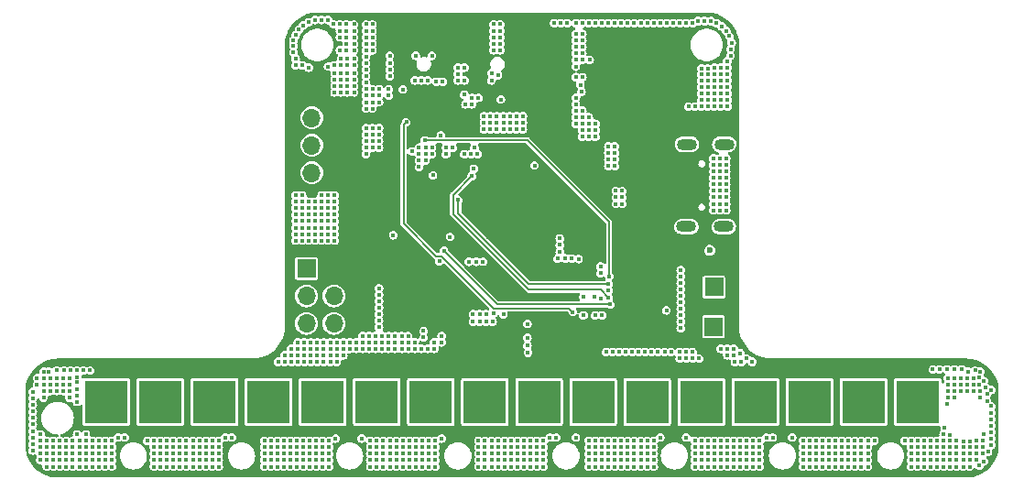
<source format=gbr>
%TF.GenerationSoftware,KiCad,Pcbnew,(7.0.0)*%
%TF.CreationDate,2024-08-27T08:05:47+05:30*%
%TF.ProjectId,Temperature Thing With Thermocouple 3V3,54656d70-6572-4617-9475-726520546869,v2.0.1*%
%TF.SameCoordinates,Original*%
%TF.FileFunction,Copper,L2,Inr*%
%TF.FilePolarity,Positive*%
%FSLAX46Y46*%
G04 Gerber Fmt 4.6, Leading zero omitted, Abs format (unit mm)*
G04 Created by KiCad (PCBNEW (7.0.0)) date 2024-08-27 08:05:47*
%MOMM*%
%LPD*%
G01*
G04 APERTURE LIST*
%TA.AperFunction,ComponentPad*%
%ADD10R,4.000000X4.000000*%
%TD*%
%TA.AperFunction,ComponentPad*%
%ADD11R,1.700000X1.700000*%
%TD*%
%TA.AperFunction,ComponentPad*%
%ADD12O,1.700000X1.700000*%
%TD*%
%TA.AperFunction,ComponentPad*%
%ADD13O,1.850000X1.050000*%
%TD*%
%TA.AperFunction,ViaPad*%
%ADD14C,0.400000*%
%TD*%
%TA.AperFunction,ViaPad*%
%ADD15C,0.600000*%
%TD*%
%TA.AperFunction,Conductor*%
%ADD16C,0.150000*%
%TD*%
G04 APERTURE END LIST*
D10*
%TO.N,Net-(J7-Pin_1)*%
%TO.C,J7*%
X166499999Y-115999999D03*
%TD*%
D11*
%TO.N,MAX_SDO*%
%TO.C,J18*%
X119999999Y-103674999D03*
D12*
%TO.N,+3V3*%
X122539999Y-103674999D03*
%TO.N,MAX_SCK*%
X119999999Y-106214999D03*
%TO.N,MAX_SDI*%
X122539999Y-106214999D03*
%TO.N,RESET*%
X119999999Y-108754999D03*
%TO.N,GND*%
X122539999Y-108754999D03*
%TD*%
D10*
%TO.N,Net-(J10-Pin_1)*%
%TO.C,J10*%
X121499999Y-115999999D03*
%TD*%
%TO.N,Net-(J15-Pin_1)*%
%TO.C,J15*%
X141499999Y-115999999D03*
%TD*%
D13*
%TO.N,GND*%
%TO.C,J13*%
X155124999Y-99799999D03*
X158574999Y-99799999D03*
X155174999Y-92199999D03*
X158624999Y-92199999D03*
%TD*%
D11*
%TO.N,BATT+*%
%TO.C,J16*%
X157679999Y-105399999D03*
%TD*%
D10*
%TO.N,Net-(J11-Pin_1)*%
%TO.C,J11*%
X131499999Y-115999999D03*
%TD*%
%TO.N,Net-(J2-Pin_1)*%
%TO.C,J2*%
X126499999Y-115999999D03*
%TD*%
%TO.N,Net-(J8-Pin_1)*%
%TO.C,J8*%
X156499999Y-115999999D03*
%TD*%
%TO.N,Net-(J1-Pin_1)*%
%TO.C,J1*%
X116499999Y-115999999D03*
%TD*%
D11*
%TO.N,+3V3*%
%TO.C,J21*%
X120499999Y-87199999D03*
D12*
%TO.N,TX*%
X120499999Y-89739999D03*
%TO.N,RX*%
X120499999Y-92279999D03*
%TO.N,GND*%
X120499999Y-94819999D03*
%TD*%
D10*
%TO.N,Net-(J4-Pin_1)*%
%TO.C,J4*%
X106499999Y-115999999D03*
%TD*%
%TO.N,Net-(J6-Pin_1)*%
%TO.C,J6*%
X146499999Y-115999999D03*
%TD*%
%TO.N,Net-(J12-Pin_1)*%
%TO.C,J12*%
X101499999Y-115999999D03*
%TD*%
%TO.N,Net-(J3-Pin_1)*%
%TO.C,J3*%
X136499999Y-115999999D03*
%TD*%
%TO.N,Net-(J14-Pin_1)*%
%TO.C,J14*%
X171499999Y-115999999D03*
%TD*%
%TO.N,Net-(J17-Pin_1)*%
%TO.C,J17*%
X161499999Y-115999999D03*
%TD*%
%TO.N,Net-(J5-Pin_1)*%
%TO.C,J5*%
X176499999Y-115999999D03*
%TD*%
%TO.N,Net-(J9-Pin_1)*%
%TO.C,J9*%
X111499999Y-115999999D03*
%TD*%
%TO.N,Net-(J19-Pin_1)*%
%TO.C,J19*%
X151499999Y-115999999D03*
%TD*%
D11*
%TO.N,GND*%
%TO.C,J20*%
X157629999Y-109049999D03*
%TD*%
D14*
%TO.N,+3V3*%
X140025000Y-96200000D03*
X153425000Y-105150000D03*
X144575000Y-106400000D03*
X144675000Y-91150000D03*
X139425000Y-102350000D03*
X129725000Y-95150000D03*
X149475000Y-87350000D03*
X152075000Y-94349502D03*
X134175000Y-100750000D03*
X145775000Y-102750000D03*
X129375000Y-101350000D03*
D15*
X145050000Y-97925000D03*
D14*
X133575000Y-95150000D03*
X136825000Y-100750000D03*
X153425000Y-106700000D03*
X153425000Y-103650000D03*
X131675000Y-85550000D03*
X148075000Y-107650000D03*
X135175000Y-85550000D03*
X146425000Y-82050000D03*
X129975000Y-85550000D03*
X129725000Y-94050000D03*
%TO.N,GND*%
X149100000Y-119600000D03*
X175900000Y-119600000D03*
X158300000Y-120200000D03*
X122800000Y-112300000D03*
X125500000Y-82300000D03*
X156500000Y-120800000D03*
X122200000Y-111100000D03*
X157900000Y-81000000D03*
X118500000Y-120800000D03*
X131300000Y-122000000D03*
X144900000Y-85000000D03*
X131000000Y-93100000D03*
X154600000Y-106800000D03*
X182200000Y-114400000D03*
X168900000Y-119600000D03*
X95400000Y-119600000D03*
X121400000Y-80700000D03*
X155100000Y-111400000D03*
X158900000Y-86300000D03*
X121500000Y-122000000D03*
X157600000Y-95900000D03*
X182600000Y-114100000D03*
X142900000Y-81000000D03*
X119800000Y-111700000D03*
X126700000Y-92500000D03*
X157700000Y-86300000D03*
X118600000Y-111700000D03*
X170100000Y-121400000D03*
X152100000Y-120200000D03*
X181300000Y-119700000D03*
X124400000Y-81100000D03*
X159100000Y-82200000D03*
X131600000Y-92500000D03*
X125900000Y-122000000D03*
X150900000Y-122000000D03*
X126100000Y-87100000D03*
X151500000Y-120800000D03*
X177100000Y-119600000D03*
X157700000Y-120200000D03*
X150300000Y-122000000D03*
X99600000Y-119000000D03*
X116700000Y-119600000D03*
X146100000Y-89700000D03*
X176500000Y-120800000D03*
X155700000Y-111400000D03*
X178900000Y-120200000D03*
X158800000Y-96500000D03*
X98100000Y-115000000D03*
X134700000Y-88500000D03*
X171900000Y-119600000D03*
X131200000Y-111100000D03*
X121600000Y-111700000D03*
X128300000Y-121400000D03*
X97800000Y-120200000D03*
X147300000Y-122000000D03*
X123800000Y-86200000D03*
X153100000Y-111400000D03*
X158800000Y-98300000D03*
X127100000Y-120800000D03*
X138200000Y-90800000D03*
X132000000Y-86400000D03*
X117900000Y-122000000D03*
X146100000Y-90300000D03*
X179200000Y-116200000D03*
X99000000Y-119600000D03*
X120800000Y-80700000D03*
X120300000Y-119600000D03*
X119000000Y-84900000D03*
X137700000Y-121400000D03*
X134600000Y-85100000D03*
X135300000Y-87900000D03*
X123800000Y-86800000D03*
X167100000Y-120800000D03*
X95400000Y-119000000D03*
X127700000Y-84000000D03*
X109500000Y-119600000D03*
X119700000Y-121400000D03*
X130100000Y-119600000D03*
X99000000Y-121400000D03*
X126700000Y-91900000D03*
X121500000Y-121400000D03*
X154500000Y-112000000D03*
X140100000Y-121400000D03*
X123700000Y-83500000D03*
X123100000Y-83500000D03*
X119000000Y-82100000D03*
X94700000Y-115100000D03*
X158900000Y-119600000D03*
X146700000Y-90900000D03*
X94700000Y-118700000D03*
X150700000Y-111400000D03*
X158900000Y-86900000D03*
X181100000Y-114400000D03*
X134600000Y-93100000D03*
X179900000Y-115600000D03*
X145500000Y-86000000D03*
X141300000Y-120800000D03*
X132500000Y-119400000D03*
X138300000Y-121400000D03*
X119800000Y-110500000D03*
X122000000Y-101100000D03*
X118000000Y-111700000D03*
X134000000Y-86300000D03*
X99600000Y-122000000D03*
X180500000Y-115000000D03*
X150300000Y-119600000D03*
X127700000Y-120800000D03*
X122800000Y-111100000D03*
X158900000Y-122000000D03*
X119700000Y-120800000D03*
X108900000Y-122000000D03*
X130700000Y-119600000D03*
X180700000Y-120200000D03*
X107700000Y-120200000D03*
X135900000Y-121400000D03*
X168900000Y-121400000D03*
X120300000Y-120200000D03*
X122600000Y-97500000D03*
X158900000Y-120800000D03*
X171300000Y-121400000D03*
X108900000Y-121400000D03*
X138900000Y-121400000D03*
X182900000Y-115900000D03*
X183300000Y-118200000D03*
X181200000Y-113200000D03*
X123200000Y-85600000D03*
X96300000Y-115000000D03*
X124400000Y-85600000D03*
X158800000Y-95300000D03*
X171900000Y-121400000D03*
X111900000Y-119600000D03*
X160100000Y-111500000D03*
X125500000Y-91900000D03*
X130400000Y-92500000D03*
X125500000Y-81700000D03*
X138900000Y-120200000D03*
X98800000Y-115400000D03*
X160100000Y-120200000D03*
X98800000Y-113700000D03*
X140100000Y-119600000D03*
X136500000Y-121400000D03*
X126700000Y-106700000D03*
X120400000Y-111100000D03*
X117300000Y-122000000D03*
X159500000Y-111100000D03*
X171900000Y-122000000D03*
X178900000Y-120800000D03*
X126100000Y-82300000D03*
X177900000Y-113000000D03*
X169500000Y-119600000D03*
X177100000Y-120800000D03*
X179900000Y-113000000D03*
X122600000Y-86200000D03*
X156500000Y-88700000D03*
X154600000Y-109200000D03*
X111300000Y-119600000D03*
X128900000Y-120800000D03*
X130000000Y-110500000D03*
X137700000Y-122000000D03*
X96900000Y-113100000D03*
X134600000Y-86300000D03*
X149700000Y-121400000D03*
X120200000Y-98100000D03*
X116100000Y-120200000D03*
X181900000Y-120200000D03*
X153900000Y-81000000D03*
X102600000Y-119300000D03*
X116100000Y-122000000D03*
X138800000Y-90200000D03*
X137700000Y-119600000D03*
X158200000Y-98300000D03*
X147200000Y-103500000D03*
X147900000Y-81000000D03*
X181800000Y-113100000D03*
X122000000Y-98700000D03*
X138300000Y-122000000D03*
X106500000Y-121400000D03*
X111900000Y-120800000D03*
X123800000Y-84300000D03*
X157600000Y-96500000D03*
X179900000Y-114400000D03*
X131900000Y-120800000D03*
X117300000Y-120200000D03*
X167100000Y-122000000D03*
X147300000Y-120800000D03*
X144900000Y-82000000D03*
X121400000Y-98700000D03*
X133275000Y-100750000D03*
X146700000Y-90300000D03*
X122600000Y-100500000D03*
X96000000Y-121400000D03*
X140700000Y-121400000D03*
X156500000Y-85700000D03*
X179500000Y-120800000D03*
X100200000Y-121400000D03*
X137900000Y-81700000D03*
X124000000Y-110500000D03*
X165900000Y-121400000D03*
X96900000Y-114400000D03*
X96600000Y-119600000D03*
X144100000Y-81000000D03*
X146700000Y-108000000D03*
X147200000Y-106500000D03*
X131600000Y-93100000D03*
X136500000Y-119600000D03*
X145500000Y-82600000D03*
X154600000Y-103800000D03*
X161300000Y-121400000D03*
X123100000Y-81700000D03*
X183300000Y-117600000D03*
X151900000Y-111400000D03*
X158300000Y-87500000D03*
X137900000Y-82900000D03*
X158300000Y-119600000D03*
X147900000Y-94200000D03*
X158300000Y-86900000D03*
X110700000Y-121400000D03*
X111900000Y-121400000D03*
X131000000Y-93700000D03*
X130100000Y-120800000D03*
X145600000Y-108000000D03*
X127000000Y-110500000D03*
X122800000Y-110500000D03*
X122000000Y-99900000D03*
X149700000Y-119600000D03*
X154600000Y-105600000D03*
X136600000Y-108600000D03*
X159300000Y-82800000D03*
X168300000Y-121400000D03*
X118800000Y-82600000D03*
X136500000Y-120800000D03*
X110100000Y-120200000D03*
X127700000Y-122000000D03*
X167700000Y-121400000D03*
X122000000Y-96900000D03*
X160100000Y-122000000D03*
X161300000Y-120200000D03*
X177100000Y-121400000D03*
X139500000Y-119600000D03*
X160100000Y-119600000D03*
X122600000Y-86800000D03*
X132900000Y-92500000D03*
X125500000Y-83500000D03*
X126700000Y-109100000D03*
X126400000Y-110500000D03*
X119000000Y-100500000D03*
X124400000Y-86200000D03*
X100800000Y-120200000D03*
X168900000Y-120800000D03*
X95400000Y-120200000D03*
X145500000Y-81000000D03*
X139500000Y-121400000D03*
X98800000Y-114800000D03*
X108300000Y-119600000D03*
X157100000Y-119600000D03*
X154600000Y-106200000D03*
X118800000Y-83700000D03*
X138900000Y-122000000D03*
X119600000Y-84900000D03*
X158300000Y-85700000D03*
X157600000Y-93500000D03*
X167700000Y-120200000D03*
X147900000Y-120800000D03*
X157700000Y-86900000D03*
X156500000Y-88100000D03*
X157100000Y-120800000D03*
X147700000Y-111400000D03*
X119700000Y-81200000D03*
X138300000Y-120200000D03*
X169500000Y-121400000D03*
X157600000Y-97100000D03*
X120800000Y-99900000D03*
X135300000Y-88500000D03*
X124600000Y-111100000D03*
X127700000Y-85300000D03*
X178300000Y-120800000D03*
X150900000Y-121400000D03*
X117400000Y-112300000D03*
X157600000Y-97700000D03*
X100200000Y-120800000D03*
X122100000Y-120800000D03*
X144900000Y-83800000D03*
X144900000Y-89100000D03*
X179500000Y-119100000D03*
X122600000Y-98700000D03*
X165900000Y-120800000D03*
X175900000Y-121400000D03*
X126700000Y-88300000D03*
X125800000Y-111100000D03*
X126100000Y-81700000D03*
X100200000Y-119600000D03*
X128800000Y-110500000D03*
X157600000Y-98300000D03*
X168300000Y-119600000D03*
X140700000Y-120800000D03*
X128025000Y-100600000D03*
X126400000Y-111100000D03*
X106500000Y-119600000D03*
X125500000Y-93100000D03*
X138200000Y-89600000D03*
X137300000Y-82300000D03*
X130700000Y-120800000D03*
X126500000Y-120800000D03*
X131300000Y-119600000D03*
X175900000Y-120800000D03*
X147300000Y-81000000D03*
X137300000Y-82900000D03*
X133500000Y-92500000D03*
X154600000Y-104400000D03*
X169500000Y-122000000D03*
X145500000Y-83200000D03*
X130100000Y-121400000D03*
X147900000Y-93600000D03*
X124000000Y-111100000D03*
X120800000Y-97500000D03*
X121400000Y-101100000D03*
X137100000Y-85600000D03*
X151500000Y-119600000D03*
X119100000Y-120800000D03*
X138900000Y-120800000D03*
X110100000Y-122000000D03*
X151500000Y-121400000D03*
X135200000Y-93100000D03*
X149700000Y-120200000D03*
X158900000Y-120200000D03*
X146700000Y-120800000D03*
X179300000Y-114400000D03*
X181300000Y-121400000D03*
X128300000Y-119600000D03*
X136400000Y-90200000D03*
X119200000Y-112300000D03*
X116100000Y-120800000D03*
X125500000Y-91300000D03*
X157600000Y-95300000D03*
X122000000Y-97500000D03*
X120200000Y-85100000D03*
X125500000Y-90700000D03*
X172500000Y-119600000D03*
X122500000Y-81100000D03*
X105300000Y-119600000D03*
X146100000Y-120200000D03*
X108300000Y-122000000D03*
X129400000Y-109900000D03*
X105900000Y-122000000D03*
X127000000Y-111100000D03*
X154500000Y-111400000D03*
X125500000Y-81100000D03*
X138300000Y-119600000D03*
X97500000Y-113800000D03*
X137100000Y-120200000D03*
X120300000Y-122000000D03*
X136000000Y-107900000D03*
X139400000Y-89600000D03*
X99600000Y-119600000D03*
X96000000Y-122000000D03*
X157700000Y-88100000D03*
X156300000Y-112000000D03*
X102000000Y-120800000D03*
X95400000Y-120800000D03*
X150300000Y-81000000D03*
X181100000Y-115000000D03*
X119600000Y-99900000D03*
X157700000Y-87500000D03*
X158300000Y-122000000D03*
X126700000Y-90700000D03*
X95700000Y-113800000D03*
X139400000Y-90800000D03*
X140000000Y-90800000D03*
X145500000Y-84400000D03*
X128300000Y-120200000D03*
X96600000Y-122000000D03*
X181100000Y-113800000D03*
X144900000Y-90300000D03*
X136400000Y-89600000D03*
X151300000Y-111400000D03*
X128200000Y-111100000D03*
X119000000Y-96900000D03*
X159600000Y-112300000D03*
X121400000Y-99900000D03*
X121600000Y-111100000D03*
X158300000Y-85100000D03*
X122100000Y-121400000D03*
X97800000Y-119600000D03*
X131600000Y-84000000D03*
X129500000Y-119600000D03*
X157100000Y-88700000D03*
X131900000Y-120200000D03*
X118500000Y-122000000D03*
X175300000Y-119600000D03*
X144900000Y-89700000D03*
X117900000Y-119600000D03*
X181900000Y-119600000D03*
X97200000Y-120800000D03*
X164900000Y-119300000D03*
X140100000Y-120800000D03*
X161900000Y-121400000D03*
X122100000Y-122000000D03*
X159500000Y-119600000D03*
X137100000Y-119600000D03*
X126100000Y-92500000D03*
X179500000Y-119600000D03*
X156500000Y-86300000D03*
X125800000Y-109900000D03*
X148900000Y-111400000D03*
X119000000Y-97500000D03*
X118600000Y-111100000D03*
X119200000Y-111100000D03*
X119200000Y-110500000D03*
X100200000Y-120200000D03*
X182500000Y-120200000D03*
X124400000Y-82300000D03*
X155100000Y-119300000D03*
X141300000Y-121400000D03*
X165900000Y-119600000D03*
X127700000Y-121400000D03*
X148300000Y-111400000D03*
X100800000Y-119600000D03*
X123200000Y-86200000D03*
X126700000Y-106100000D03*
X122600000Y-98100000D03*
X178500000Y-113000000D03*
X131693023Y-95068023D03*
X167700000Y-120800000D03*
X125200000Y-109900000D03*
X180600000Y-113000000D03*
X157100000Y-85200000D03*
X135900000Y-120800000D03*
X119600000Y-98700000D03*
X149200000Y-97700000D03*
X108900000Y-120800000D03*
X151500000Y-122000000D03*
X131300000Y-120800000D03*
X120800000Y-99300000D03*
X183300000Y-120000000D03*
X157100000Y-88100000D03*
X171300000Y-122000000D03*
X120900000Y-120200000D03*
X179300000Y-113800000D03*
X154600000Y-107400000D03*
X166500000Y-122000000D03*
X155700000Y-81000000D03*
X141900000Y-119600000D03*
X155100000Y-81000000D03*
X120400000Y-111700000D03*
X148600000Y-96500000D03*
X113100000Y-119300000D03*
X127600000Y-87100000D03*
X107700000Y-119600000D03*
X126400000Y-109900000D03*
X119700000Y-119600000D03*
X125500000Y-85300000D03*
X107700000Y-120800000D03*
X158900000Y-85100000D03*
X152100000Y-121400000D03*
X126700000Y-107300000D03*
X97500000Y-114400000D03*
X95400000Y-121400000D03*
X137200000Y-108600000D03*
X159500000Y-111700000D03*
X137100000Y-121400000D03*
X100800000Y-121400000D03*
X183300000Y-118800000D03*
X125500000Y-85900000D03*
X141300000Y-122000000D03*
X116700000Y-122000000D03*
X120400000Y-110500000D03*
X170700000Y-121400000D03*
X119800000Y-111100000D03*
X177700000Y-122000000D03*
X146700000Y-81000000D03*
X110700000Y-119600000D03*
X109500000Y-120800000D03*
X100200000Y-122000000D03*
X99400000Y-113100000D03*
X149100000Y-120800000D03*
X147900000Y-92400000D03*
X150300000Y-120200000D03*
X124400000Y-86800000D03*
X178300000Y-121400000D03*
X171300000Y-120800000D03*
X132900000Y-93100000D03*
X126100000Y-91300000D03*
X122600000Y-96900000D03*
X162500000Y-119300000D03*
X157700000Y-122000000D03*
X118500000Y-120200000D03*
X97200000Y-120200000D03*
X122600000Y-84900000D03*
X120900000Y-121400000D03*
X156800000Y-80800000D03*
X147900000Y-119600000D03*
X125200000Y-111100000D03*
X126100000Y-83500000D03*
X94700000Y-115700000D03*
X176500000Y-119600000D03*
X165900000Y-120200000D03*
X131900000Y-119600000D03*
X130700000Y-121400000D03*
X119100000Y-121400000D03*
X146700000Y-119600000D03*
X150900000Y-120800000D03*
X127700000Y-120200000D03*
X96200000Y-113200000D03*
X150100000Y-111400000D03*
X101400000Y-122000000D03*
X97800000Y-120800000D03*
X119100000Y-119600000D03*
X130600000Y-111100000D03*
X125900000Y-119600000D03*
X128900000Y-122000000D03*
X108300000Y-120200000D03*
X140100000Y-122000000D03*
X149100000Y-122000000D03*
X131800000Y-110500000D03*
X158900000Y-121400000D03*
X123200000Y-86800000D03*
X178300000Y-122000000D03*
X148500000Y-120800000D03*
X128800000Y-109900000D03*
X110700000Y-122000000D03*
X130700000Y-120200000D03*
X120200000Y-101100000D03*
X179300000Y-115600000D03*
X137600000Y-89600000D03*
X144900000Y-88500000D03*
X119700000Y-122000000D03*
X119000000Y-84300000D03*
X134000000Y-85700000D03*
X121500000Y-120800000D03*
X130600000Y-86300000D03*
X123400000Y-111100000D03*
X161300000Y-119600000D03*
X125900000Y-121400000D03*
X125500000Y-92500000D03*
X157700000Y-121400000D03*
X158200000Y-95300000D03*
X119200000Y-111700000D03*
X117300000Y-120800000D03*
X180700000Y-122000000D03*
X182500000Y-119600000D03*
X169500000Y-120200000D03*
X122200000Y-112300000D03*
X105900000Y-121400000D03*
X116700000Y-120200000D03*
X121400000Y-100500000D03*
X120900000Y-122000000D03*
X141900000Y-122000000D03*
X135400000Y-108600000D03*
X147900000Y-122000000D03*
X124400000Y-87400000D03*
X156500000Y-86900000D03*
X123800000Y-87400000D03*
X156500000Y-85200000D03*
X126100000Y-91900000D03*
X122000000Y-99300000D03*
X99000000Y-120800000D03*
X96000000Y-120200000D03*
X148500000Y-93000000D03*
X158200000Y-97100000D03*
X171300000Y-120200000D03*
X123800000Y-84900000D03*
X123100000Y-81100000D03*
X158800000Y-94700000D03*
X144900000Y-83200000D03*
X183300000Y-116400000D03*
X121400000Y-99300000D03*
X140000000Y-90200000D03*
X144900000Y-119300000D03*
X124600000Y-110500000D03*
X130100000Y-84000000D03*
X181700000Y-113800000D03*
X102000000Y-120200000D03*
X129500000Y-122000000D03*
X101400000Y-120800000D03*
X182900000Y-115300000D03*
X178300000Y-120200000D03*
X129500000Y-120800000D03*
X120200000Y-99900000D03*
X138800000Y-89600000D03*
X125500000Y-86500000D03*
X132600000Y-86400000D03*
X157700000Y-88700000D03*
X126100000Y-87700000D03*
X140700000Y-120200000D03*
X127700000Y-85900000D03*
X139500000Y-122000000D03*
X125800000Y-110500000D03*
X119000000Y-99900000D03*
X146100000Y-121400000D03*
X180100000Y-120800000D03*
X152100000Y-120800000D03*
X166500000Y-120800000D03*
X117300000Y-119600000D03*
X120800000Y-100500000D03*
X95700000Y-114400000D03*
X155900000Y-121400000D03*
X158300000Y-88700000D03*
X94700000Y-118100000D03*
X123800000Y-85600000D03*
X144900000Y-84400000D03*
X152500000Y-111400000D03*
X137300000Y-83500000D03*
X121500000Y-120200000D03*
X129400000Y-111100000D03*
X123400000Y-111700000D03*
X168300000Y-120200000D03*
X101400000Y-119600000D03*
X137700000Y-120200000D03*
X146100000Y-91500000D03*
X137900000Y-83500000D03*
X122600000Y-101100000D03*
X137700000Y-85800000D03*
X106500000Y-120200000D03*
X102000000Y-121400000D03*
X119600000Y-96900000D03*
X109500000Y-121400000D03*
X128900000Y-121400000D03*
X168900000Y-120200000D03*
X122600000Y-99300000D03*
X94700000Y-120500000D03*
X177700000Y-121400000D03*
X127100000Y-121400000D03*
X123700000Y-82300000D03*
X147900000Y-93000000D03*
X170100000Y-120800000D03*
X182500000Y-120800000D03*
X135900000Y-87900000D03*
X128200000Y-109900000D03*
X119000000Y-98700000D03*
X152100000Y-81000000D03*
X122700000Y-119400000D03*
X125500000Y-84700000D03*
X107100000Y-120800000D03*
X137900000Y-81100000D03*
X120300000Y-121400000D03*
X100800000Y-122000000D03*
X135900000Y-122000000D03*
X144900000Y-86000000D03*
X160700000Y-122000000D03*
X149200000Y-97100000D03*
X123200000Y-84300000D03*
X119000000Y-99300000D03*
X180500000Y-114400000D03*
X140100000Y-120200000D03*
X101400000Y-121400000D03*
X180100000Y-120200000D03*
X98800000Y-116000000D03*
X127600000Y-110500000D03*
X96900000Y-115000000D03*
X158300000Y-120800000D03*
X180700000Y-121400000D03*
X147300000Y-119600000D03*
X140700000Y-119600000D03*
X155700000Y-112000000D03*
X127000000Y-109900000D03*
X139500000Y-120800000D03*
X159200000Y-84000000D03*
X100000000Y-113100000D03*
X122000000Y-80700000D03*
X146700000Y-91500000D03*
X158300000Y-88100000D03*
X145600000Y-106300000D03*
X157700000Y-85100000D03*
X126100000Y-82900000D03*
X180100000Y-121400000D03*
X167700000Y-119600000D03*
X126500000Y-119600000D03*
X177700000Y-120200000D03*
X126700000Y-105500000D03*
X167100000Y-121400000D03*
X158800000Y-94100000D03*
X97500000Y-115000000D03*
X182200000Y-113700000D03*
X124400000Y-81700000D03*
X153300000Y-81000000D03*
X126500000Y-120200000D03*
X157700000Y-120800000D03*
X98800000Y-114200000D03*
X94700000Y-119900000D03*
X158900000Y-111100000D03*
X182300000Y-115600000D03*
X163100000Y-119300000D03*
X119600000Y-100500000D03*
X158300000Y-121400000D03*
X138900000Y-119600000D03*
X158200000Y-94100000D03*
X111300000Y-122000000D03*
X170100000Y-120200000D03*
X122800000Y-111700000D03*
X166500000Y-119600000D03*
X111300000Y-120200000D03*
X126100000Y-90700000D03*
X98400000Y-120200000D03*
X121600000Y-112300000D03*
X145500000Y-91500000D03*
X145500000Y-89700000D03*
X148500000Y-119600000D03*
X125900000Y-120200000D03*
X137000000Y-90800000D03*
X122000000Y-85000000D03*
X119100000Y-122000000D03*
X151500000Y-120200000D03*
X123700000Y-81700000D03*
X100800000Y-120800000D03*
X156500000Y-119600000D03*
X152700000Y-119300000D03*
X179900000Y-115000000D03*
X147900000Y-120200000D03*
X179500000Y-122000000D03*
X118600000Y-112300000D03*
X149700000Y-81000000D03*
X179300000Y-115000000D03*
X183000000Y-120600000D03*
X161900000Y-120800000D03*
X147900000Y-121400000D03*
X107700000Y-122000000D03*
X123200000Y-84900000D03*
X98400000Y-120800000D03*
X130000000Y-111100000D03*
X181900000Y-120800000D03*
X146700000Y-122000000D03*
X145500000Y-82000000D03*
X146700000Y-121400000D03*
X178900000Y-122000000D03*
X179200000Y-113000000D03*
X94700000Y-116900000D03*
X157100000Y-121400000D03*
X105900000Y-119600000D03*
X121000000Y-112300000D03*
X149100000Y-120200000D03*
X122000000Y-100500000D03*
X158300000Y-111100000D03*
X98400000Y-119600000D03*
X137100000Y-86300000D03*
X94700000Y-117500000D03*
X158800000Y-93500000D03*
X137100000Y-120800000D03*
X106500000Y-120800000D03*
X156500000Y-120200000D03*
X182300000Y-113200000D03*
X98100000Y-115600000D03*
X121000000Y-110500000D03*
X128200000Y-110500000D03*
X176500000Y-120200000D03*
X155900000Y-88700000D03*
X183300000Y-117000000D03*
X177700000Y-120800000D03*
X165900000Y-122000000D03*
X178900000Y-121400000D03*
X139400000Y-90200000D03*
X128300000Y-122000000D03*
X111300000Y-121400000D03*
X155300000Y-88700000D03*
X126700000Y-87100000D03*
X148500000Y-94200000D03*
X177700000Y-119600000D03*
X182600000Y-121500000D03*
X129500000Y-120200000D03*
X141900000Y-121400000D03*
X125500000Y-88900000D03*
X117900000Y-120200000D03*
X127700000Y-119600000D03*
X119700000Y-120200000D03*
X106500000Y-122000000D03*
X120900000Y-119600000D03*
X120200000Y-99300000D03*
X169500000Y-120800000D03*
X126700000Y-107900000D03*
X124400000Y-84900000D03*
X146700000Y-120200000D03*
X97200000Y-119600000D03*
X167700000Y-122000000D03*
X118000000Y-112300000D03*
X157700000Y-119600000D03*
X124400000Y-83500000D03*
X137000000Y-89600000D03*
X116100000Y-119600000D03*
X127100000Y-119600000D03*
X137300000Y-81700000D03*
X129500000Y-121400000D03*
X154600000Y-108000000D03*
X137600000Y-90800000D03*
X146100000Y-81000000D03*
X119600000Y-97500000D03*
X109500000Y-120200000D03*
X141300000Y-120200000D03*
X149100000Y-121400000D03*
X126100000Y-81100000D03*
X140000000Y-89600000D03*
X122600000Y-87400000D03*
X107100000Y-122000000D03*
X125100000Y-119400000D03*
X97600000Y-113100000D03*
X118500000Y-121400000D03*
X168300000Y-122000000D03*
X97200000Y-122000000D03*
X119300000Y-81600000D03*
X96900000Y-113800000D03*
X136600000Y-107900000D03*
X157100000Y-122000000D03*
X182300000Y-115000000D03*
X180500000Y-113800000D03*
X95700000Y-115000000D03*
X152700000Y-81000000D03*
X157100000Y-85700000D03*
X122200000Y-111700000D03*
X157100000Y-120200000D03*
X138200000Y-90200000D03*
X170700000Y-119600000D03*
X170700000Y-122000000D03*
X161900000Y-120200000D03*
X160700000Y-112000000D03*
X121600000Y-110500000D03*
X126500000Y-121400000D03*
X117900000Y-120800000D03*
X181700000Y-114400000D03*
X99000000Y-120200000D03*
X176500000Y-121400000D03*
X120800000Y-101100000D03*
X123200000Y-87400000D03*
X146100000Y-120800000D03*
X102000000Y-122000000D03*
X148500000Y-92400000D03*
X139500000Y-120200000D03*
X181700000Y-115000000D03*
X96600000Y-120200000D03*
X179500000Y-121400000D03*
X137900000Y-82300000D03*
X119000000Y-101100000D03*
X160700000Y-119600000D03*
X125900000Y-120800000D03*
X137700000Y-120800000D03*
X180100000Y-119600000D03*
X105900000Y-120200000D03*
X143500000Y-81000000D03*
X121400000Y-97500000D03*
X157100000Y-86900000D03*
X121000000Y-111700000D03*
X98400000Y-122000000D03*
X145500000Y-89100000D03*
X167100000Y-119600000D03*
X179900000Y-113800000D03*
X158400000Y-81300000D03*
X135900000Y-119600000D03*
X158900000Y-111700000D03*
X131300000Y-120200000D03*
X148500000Y-122000000D03*
X149700000Y-120800000D03*
X112500000Y-119300000D03*
X140700000Y-122000000D03*
X134000000Y-85100000D03*
X132500000Y-109900000D03*
X150900000Y-120200000D03*
X144900000Y-87900000D03*
X127100000Y-122000000D03*
X157100000Y-87500000D03*
X170700000Y-120200000D03*
X150900000Y-119600000D03*
X119800000Y-112300000D03*
X120900000Y-120800000D03*
X98100000Y-113800000D03*
X160700000Y-120800000D03*
X110100000Y-119600000D03*
X156200000Y-80800000D03*
X122200000Y-110500000D03*
X146100000Y-122000000D03*
X120300000Y-120800000D03*
X158900000Y-84500000D03*
X170700000Y-120800000D03*
X160700000Y-120200000D03*
X116700000Y-121400000D03*
X158900000Y-87500000D03*
X138300000Y-120800000D03*
X99600000Y-121400000D03*
X181300000Y-120800000D03*
X97800000Y-122000000D03*
X175900000Y-122000000D03*
X147300000Y-121400000D03*
X98100000Y-114400000D03*
X150300000Y-120800000D03*
X146100000Y-119600000D03*
X122600000Y-85600000D03*
X171900000Y-120200000D03*
X148500000Y-121400000D03*
X171900000Y-120800000D03*
X151500000Y-81000000D03*
X158900000Y-88100000D03*
X130000000Y-86300000D03*
X123700000Y-82900000D03*
X131200000Y-86300000D03*
X98800000Y-119000000D03*
X108300000Y-121400000D03*
X108900000Y-119600000D03*
X127100000Y-120200000D03*
X110700000Y-120800000D03*
X122600000Y-99900000D03*
X152100000Y-119600000D03*
X136000000Y-108600000D03*
X129400000Y-110500000D03*
X125200000Y-110500000D03*
X131900000Y-121400000D03*
X158900000Y-85700000D03*
X131300000Y-121400000D03*
X119600000Y-101100000D03*
X98800000Y-113100000D03*
X157400000Y-80800000D03*
X176500000Y-122000000D03*
X155900000Y-120200000D03*
X182800000Y-114700000D03*
X155100000Y-112000000D03*
X182600000Y-119000000D03*
X126700000Y-108500000D03*
X183300000Y-114900000D03*
X146100000Y-90900000D03*
X126100000Y-88900000D03*
X148600000Y-97700000D03*
X130400000Y-93100000D03*
X160700000Y-121400000D03*
X158200000Y-93500000D03*
X130100000Y-122000000D03*
X95100000Y-114400000D03*
X136400000Y-90800000D03*
X149500000Y-111400000D03*
X125500000Y-88300000D03*
X96300000Y-114400000D03*
X171300000Y-119600000D03*
X145500000Y-83800000D03*
X109500000Y-122000000D03*
X128900000Y-119600000D03*
X145500000Y-90900000D03*
X97800000Y-121400000D03*
X120200000Y-97500000D03*
X144900000Y-81000000D03*
X159500000Y-121400000D03*
X119000000Y-98100000D03*
X103200000Y-119300000D03*
X120200000Y-100500000D03*
X132500000Y-110500000D03*
X111300000Y-120800000D03*
X170100000Y-122000000D03*
X99600000Y-120200000D03*
X111900000Y-122000000D03*
X166500000Y-121400000D03*
X121500000Y-119600000D03*
X118800000Y-83100000D03*
X102000000Y-119600000D03*
X161900000Y-122000000D03*
X127600000Y-111100000D03*
X136500000Y-120200000D03*
X157600000Y-94100000D03*
X154600000Y-105000000D03*
X180700000Y-120800000D03*
X177100000Y-120200000D03*
X158800000Y-97700000D03*
X138800000Y-90800000D03*
X159500000Y-120200000D03*
X149100000Y-81000000D03*
X141300000Y-119600000D03*
X96600000Y-121400000D03*
X158200000Y-96500000D03*
X125500000Y-82900000D03*
X159500000Y-122000000D03*
X178900000Y-119600000D03*
X107100000Y-121400000D03*
X130100000Y-120200000D03*
X143100000Y-119300000D03*
X161200000Y-112300000D03*
X150900000Y-81000000D03*
X122000000Y-98100000D03*
X110100000Y-120800000D03*
X99000000Y-122000000D03*
X149700000Y-122000000D03*
X147300000Y-108000000D03*
X125500000Y-84100000D03*
X120800000Y-98100000D03*
X101400000Y-120200000D03*
X137000000Y-90200000D03*
X98400000Y-121400000D03*
X161300000Y-122000000D03*
X126500000Y-122000000D03*
X135800000Y-93100000D03*
X110100000Y-121400000D03*
X141900000Y-120800000D03*
X158300000Y-86300000D03*
X168900000Y-122000000D03*
X128900000Y-120200000D03*
X157600000Y-94700000D03*
X128800000Y-111100000D03*
X135400000Y-107900000D03*
X94700000Y-119300000D03*
X155900000Y-122000000D03*
X111900000Y-120200000D03*
X183300000Y-119400000D03*
X137600000Y-90200000D03*
X96300000Y-113800000D03*
X158800000Y-97100000D03*
X177100000Y-122000000D03*
X158900000Y-88700000D03*
X127600000Y-109900000D03*
X95700000Y-115600000D03*
X157700000Y-85700000D03*
X128300000Y-120800000D03*
X130700000Y-122000000D03*
X148500000Y-120200000D03*
X138200000Y-107900000D03*
X156500000Y-121400000D03*
X156500000Y-87500000D03*
X125500000Y-87700000D03*
X167100000Y-120200000D03*
X126100000Y-88300000D03*
X168300000Y-120800000D03*
X153700000Y-111400000D03*
X146600000Y-106300000D03*
X105900000Y-120800000D03*
X131800000Y-111100000D03*
X181300000Y-122000000D03*
X96000000Y-120800000D03*
X158200000Y-97700000D03*
X135900000Y-120200000D03*
X123400000Y-110500000D03*
X155900000Y-119600000D03*
X99600000Y-120800000D03*
X141900000Y-120200000D03*
X147200000Y-104100000D03*
X119600000Y-98100000D03*
X148500000Y-81000000D03*
X180100000Y-122000000D03*
X107700000Y-121400000D03*
X96000000Y-119600000D03*
X157100000Y-86300000D03*
X107100000Y-120200000D03*
X158200000Y-95900000D03*
X121400000Y-96900000D03*
X120200000Y-80900000D03*
X161900000Y-119600000D03*
X118500000Y-119600000D03*
X137300000Y-81100000D03*
X150300000Y-121400000D03*
X110700000Y-120200000D03*
X148600000Y-97100000D03*
X116700000Y-120800000D03*
X180700000Y-119700000D03*
X142500000Y-119300000D03*
X178900000Y-119000000D03*
X136500000Y-122000000D03*
X124400000Y-82900000D03*
X158200000Y-94700000D03*
X123700000Y-81100000D03*
X182200000Y-121900000D03*
X126700000Y-87700000D03*
X120400000Y-112300000D03*
X98200000Y-113100000D03*
X160200000Y-112300000D03*
X179500000Y-120200000D03*
X117300000Y-121400000D03*
X181900000Y-121400000D03*
X145500000Y-90300000D03*
X175900000Y-120200000D03*
X94700000Y-116300000D03*
X160100000Y-121400000D03*
X159200000Y-83400000D03*
X137100000Y-122000000D03*
X130400000Y-93700000D03*
X154600000Y-108600000D03*
X107100000Y-119600000D03*
X152100000Y-122000000D03*
X170100000Y-119600000D03*
X126700000Y-91300000D03*
X158800000Y-81700000D03*
X120200000Y-98700000D03*
X161300000Y-120800000D03*
X108900000Y-120200000D03*
X148500000Y-93600000D03*
X122100000Y-119600000D03*
X130400000Y-94300000D03*
X96600000Y-120800000D03*
X131000000Y-92500000D03*
X144900000Y-82600000D03*
X119100000Y-120200000D03*
X149200000Y-96500000D03*
X117900000Y-121400000D03*
X125500000Y-87100000D03*
X158800000Y-95900000D03*
X108300000Y-120800000D03*
X123100000Y-82300000D03*
X147300000Y-120200000D03*
X95700000Y-113200000D03*
X116100000Y-121400000D03*
X121400000Y-98100000D03*
X131900000Y-122000000D03*
X97200000Y-121400000D03*
X127700000Y-84700000D03*
X178300000Y-119600000D03*
X121000000Y-111100000D03*
X179000000Y-118400000D03*
X122100000Y-120200000D03*
X156500000Y-122000000D03*
X127600000Y-87700000D03*
X124400000Y-84300000D03*
X95100000Y-113800000D03*
X154500000Y-81000000D03*
X166500000Y-120200000D03*
X155900000Y-120800000D03*
X153275000Y-107550000D03*
X120800000Y-98700000D03*
X159500000Y-120800000D03*
X181300000Y-120200000D03*
X119600000Y-99300000D03*
X160100000Y-120800000D03*
%TO.N,RESET*%
X146175000Y-84400000D03*
X132425000Y-91350000D03*
%TO.N,TX*%
X145325000Y-86700000D03*
X128900000Y-87125000D03*
%TO.N,RX*%
X145425000Y-87350000D03*
X134574500Y-87600000D03*
%TO.N,Net-(J1-Pin_1)*%
X143925497Y-102750000D03*
%TO.N,Net-(J2-Pin_1)*%
X144525000Y-102750000D03*
%TO.N,Net-(J3-Pin_1)*%
X145150000Y-102800000D03*
%TO.N,Net-(J4-Pin_1)*%
X143200000Y-102775000D03*
%TO.N,Net-(J14-Pin_1)*%
X140425000Y-110100000D03*
%TO.N,Net-(J17-Pin_1)*%
X140425000Y-110800000D03*
%TO.N,MAX_SDO*%
X147925000Y-105700000D03*
X141075000Y-94150000D03*
%TO.N,MAX_SCK*%
X147925000Y-106400000D03*
X135280500Y-95128083D03*
%TO.N,MAX_SDI*%
X134029500Y-97350000D03*
X147925000Y-105100000D03*
%TO.N,LED*%
X137975000Y-88050000D03*
X135525000Y-92500000D03*
%TO.N,T+MUX*%
X140425000Y-108800000D03*
%TO.N,T-MUX*%
X137275000Y-107850000D03*
%TO.N,SD_CS*%
X135475000Y-94450000D03*
%TO.N,SD_CD*%
X129775000Y-92850000D03*
%TO.N,MUX_C*%
X143425000Y-100900497D03*
X132275000Y-103000000D03*
X135025000Y-103050000D03*
%TO.N,MUX_B*%
X135675000Y-103050000D03*
X143425000Y-101500000D03*
X130825000Y-109450000D03*
%TO.N,MUX_A*%
X143425000Y-102100000D03*
X136325000Y-103050000D03*
X130825000Y-110049503D03*
%TO.N,MAX_DRDY*%
X129225000Y-90150000D03*
X144625000Y-107700000D03*
%TO.N,MAX_CS*%
X148075000Y-107000000D03*
X132725000Y-102050000D03*
%TO.N,MAX_FAULT*%
X130925000Y-91825000D03*
X147975000Y-104400000D03*
D15*
%TO.N,Net-(#FLG02-pwr)*%
X157275000Y-102000000D03*
D14*
%TO.N,Net-(J19-Pin_1)*%
X140475000Y-111450000D03*
%TD*%
D16*
%TO.N,MAX_SCK*%
X147175000Y-105650000D02*
X147925000Y-106400000D01*
X133554500Y-98646226D02*
X140558274Y-105650000D01*
X135280500Y-95128083D02*
X133554500Y-96854083D01*
X140558274Y-105650000D02*
X147175000Y-105650000D01*
X133554500Y-96854083D02*
X133554500Y-98646226D01*
%TO.N,MAX_SDI*%
X147925000Y-105100000D02*
X140503248Y-105100000D01*
X140503248Y-105100000D02*
X134029500Y-98626252D01*
X134029500Y-98626252D02*
X134029500Y-97350000D01*
%TO.N,MAX_DRDY*%
X129225000Y-90150000D02*
X128975000Y-90400000D01*
X144275000Y-107350000D02*
X144625000Y-107700000D01*
X131950000Y-102525000D02*
X132471752Y-102525000D01*
X132471752Y-102525000D02*
X137296752Y-107350000D01*
X128975000Y-99550000D02*
X131950000Y-102525000D01*
X137296752Y-107350000D02*
X144275000Y-107350000D01*
X128975000Y-90400000D02*
X128975000Y-99550000D01*
%TO.N,MAX_CS*%
X132725000Y-102050000D02*
X137675000Y-107000000D01*
X137675000Y-107000000D02*
X148075000Y-107000000D01*
%TO.N,MAX_FAULT*%
X147975000Y-99375000D02*
X147975000Y-104400000D01*
X140425000Y-91825000D02*
X147975000Y-99375000D01*
X130925000Y-91825000D02*
X140425000Y-91825000D01*
%TD*%
%TA.AperFunction,Conductor*%
%TO.N,+3V3*%
G36*
X132512303Y-92116311D02*
G01*
X132557441Y-92159710D01*
X132575618Y-92219632D01*
X132562199Y-92280795D01*
X132535216Y-92333753D01*
X132514354Y-92374696D01*
X132512828Y-92384330D01*
X132512826Y-92384337D01*
X132499452Y-92468785D01*
X132494508Y-92500000D01*
X132496035Y-92509641D01*
X132512826Y-92615662D01*
X132512827Y-92615667D01*
X132514354Y-92625304D01*
X132539276Y-92674216D01*
X132571950Y-92738342D01*
X132570913Y-92738869D01*
X132586652Y-92774221D01*
X132586652Y-92825779D01*
X132570913Y-92861130D01*
X132571950Y-92861658D01*
X132529173Y-92945613D01*
X132514354Y-92974696D01*
X132512828Y-92984330D01*
X132512826Y-92984337D01*
X132498733Y-93073323D01*
X132494508Y-93100000D01*
X132496035Y-93109641D01*
X132512826Y-93215662D01*
X132512827Y-93215667D01*
X132514354Y-93225304D01*
X132571950Y-93338342D01*
X132661658Y-93428050D01*
X132774696Y-93485646D01*
X132900000Y-93505492D01*
X133025304Y-93485646D01*
X133138342Y-93428050D01*
X133228050Y-93338342D01*
X133285646Y-93225304D01*
X133305492Y-93100000D01*
X133295586Y-93037455D01*
X133300128Y-92979741D01*
X133330378Y-92930378D01*
X133379741Y-92900128D01*
X133437455Y-92895586D01*
X133500000Y-92905492D01*
X133625304Y-92885646D01*
X133738342Y-92828050D01*
X133828050Y-92738342D01*
X133885646Y-92625304D01*
X133905492Y-92500000D01*
X133885646Y-92374696D01*
X133837801Y-92280795D01*
X133824382Y-92219632D01*
X133842559Y-92159710D01*
X133887697Y-92116311D01*
X133948286Y-92100500D01*
X135076714Y-92100500D01*
X135137303Y-92116311D01*
X135182441Y-92159710D01*
X135200618Y-92219632D01*
X135187199Y-92280795D01*
X135160216Y-92333753D01*
X135139354Y-92374696D01*
X135137828Y-92384330D01*
X135137826Y-92384337D01*
X135124452Y-92468785D01*
X135119508Y-92500000D01*
X135121035Y-92509641D01*
X135133483Y-92588236D01*
X135130785Y-92639727D01*
X135107376Y-92685669D01*
X135067306Y-92718118D01*
X134961659Y-92771949D01*
X134961131Y-92770913D01*
X134925779Y-92786652D01*
X134874221Y-92786652D01*
X134838869Y-92770913D01*
X134838342Y-92771950D01*
X134725304Y-92714354D01*
X134715667Y-92712827D01*
X134715662Y-92712826D01*
X134609641Y-92696035D01*
X134600000Y-92694508D01*
X134590359Y-92696035D01*
X134484337Y-92712826D01*
X134484330Y-92712828D01*
X134474696Y-92714354D01*
X134466000Y-92718784D01*
X134465999Y-92718785D01*
X134370353Y-92767519D01*
X134370349Y-92767521D01*
X134361658Y-92771950D01*
X134354759Y-92778848D01*
X134354756Y-92778851D01*
X134278851Y-92854756D01*
X134278848Y-92854759D01*
X134271950Y-92861658D01*
X134267521Y-92870349D01*
X134267519Y-92870353D01*
X134218785Y-92965999D01*
X134214354Y-92974696D01*
X134212828Y-92984330D01*
X134212826Y-92984337D01*
X134198733Y-93073323D01*
X134194508Y-93100000D01*
X134196035Y-93109641D01*
X134212826Y-93215662D01*
X134212827Y-93215667D01*
X134214354Y-93225304D01*
X134271950Y-93338342D01*
X134361658Y-93428050D01*
X134474696Y-93485646D01*
X134600000Y-93505492D01*
X134725304Y-93485646D01*
X134838342Y-93428050D01*
X134838870Y-93429087D01*
X134874216Y-93413348D01*
X134925784Y-93413348D01*
X134961129Y-93429087D01*
X134961658Y-93428050D01*
X135074696Y-93485646D01*
X135200000Y-93505492D01*
X135325304Y-93485646D01*
X135438342Y-93428050D01*
X135438870Y-93429087D01*
X135474216Y-93413348D01*
X135525784Y-93413348D01*
X135561129Y-93429087D01*
X135561658Y-93428050D01*
X135674696Y-93485646D01*
X135800000Y-93505492D01*
X135925304Y-93485646D01*
X136038342Y-93428050D01*
X136128050Y-93338342D01*
X136185646Y-93225304D01*
X136205492Y-93100000D01*
X136185646Y-92974696D01*
X136128050Y-92861658D01*
X136038342Y-92771950D01*
X136029649Y-92767520D01*
X136029644Y-92767517D01*
X135978960Y-92741692D01*
X135938889Y-92709243D01*
X135915481Y-92663301D01*
X135912783Y-92611810D01*
X135915220Y-92596427D01*
X135930492Y-92500000D01*
X135910646Y-92374696D01*
X135862801Y-92280795D01*
X135849382Y-92219632D01*
X135867559Y-92159710D01*
X135912697Y-92116311D01*
X135973286Y-92100500D01*
X140259522Y-92100500D01*
X140306975Y-92109939D01*
X140347203Y-92136819D01*
X147663181Y-99452797D01*
X147690061Y-99493025D01*
X147699500Y-99540478D01*
X147699500Y-103133746D01*
X147685985Y-103190041D01*
X147648385Y-103234064D01*
X147594898Y-103256219D01*
X147537182Y-103251677D01*
X147487819Y-103221427D01*
X147445243Y-103178851D01*
X147438342Y-103171950D01*
X147325304Y-103114354D01*
X147315667Y-103112827D01*
X147315662Y-103112826D01*
X147213310Y-103096616D01*
X147200000Y-103094508D01*
X147190359Y-103096035D01*
X147084337Y-103112826D01*
X147084330Y-103112828D01*
X147074696Y-103114354D01*
X147066000Y-103118784D01*
X147065999Y-103118785D01*
X146970353Y-103167519D01*
X146970349Y-103167521D01*
X146961658Y-103171950D01*
X146954759Y-103178848D01*
X146954756Y-103178851D01*
X146878851Y-103254756D01*
X146878848Y-103254759D01*
X146871950Y-103261658D01*
X146867521Y-103270349D01*
X146867519Y-103270353D01*
X146819754Y-103364097D01*
X146814354Y-103374696D01*
X146812828Y-103384330D01*
X146812826Y-103384337D01*
X146798922Y-103472130D01*
X146794508Y-103500000D01*
X146796035Y-103509641D01*
X146812826Y-103615662D01*
X146812827Y-103615667D01*
X146814354Y-103625304D01*
X146818785Y-103634000D01*
X146871950Y-103738342D01*
X146870913Y-103738869D01*
X146886652Y-103774221D01*
X146886652Y-103825779D01*
X146870913Y-103861130D01*
X146871950Y-103861658D01*
X146835090Y-103934000D01*
X146814354Y-103974696D01*
X146812828Y-103984330D01*
X146812826Y-103984337D01*
X146801200Y-104057746D01*
X146794508Y-104100000D01*
X146796035Y-104109641D01*
X146812826Y-104215662D01*
X146812827Y-104215667D01*
X146814354Y-104225304D01*
X146871950Y-104338342D01*
X146961658Y-104428050D01*
X147074696Y-104485646D01*
X147200000Y-104505492D01*
X147325304Y-104485646D01*
X147412809Y-104441059D01*
X147464235Y-104427640D01*
X147516557Y-104436983D01*
X147560161Y-104467373D01*
X147587036Y-104513228D01*
X147587826Y-104515662D01*
X147589354Y-104525304D01*
X147593785Y-104534000D01*
X147646950Y-104638342D01*
X147645308Y-104639178D01*
X147664343Y-104690768D01*
X147651211Y-104756793D01*
X147605516Y-104806227D01*
X147540725Y-104824500D01*
X140668726Y-104824500D01*
X140621273Y-104815061D01*
X140581045Y-104788181D01*
X138567864Y-102775000D01*
X142794508Y-102775000D01*
X142796035Y-102784641D01*
X142812826Y-102890662D01*
X142812827Y-102890667D01*
X142814354Y-102900304D01*
X142818785Y-102909000D01*
X142860238Y-102990357D01*
X142871950Y-103013342D01*
X142961658Y-103103050D01*
X143074696Y-103160646D01*
X143200000Y-103180492D01*
X143325304Y-103160646D01*
X143438342Y-103103050D01*
X143487568Y-103053823D01*
X143543154Y-103021730D01*
X143607341Y-103021730D01*
X143662929Y-103053824D01*
X143687155Y-103078050D01*
X143800193Y-103135646D01*
X143925497Y-103155492D01*
X144050801Y-103135646D01*
X144163839Y-103078050D01*
X144164396Y-103079143D01*
X144199461Y-103063530D01*
X144251024Y-103063528D01*
X144286101Y-103079143D01*
X144286658Y-103078050D01*
X144399696Y-103135646D01*
X144525000Y-103155492D01*
X144650304Y-103135646D01*
X144748202Y-103085764D01*
X144798004Y-103072419D01*
X144848932Y-103080485D01*
X144892175Y-103108567D01*
X144911658Y-103128050D01*
X145024696Y-103185646D01*
X145150000Y-103205492D01*
X145275304Y-103185646D01*
X145388342Y-103128050D01*
X145478050Y-103038342D01*
X145535646Y-102925304D01*
X145555492Y-102800000D01*
X145535646Y-102674696D01*
X145478050Y-102561658D01*
X145388342Y-102471950D01*
X145275304Y-102414354D01*
X145265667Y-102412827D01*
X145265662Y-102412826D01*
X145159641Y-102396035D01*
X145150000Y-102394508D01*
X145140359Y-102396035D01*
X145034337Y-102412826D01*
X145034330Y-102412828D01*
X145024696Y-102414354D01*
X145016000Y-102418784D01*
X145015999Y-102418785D01*
X144926799Y-102464235D01*
X144876994Y-102477580D01*
X144826066Y-102469514D01*
X144782823Y-102441431D01*
X144770243Y-102428851D01*
X144770243Y-102428850D01*
X144763342Y-102421950D01*
X144650304Y-102364354D01*
X144640667Y-102362827D01*
X144640662Y-102362826D01*
X144534641Y-102346035D01*
X144525000Y-102344508D01*
X144515359Y-102346035D01*
X144409337Y-102362826D01*
X144409330Y-102362828D01*
X144399696Y-102364354D01*
X144391000Y-102368784D01*
X144390999Y-102368785D01*
X144286658Y-102421950D01*
X144286101Y-102420857D01*
X144251019Y-102436472D01*
X144199466Y-102436470D01*
X144164395Y-102420856D01*
X144163839Y-102421950D01*
X144050801Y-102364354D01*
X144041164Y-102362827D01*
X144041159Y-102362826D01*
X143925497Y-102344508D01*
X143925639Y-102343606D01*
X143884795Y-102334645D01*
X143842419Y-102302567D01*
X143817365Y-102255694D01*
X143814236Y-102202637D01*
X143823768Y-102142457D01*
X143830492Y-102100000D01*
X143810646Y-101974696D01*
X143753050Y-101861658D01*
X143754086Y-101861129D01*
X143738346Y-101825772D01*
X143738351Y-101774204D01*
X143754087Y-101738870D01*
X143753050Y-101738342D01*
X143763660Y-101717519D01*
X143810646Y-101625304D01*
X143830492Y-101500000D01*
X143810646Y-101374696D01*
X143753050Y-101261658D01*
X143754143Y-101261101D01*
X143738528Y-101226024D01*
X143738530Y-101174461D01*
X143754143Y-101139396D01*
X143753050Y-101138839D01*
X143767927Y-101109641D01*
X143810646Y-101025801D01*
X143830492Y-100900497D01*
X143810646Y-100775193D01*
X143753050Y-100662155D01*
X143663342Y-100572447D01*
X143550304Y-100514851D01*
X143540667Y-100513324D01*
X143540662Y-100513323D01*
X143434641Y-100496532D01*
X143425000Y-100495005D01*
X143415359Y-100496532D01*
X143309337Y-100513323D01*
X143309330Y-100513325D01*
X143299696Y-100514851D01*
X143291000Y-100519281D01*
X143290999Y-100519282D01*
X143195353Y-100568016D01*
X143195349Y-100568018D01*
X143186658Y-100572447D01*
X143179759Y-100579345D01*
X143179756Y-100579348D01*
X143103851Y-100655253D01*
X143103848Y-100655256D01*
X143096950Y-100662155D01*
X143092521Y-100670846D01*
X143092519Y-100670850D01*
X143047278Y-100759641D01*
X143039354Y-100775193D01*
X143037828Y-100784827D01*
X143037826Y-100784834D01*
X143030102Y-100833608D01*
X143019508Y-100900497D01*
X143021035Y-100910138D01*
X143037826Y-101016159D01*
X143037827Y-101016164D01*
X143039354Y-101025801D01*
X143082073Y-101109641D01*
X143096950Y-101138839D01*
X143095856Y-101139395D01*
X143111470Y-101174466D01*
X143111472Y-101226019D01*
X143095857Y-101261101D01*
X143096950Y-101261658D01*
X143039354Y-101374696D01*
X143037828Y-101384330D01*
X143037826Y-101384337D01*
X143022483Y-101481214D01*
X143019508Y-101500000D01*
X143021035Y-101509641D01*
X143037826Y-101615662D01*
X143037827Y-101615667D01*
X143039354Y-101625304D01*
X143043785Y-101634000D01*
X143096950Y-101738342D01*
X143095913Y-101738869D01*
X143111652Y-101774221D01*
X143111652Y-101825779D01*
X143095913Y-101861130D01*
X143096950Y-101861658D01*
X143039354Y-101974696D01*
X143037828Y-101984330D01*
X143037826Y-101984337D01*
X143024898Y-102065967D01*
X143019508Y-102100000D01*
X143021035Y-102109641D01*
X143037826Y-102215662D01*
X143037827Y-102215667D01*
X143039354Y-102225304D01*
X143043782Y-102233995D01*
X143043784Y-102234000D01*
X143056703Y-102259353D01*
X143070048Y-102322137D01*
X143050214Y-102383183D01*
X143002514Y-102426132D01*
X142970355Y-102442517D01*
X142970347Y-102442522D01*
X142961658Y-102446950D01*
X142954759Y-102453848D01*
X142954756Y-102453851D01*
X142878851Y-102529756D01*
X142878848Y-102529759D01*
X142871950Y-102536658D01*
X142867521Y-102545349D01*
X142867519Y-102545353D01*
X142818785Y-102640999D01*
X142814354Y-102649696D01*
X142812828Y-102659330D01*
X142812826Y-102659337D01*
X142797705Y-102754815D01*
X142794508Y-102775000D01*
X138567864Y-102775000D01*
X134341319Y-98548455D01*
X134314439Y-98508227D01*
X134305000Y-98460774D01*
X134305000Y-97692254D01*
X134314439Y-97644801D01*
X134341319Y-97604573D01*
X134341319Y-97604572D01*
X134357550Y-97588342D01*
X134415146Y-97475304D01*
X134434992Y-97350000D01*
X134415146Y-97224696D01*
X134357550Y-97111658D01*
X134267842Y-97021950D01*
X134154804Y-96964354D01*
X134145165Y-96962827D01*
X134145161Y-96962826D01*
X134118096Y-96958540D01*
X134056962Y-96930358D01*
X134019562Y-96874385D01*
X134016919Y-96807120D01*
X134049810Y-96748387D01*
X135233148Y-95565049D01*
X135264531Y-95542248D01*
X135301427Y-95530260D01*
X135405804Y-95513729D01*
X135518842Y-95456133D01*
X135608550Y-95366425D01*
X135666146Y-95253387D01*
X135685992Y-95128083D01*
X135666146Y-95002779D01*
X135641262Y-94953943D01*
X135627918Y-94891158D01*
X135647755Y-94830111D01*
X135695456Y-94787162D01*
X135713342Y-94778050D01*
X135803050Y-94688342D01*
X135860646Y-94575304D01*
X135880492Y-94450000D01*
X135860646Y-94324696D01*
X135803050Y-94211658D01*
X135741392Y-94150000D01*
X140669508Y-94150000D01*
X140671035Y-94159641D01*
X140687826Y-94265662D01*
X140687827Y-94265667D01*
X140689354Y-94275304D01*
X140746950Y-94388342D01*
X140836658Y-94478050D01*
X140949696Y-94535646D01*
X141075000Y-94555492D01*
X141200304Y-94535646D01*
X141313342Y-94478050D01*
X141403050Y-94388342D01*
X141460646Y-94275304D01*
X141480492Y-94150000D01*
X141460646Y-94024696D01*
X141403050Y-93911658D01*
X141313342Y-93821950D01*
X141200304Y-93764354D01*
X141190667Y-93762827D01*
X141190662Y-93762826D01*
X141084641Y-93746035D01*
X141075000Y-93744508D01*
X141065359Y-93746035D01*
X140959337Y-93762826D01*
X140959330Y-93762828D01*
X140949696Y-93764354D01*
X140941000Y-93768784D01*
X140940999Y-93768785D01*
X140845353Y-93817519D01*
X140845349Y-93817521D01*
X140836658Y-93821950D01*
X140829759Y-93828848D01*
X140829756Y-93828851D01*
X140753851Y-93904756D01*
X140753848Y-93904759D01*
X140746950Y-93911658D01*
X140742521Y-93920349D01*
X140742519Y-93920353D01*
X140701937Y-94000000D01*
X140689354Y-94024696D01*
X140687828Y-94034330D01*
X140687826Y-94034337D01*
X140673873Y-94122440D01*
X140669508Y-94150000D01*
X135741392Y-94150000D01*
X135713342Y-94121950D01*
X135689184Y-94109641D01*
X135633393Y-94081214D01*
X135600304Y-94064354D01*
X135590667Y-94062827D01*
X135590662Y-94062826D01*
X135484641Y-94046035D01*
X135475000Y-94044508D01*
X135465359Y-94046035D01*
X135359337Y-94062826D01*
X135359330Y-94062828D01*
X135349696Y-94064354D01*
X135341000Y-94068784D01*
X135340999Y-94068785D01*
X135245353Y-94117519D01*
X135245349Y-94117521D01*
X135236658Y-94121950D01*
X135229759Y-94128848D01*
X135229756Y-94128851D01*
X135153851Y-94204756D01*
X135153848Y-94204759D01*
X135146950Y-94211658D01*
X135142521Y-94220349D01*
X135142519Y-94220353D01*
X135101937Y-94300000D01*
X135089354Y-94324696D01*
X135087828Y-94334330D01*
X135087826Y-94334337D01*
X135074886Y-94416046D01*
X135069508Y-94450000D01*
X135071035Y-94459641D01*
X135087826Y-94565662D01*
X135087827Y-94565667D01*
X135089354Y-94575304D01*
X135093785Y-94584000D01*
X135114236Y-94624138D01*
X135127581Y-94686922D01*
X135107747Y-94747966D01*
X135060049Y-94790916D01*
X135050856Y-94795600D01*
X135050850Y-94795603D01*
X135042158Y-94800033D01*
X135035259Y-94806931D01*
X135035256Y-94806934D01*
X134959351Y-94882839D01*
X134959348Y-94882842D01*
X134952450Y-94889741D01*
X134948021Y-94898432D01*
X134948019Y-94898436D01*
X134909405Y-94974221D01*
X134894854Y-95002779D01*
X134893328Y-95012413D01*
X134893326Y-95012420D01*
X134878323Y-95107151D01*
X134866335Y-95144048D01*
X134843531Y-95175434D01*
X133387509Y-96631456D01*
X133368729Y-96646869D01*
X133355876Y-96655459D01*
X133349093Y-96665609D01*
X133349091Y-96665612D01*
X133303618Y-96733667D01*
X133303617Y-96733668D01*
X133294985Y-96746588D01*
X133294984Y-96746589D01*
X133294985Y-96746589D01*
X133293054Y-96756292D01*
X133293054Y-96756294D01*
X133279234Y-96825772D01*
X133273603Y-96854083D01*
X133275986Y-96866063D01*
X133276617Y-96869235D01*
X133279000Y-96893427D01*
X133279000Y-98606882D01*
X133276617Y-98631073D01*
X133273603Y-98646226D01*
X133275986Y-98658206D01*
X133279000Y-98673358D01*
X133279000Y-98673359D01*
X133282381Y-98690359D01*
X133294985Y-98753721D01*
X133355876Y-98844850D01*
X133368726Y-98853436D01*
X133387511Y-98868853D01*
X140335644Y-105816986D01*
X140351062Y-105835772D01*
X140359650Y-105848624D01*
X140382650Y-105863992D01*
X140382652Y-105863994D01*
X140408808Y-105881471D01*
X140450779Y-105909515D01*
X140531141Y-105925500D01*
X140531142Y-105925500D01*
X140558274Y-105930897D01*
X140573426Y-105927882D01*
X140597618Y-105925500D01*
X145138976Y-105925500D01*
X145199565Y-105941311D01*
X145244703Y-105984710D01*
X145262880Y-106044632D01*
X145249461Y-106105794D01*
X145214354Y-106174696D01*
X145212828Y-106184330D01*
X145212826Y-106184337D01*
X145204961Y-106234000D01*
X145194508Y-106300000D01*
X145196035Y-106309641D01*
X145212826Y-106415662D01*
X145212827Y-106415667D01*
X145214354Y-106425304D01*
X145226586Y-106449310D01*
X145271950Y-106538342D01*
X145270308Y-106539178D01*
X145289343Y-106590768D01*
X145276211Y-106656793D01*
X145230516Y-106706227D01*
X145165725Y-106724500D01*
X137840478Y-106724500D01*
X137793025Y-106715061D01*
X137752797Y-106688181D01*
X134635916Y-103571300D01*
X134604703Y-103518836D01*
X134602868Y-103472130D01*
X134556162Y-103470296D01*
X134503699Y-103439083D01*
X134114616Y-103050000D01*
X134619508Y-103050000D01*
X134621035Y-103059641D01*
X134637826Y-103165662D01*
X134637827Y-103165667D01*
X134639354Y-103175304D01*
X134674990Y-103245243D01*
X134696950Y-103288342D01*
X134695843Y-103288905D01*
X134714319Y-103335217D01*
X134710900Y-103364097D01*
X134739784Y-103360680D01*
X134786094Y-103379156D01*
X134786658Y-103378050D01*
X134899696Y-103435646D01*
X134909336Y-103437172D01*
X134909337Y-103437173D01*
X134962348Y-103445569D01*
X135025000Y-103455492D01*
X135150304Y-103435646D01*
X135263342Y-103378050D01*
X135270247Y-103371144D01*
X135277112Y-103366157D01*
X135324218Y-103345184D01*
X135375782Y-103345184D01*
X135422888Y-103366157D01*
X135429753Y-103371145D01*
X135436658Y-103378050D01*
X135549696Y-103435646D01*
X135559336Y-103437172D01*
X135559337Y-103437173D01*
X135612348Y-103445569D01*
X135675000Y-103455492D01*
X135800304Y-103435646D01*
X135913342Y-103378050D01*
X135920247Y-103371144D01*
X135927112Y-103366157D01*
X135974218Y-103345184D01*
X136025782Y-103345184D01*
X136072888Y-103366157D01*
X136079753Y-103371145D01*
X136086658Y-103378050D01*
X136199696Y-103435646D01*
X136209336Y-103437172D01*
X136209337Y-103437173D01*
X136262348Y-103445569D01*
X136325000Y-103455492D01*
X136450304Y-103435646D01*
X136563342Y-103378050D01*
X136653050Y-103288342D01*
X136710646Y-103175304D01*
X136730492Y-103050000D01*
X136710646Y-102924696D01*
X136653050Y-102811658D01*
X136563342Y-102721950D01*
X136546691Y-102713466D01*
X136459000Y-102668785D01*
X136450304Y-102664354D01*
X136440667Y-102662827D01*
X136440662Y-102662826D01*
X136334641Y-102646035D01*
X136325000Y-102644508D01*
X136315359Y-102646035D01*
X136209337Y-102662826D01*
X136209330Y-102662828D01*
X136199696Y-102664354D01*
X136191000Y-102668784D01*
X136190999Y-102668785D01*
X136095354Y-102717519D01*
X136086658Y-102721950D01*
X136079760Y-102728847D01*
X136072885Y-102733843D01*
X136025781Y-102754815D01*
X135974219Y-102754815D01*
X135927115Y-102733843D01*
X135920240Y-102728848D01*
X135913342Y-102721950D01*
X135800304Y-102664354D01*
X135790667Y-102662827D01*
X135790662Y-102662826D01*
X135684641Y-102646035D01*
X135675000Y-102644508D01*
X135665359Y-102646035D01*
X135559337Y-102662826D01*
X135559330Y-102662828D01*
X135549696Y-102664354D01*
X135541000Y-102668784D01*
X135540999Y-102668785D01*
X135445354Y-102717519D01*
X135436658Y-102721950D01*
X135429760Y-102728847D01*
X135422885Y-102733843D01*
X135375781Y-102754815D01*
X135324219Y-102754815D01*
X135277115Y-102733843D01*
X135270240Y-102728848D01*
X135263342Y-102721950D01*
X135150304Y-102664354D01*
X135140667Y-102662827D01*
X135140662Y-102662826D01*
X135034641Y-102646035D01*
X135025000Y-102644508D01*
X135015359Y-102646035D01*
X134909337Y-102662826D01*
X134909330Y-102662828D01*
X134899696Y-102664354D01*
X134891000Y-102668784D01*
X134890999Y-102668785D01*
X134795353Y-102717519D01*
X134795349Y-102717521D01*
X134786658Y-102721950D01*
X134779759Y-102728848D01*
X134779756Y-102728851D01*
X134703851Y-102804756D01*
X134703848Y-102804759D01*
X134696950Y-102811658D01*
X134692521Y-102820349D01*
X134692519Y-102820353D01*
X134643957Y-102915662D01*
X134639354Y-102924696D01*
X134637828Y-102934330D01*
X134637826Y-102934337D01*
X134622732Y-103029646D01*
X134619508Y-103050000D01*
X134114616Y-103050000D01*
X133161969Y-102097353D01*
X133139165Y-102065967D01*
X133127177Y-102029070D01*
X133112173Y-101934337D01*
X133112172Y-101934336D01*
X133110646Y-101924696D01*
X133053050Y-101811658D01*
X132963342Y-101721950D01*
X132850304Y-101664354D01*
X132840667Y-101662827D01*
X132840662Y-101662826D01*
X132734641Y-101646035D01*
X132725000Y-101644508D01*
X132715359Y-101646035D01*
X132609337Y-101662826D01*
X132609330Y-101662828D01*
X132599696Y-101664354D01*
X132591000Y-101668784D01*
X132590999Y-101668785D01*
X132495353Y-101717519D01*
X132495349Y-101717521D01*
X132486658Y-101721950D01*
X132479759Y-101728848D01*
X132479756Y-101728851D01*
X132403851Y-101804756D01*
X132403848Y-101804759D01*
X132396950Y-101811658D01*
X132392521Y-101820349D01*
X132392519Y-101820353D01*
X132369097Y-101866322D01*
X132339354Y-101924696D01*
X132337828Y-101934330D01*
X132337826Y-101934337D01*
X132328817Y-101991223D01*
X132319508Y-102050000D01*
X132328393Y-102106103D01*
X132325266Y-102159158D01*
X132300212Y-102206031D01*
X132257835Y-102238110D01*
X132205921Y-102249500D01*
X132115478Y-102249500D01*
X132068025Y-102240061D01*
X132027797Y-102213181D01*
X130564616Y-100750000D01*
X132869508Y-100750000D01*
X132871035Y-100759641D01*
X132887826Y-100865662D01*
X132887827Y-100865667D01*
X132889354Y-100875304D01*
X132946950Y-100988342D01*
X133036658Y-101078050D01*
X133149696Y-101135646D01*
X133275000Y-101155492D01*
X133400304Y-101135646D01*
X133513342Y-101078050D01*
X133603050Y-100988342D01*
X133660646Y-100875304D01*
X133680492Y-100750000D01*
X133660646Y-100624696D01*
X133603050Y-100511658D01*
X133513342Y-100421950D01*
X133400304Y-100364354D01*
X133390667Y-100362827D01*
X133390662Y-100362826D01*
X133284641Y-100346035D01*
X133275000Y-100344508D01*
X133265359Y-100346035D01*
X133159337Y-100362826D01*
X133159330Y-100362828D01*
X133149696Y-100364354D01*
X133141000Y-100368784D01*
X133140999Y-100368785D01*
X133045353Y-100417519D01*
X133045349Y-100417521D01*
X133036658Y-100421950D01*
X133029759Y-100428848D01*
X133029756Y-100428851D01*
X132953851Y-100504756D01*
X132953848Y-100504759D01*
X132946950Y-100511658D01*
X132942521Y-100520349D01*
X132942519Y-100520353D01*
X132901937Y-100600000D01*
X132889354Y-100624696D01*
X132887828Y-100634330D01*
X132887826Y-100634337D01*
X132873419Y-100725304D01*
X132869508Y-100750000D01*
X130564616Y-100750000D01*
X129286819Y-99472203D01*
X129259939Y-99431975D01*
X129250500Y-99384522D01*
X129250500Y-95068023D01*
X131287531Y-95068023D01*
X131289058Y-95077664D01*
X131305849Y-95183685D01*
X131305850Y-95183690D01*
X131307377Y-95193327D01*
X131364973Y-95306365D01*
X131454681Y-95396073D01*
X131567719Y-95453669D01*
X131693023Y-95473515D01*
X131818327Y-95453669D01*
X131931365Y-95396073D01*
X132021073Y-95306365D01*
X132078669Y-95193327D01*
X132098515Y-95068023D01*
X132078669Y-94942719D01*
X132021073Y-94829681D01*
X131931365Y-94739973D01*
X131818327Y-94682377D01*
X131808690Y-94680850D01*
X131808685Y-94680849D01*
X131702664Y-94664058D01*
X131693023Y-94662531D01*
X131683382Y-94664058D01*
X131577360Y-94680849D01*
X131577353Y-94680851D01*
X131567719Y-94682377D01*
X131559023Y-94686807D01*
X131559022Y-94686808D01*
X131463376Y-94735542D01*
X131463372Y-94735544D01*
X131454681Y-94739973D01*
X131447782Y-94746871D01*
X131447779Y-94746874D01*
X131371874Y-94822779D01*
X131371871Y-94822782D01*
X131364973Y-94829681D01*
X131360544Y-94838372D01*
X131360542Y-94838376D01*
X131329940Y-94898436D01*
X131307377Y-94942719D01*
X131305851Y-94952353D01*
X131305849Y-94952360D01*
X131294197Y-95025934D01*
X131287531Y-95068023D01*
X129250500Y-95068023D01*
X129250500Y-93191254D01*
X129264015Y-93134959D01*
X129301615Y-93090936D01*
X129355102Y-93068781D01*
X129412818Y-93073323D01*
X129462181Y-93103573D01*
X129536658Y-93178050D01*
X129649696Y-93235646D01*
X129775000Y-93255492D01*
X129900304Y-93235646D01*
X129904570Y-93233472D01*
X129958961Y-93229189D01*
X130012451Y-93251343D01*
X130050052Y-93295367D01*
X130071949Y-93338341D01*
X130070913Y-93338868D01*
X130086652Y-93374221D01*
X130086652Y-93425779D01*
X130070913Y-93461130D01*
X130071950Y-93461658D01*
X130014354Y-93574696D01*
X130012828Y-93584330D01*
X130012826Y-93584337D01*
X129996529Y-93687236D01*
X129994508Y-93700000D01*
X129996035Y-93709641D01*
X130012826Y-93815662D01*
X130012827Y-93815667D01*
X130014354Y-93825304D01*
X130039270Y-93874204D01*
X130071950Y-93938342D01*
X130070913Y-93938869D01*
X130086652Y-93974221D01*
X130086652Y-94025779D01*
X130070913Y-94061130D01*
X130071950Y-94061658D01*
X130031850Y-94140359D01*
X130014354Y-94174696D01*
X130012828Y-94184330D01*
X130012826Y-94184337D01*
X129998419Y-94275304D01*
X129994508Y-94300000D01*
X129996035Y-94309641D01*
X130012826Y-94415662D01*
X130012827Y-94415667D01*
X130014354Y-94425304D01*
X130071950Y-94538342D01*
X130161658Y-94628050D01*
X130274696Y-94685646D01*
X130400000Y-94705492D01*
X130525304Y-94685646D01*
X130638342Y-94628050D01*
X130728050Y-94538342D01*
X130785646Y-94425304D01*
X130805492Y-94300000D01*
X130795586Y-94237455D01*
X130800128Y-94179741D01*
X130830378Y-94130378D01*
X130879741Y-94100128D01*
X130937455Y-94095586D01*
X131000000Y-94105492D01*
X131125304Y-94085646D01*
X131238342Y-94028050D01*
X131328050Y-93938342D01*
X131385646Y-93825304D01*
X131405492Y-93700000D01*
X131395586Y-93637455D01*
X131400128Y-93579741D01*
X131430378Y-93530378D01*
X131479741Y-93500128D01*
X131537455Y-93495586D01*
X131600000Y-93505492D01*
X131725304Y-93485646D01*
X131838342Y-93428050D01*
X131928050Y-93338342D01*
X131985646Y-93225304D01*
X132005492Y-93100000D01*
X131985646Y-92974696D01*
X131928050Y-92861658D01*
X131929087Y-92861129D01*
X131913348Y-92825784D01*
X131913348Y-92774216D01*
X131929087Y-92738870D01*
X131928050Y-92738342D01*
X131938015Y-92718785D01*
X131985646Y-92625304D01*
X132005492Y-92500000D01*
X131985646Y-92374696D01*
X131937801Y-92280795D01*
X131924382Y-92219632D01*
X131942559Y-92159710D01*
X131987697Y-92116311D01*
X132048286Y-92100500D01*
X132451714Y-92100500D01*
X132512303Y-92116311D01*
G37*
%TD.AperFunction*%
%TA.AperFunction,Conductor*%
G36*
X157003243Y-80000669D02*
G01*
X157133379Y-80007490D01*
X157313908Y-80017628D01*
X157326309Y-80018955D01*
X157474990Y-80042504D01*
X157476245Y-80042709D01*
X157635324Y-80069738D01*
X157646606Y-80072202D01*
X157795635Y-80112134D01*
X157797761Y-80112725D01*
X157949174Y-80156347D01*
X157959260Y-80159729D01*
X158104710Y-80215562D01*
X158107599Y-80216714D01*
X158251768Y-80276430D01*
X158260594Y-80280500D01*
X158400064Y-80351565D01*
X158403748Y-80353521D01*
X158480673Y-80396035D01*
X158539548Y-80428574D01*
X158547061Y-80433081D01*
X158678754Y-80518604D01*
X158682947Y-80521452D01*
X158809147Y-80610996D01*
X158815426Y-80615757D01*
X158911415Y-80693488D01*
X158937567Y-80714665D01*
X158942154Y-80718567D01*
X159057424Y-80821579D01*
X159062478Y-80826358D01*
X159173640Y-80937520D01*
X159178419Y-80942574D01*
X159281427Y-81057840D01*
X159285333Y-81062431D01*
X159384239Y-81184570D01*
X159389002Y-81190851D01*
X159478546Y-81317051D01*
X159481409Y-81321266D01*
X159566907Y-81452921D01*
X159571430Y-81460460D01*
X159646477Y-81596250D01*
X159648433Y-81599934D01*
X159719498Y-81739404D01*
X159723575Y-81748247D01*
X159783259Y-81892337D01*
X159784462Y-81895353D01*
X159840265Y-82040727D01*
X159843655Y-82050836D01*
X159887258Y-82202185D01*
X159887879Y-82204419D01*
X159927791Y-82353370D01*
X159930264Y-82364694D01*
X159957282Y-82523715D01*
X159957507Y-82525087D01*
X159981040Y-82673666D01*
X159982372Y-82686111D01*
X159992498Y-82866421D01*
X159992523Y-82866884D01*
X159999330Y-82996757D01*
X159999500Y-83003247D01*
X159999500Y-92131352D01*
X159989690Y-92170212D01*
X159999500Y-92207543D01*
X159999500Y-108999500D01*
X159999500Y-109000000D01*
X159999500Y-109157250D01*
X159999837Y-109160460D01*
X159999838Y-109160471D01*
X160032033Y-109466789D01*
X160032035Y-109466803D01*
X160032374Y-109470026D01*
X160033049Y-109473205D01*
X160033051Y-109473213D01*
X160097087Y-109774480D01*
X160097090Y-109774493D01*
X160097762Y-109777652D01*
X160098762Y-109780731D01*
X160098763Y-109780733D01*
X160108268Y-109809986D01*
X160194947Y-110076759D01*
X160322866Y-110364068D01*
X160324484Y-110366872D01*
X160324491Y-110366884D01*
X160478489Y-110633617D01*
X160478495Y-110633627D01*
X160480115Y-110636432D01*
X160482026Y-110639062D01*
X160663065Y-110888242D01*
X160663073Y-110888251D01*
X160664973Y-110890867D01*
X160667141Y-110893275D01*
X160667142Y-110893276D01*
X160803973Y-111045243D01*
X160875414Y-111124586D01*
X161109133Y-111335027D01*
X161111750Y-111336928D01*
X161111757Y-111336934D01*
X161227668Y-111421148D01*
X161363568Y-111519885D01*
X161366377Y-111521506D01*
X161366382Y-111521510D01*
X161633115Y-111675508D01*
X161633120Y-111675510D01*
X161635932Y-111677134D01*
X161923241Y-111805053D01*
X162222348Y-111902238D01*
X162529974Y-111967626D01*
X162842750Y-112000500D01*
X162845992Y-112000500D01*
X162999901Y-112000500D01*
X180996792Y-112000501D01*
X181003205Y-112000669D01*
X181133406Y-112007493D01*
X181313908Y-112017630D01*
X181326309Y-112018957D01*
X181475069Y-112042518D01*
X181476128Y-112042692D01*
X181635331Y-112069741D01*
X181646602Y-112072203D01*
X181795600Y-112112127D01*
X181797817Y-112112744D01*
X181807946Y-112115662D01*
X181949168Y-112156347D01*
X181959259Y-112159731D01*
X182104738Y-112215575D01*
X182107576Y-112216707D01*
X182251755Y-112276428D01*
X182260586Y-112280499D01*
X182362605Y-112332480D01*
X182400063Y-112351566D01*
X182403743Y-112353519D01*
X182539532Y-112428568D01*
X182539540Y-112428572D01*
X182547084Y-112433099D01*
X182678789Y-112518628D01*
X182682886Y-112521410D01*
X182809170Y-112611013D01*
X182815407Y-112615744D01*
X182883535Y-112670913D01*
X182937573Y-112714673D01*
X182942164Y-112718579D01*
X183057414Y-112821572D01*
X183062468Y-112826351D01*
X183173647Y-112937530D01*
X183178426Y-112942584D01*
X183281419Y-113057834D01*
X183285325Y-113062425D01*
X183328436Y-113115662D01*
X183384237Y-113184570D01*
X183384244Y-113184578D01*
X183388993Y-113190839D01*
X183478574Y-113317092D01*
X183481385Y-113321232D01*
X183535404Y-113404414D01*
X183566894Y-113452905D01*
X183571426Y-113460458D01*
X183646475Y-113596249D01*
X183648432Y-113599935D01*
X183719497Y-113739407D01*
X183723573Y-113748249D01*
X183783256Y-113892334D01*
X183784459Y-113895350D01*
X183840264Y-114040730D01*
X183843654Y-114050840D01*
X183887254Y-114202181D01*
X183887875Y-114204413D01*
X183927789Y-114353369D01*
X183930262Y-114364694D01*
X183957281Y-114523720D01*
X183957506Y-114525092D01*
X183981038Y-114673666D01*
X183982370Y-114686111D01*
X183992479Y-114866100D01*
X183992504Y-114866563D01*
X183999330Y-114996794D01*
X183999500Y-115003284D01*
X183999500Y-119996734D01*
X183999330Y-120003223D01*
X183992523Y-120133113D01*
X183992498Y-120133577D01*
X183982372Y-120313887D01*
X183981040Y-120326332D01*
X183957507Y-120474911D01*
X183957282Y-120476283D01*
X183930264Y-120635304D01*
X183927791Y-120646628D01*
X183887879Y-120795579D01*
X183887258Y-120797813D01*
X183843655Y-120949162D01*
X183840265Y-120959271D01*
X183784462Y-121104645D01*
X183783259Y-121107661D01*
X183723575Y-121251751D01*
X183719498Y-121260594D01*
X183648433Y-121400064D01*
X183646477Y-121403748D01*
X183571430Y-121539538D01*
X183566897Y-121547094D01*
X183481412Y-121678728D01*
X183478546Y-121682947D01*
X183389002Y-121809147D01*
X183384239Y-121815428D01*
X183285333Y-121937567D01*
X183281427Y-121942158D01*
X183178419Y-122057424D01*
X183173640Y-122062478D01*
X183062478Y-122173640D01*
X183057424Y-122178419D01*
X182942158Y-122281427D01*
X182937567Y-122285333D01*
X182815428Y-122384239D01*
X182809147Y-122389002D01*
X182682947Y-122478546D01*
X182678728Y-122481412D01*
X182547094Y-122566897D01*
X182539538Y-122571430D01*
X182403748Y-122646477D01*
X182400064Y-122648433D01*
X182260594Y-122719498D01*
X182251751Y-122723575D01*
X182107661Y-122783259D01*
X182104645Y-122784462D01*
X181959271Y-122840265D01*
X181949162Y-122843655D01*
X181797813Y-122887258D01*
X181795579Y-122887879D01*
X181646628Y-122927791D01*
X181635304Y-122930264D01*
X181476283Y-122957282D01*
X181474911Y-122957507D01*
X181326332Y-122981040D01*
X181313887Y-122982372D01*
X181133577Y-122992498D01*
X181133114Y-122992523D01*
X181003243Y-122999330D01*
X180996753Y-122999500D01*
X97003247Y-122999500D01*
X96996757Y-122999330D01*
X96866884Y-122992523D01*
X96866421Y-122992498D01*
X96686111Y-122982372D01*
X96673666Y-122981040D01*
X96525087Y-122957507D01*
X96523715Y-122957282D01*
X96364694Y-122930264D01*
X96353370Y-122927791D01*
X96204419Y-122887879D01*
X96202185Y-122887258D01*
X96050836Y-122843655D01*
X96040727Y-122840265D01*
X95895353Y-122784462D01*
X95892337Y-122783259D01*
X95748247Y-122723575D01*
X95739404Y-122719498D01*
X95599934Y-122648433D01*
X95596250Y-122646477D01*
X95460460Y-122571430D01*
X95452921Y-122566907D01*
X95321266Y-122481409D01*
X95317051Y-122478546D01*
X95190851Y-122389002D01*
X95184570Y-122384239D01*
X95062431Y-122285333D01*
X95057840Y-122281427D01*
X94942574Y-122178419D01*
X94937520Y-122173640D01*
X94826358Y-122062478D01*
X94821579Y-122057424D01*
X94784262Y-122015666D01*
X94718567Y-121942154D01*
X94714665Y-121937567D01*
X94691632Y-121909124D01*
X94615757Y-121815426D01*
X94610996Y-121809147D01*
X94521452Y-121682947D01*
X94518604Y-121678754D01*
X94433081Y-121547061D01*
X94428568Y-121539538D01*
X94425507Y-121534000D01*
X94401388Y-121490359D01*
X94353521Y-121403748D01*
X94351565Y-121400064D01*
X94292598Y-121284337D01*
X94280497Y-121260589D01*
X94276430Y-121251768D01*
X94216714Y-121107599D01*
X94215562Y-121104710D01*
X94159729Y-120959260D01*
X94156347Y-120949174D01*
X94112725Y-120797760D01*
X94112141Y-120795661D01*
X94096924Y-120738872D01*
X94095878Y-120678889D01*
X94123115Y-120625431D01*
X94139916Y-120613666D01*
X94122449Y-120610783D01*
X94096262Y-120590494D01*
X94249496Y-120590494D01*
X94287823Y-120605207D01*
X94327184Y-120650487D01*
X94367516Y-120729642D01*
X94367519Y-120729647D01*
X94371950Y-120738342D01*
X94461658Y-120828050D01*
X94574696Y-120885646D01*
X94700000Y-120905492D01*
X94825304Y-120885646D01*
X94848861Y-120873642D01*
X94911645Y-120860297D01*
X94972691Y-120880131D01*
X95015642Y-120927832D01*
X95071950Y-121038342D01*
X95070913Y-121038870D01*
X95086649Y-121074209D01*
X95086654Y-121125767D01*
X95070914Y-121161130D01*
X95071950Y-121161658D01*
X95042220Y-121220007D01*
X95014354Y-121274696D01*
X95012828Y-121284330D01*
X95012826Y-121284337D01*
X95000199Y-121364068D01*
X94994508Y-121400000D01*
X94996035Y-121409641D01*
X95012826Y-121515662D01*
X95012827Y-121515667D01*
X95014354Y-121525304D01*
X95018785Y-121534000D01*
X95066496Y-121627639D01*
X95071950Y-121638342D01*
X95161658Y-121728050D01*
X95274696Y-121785646D01*
X95400000Y-121805492D01*
X95462543Y-121795586D01*
X95520257Y-121800128D01*
X95569620Y-121830377D01*
X95599871Y-121879740D01*
X95604414Y-121937455D01*
X95594508Y-122000000D01*
X95596035Y-122009641D01*
X95612826Y-122115662D01*
X95612827Y-122115667D01*
X95614354Y-122125304D01*
X95671950Y-122238342D01*
X95761658Y-122328050D01*
X95874696Y-122385646D01*
X96000000Y-122405492D01*
X96125304Y-122385646D01*
X96238342Y-122328050D01*
X96238870Y-122329087D01*
X96274216Y-122313348D01*
X96325784Y-122313348D01*
X96361129Y-122329087D01*
X96361658Y-122328050D01*
X96474696Y-122385646D01*
X96600000Y-122405492D01*
X96725304Y-122385646D01*
X96838342Y-122328050D01*
X96838870Y-122329087D01*
X96874216Y-122313348D01*
X96925784Y-122313348D01*
X96961129Y-122329087D01*
X96961658Y-122328050D01*
X97074696Y-122385646D01*
X97200000Y-122405492D01*
X97325304Y-122385646D01*
X97438342Y-122328050D01*
X97438870Y-122329087D01*
X97474216Y-122313348D01*
X97525784Y-122313348D01*
X97561129Y-122329087D01*
X97561658Y-122328050D01*
X97674696Y-122385646D01*
X97800000Y-122405492D01*
X97925304Y-122385646D01*
X98038342Y-122328050D01*
X98038870Y-122329087D01*
X98074216Y-122313348D01*
X98125784Y-122313348D01*
X98161129Y-122329087D01*
X98161658Y-122328050D01*
X98274696Y-122385646D01*
X98400000Y-122405492D01*
X98525304Y-122385646D01*
X98638342Y-122328050D01*
X98638870Y-122329087D01*
X98674216Y-122313348D01*
X98725784Y-122313348D01*
X98761129Y-122329087D01*
X98761658Y-122328050D01*
X98874696Y-122385646D01*
X99000000Y-122405492D01*
X99125304Y-122385646D01*
X99238342Y-122328050D01*
X99238870Y-122329087D01*
X99274216Y-122313348D01*
X99325784Y-122313348D01*
X99361129Y-122329087D01*
X99361658Y-122328050D01*
X99474696Y-122385646D01*
X99600000Y-122405492D01*
X99725304Y-122385646D01*
X99838342Y-122328050D01*
X99838870Y-122329087D01*
X99874216Y-122313348D01*
X99925784Y-122313348D01*
X99961129Y-122329087D01*
X99961658Y-122328050D01*
X100074696Y-122385646D01*
X100200000Y-122405492D01*
X100325304Y-122385646D01*
X100438342Y-122328050D01*
X100438870Y-122329087D01*
X100474204Y-122313351D01*
X100525772Y-122313346D01*
X100561129Y-122329086D01*
X100561658Y-122328050D01*
X100674696Y-122385646D01*
X100800000Y-122405492D01*
X100925304Y-122385646D01*
X101038342Y-122328050D01*
X101038870Y-122329087D01*
X101074204Y-122313351D01*
X101125772Y-122313346D01*
X101161129Y-122329086D01*
X101161658Y-122328050D01*
X101274696Y-122385646D01*
X101400000Y-122405492D01*
X101525304Y-122385646D01*
X101638342Y-122328050D01*
X101638870Y-122329087D01*
X101674204Y-122313351D01*
X101725772Y-122313346D01*
X101761129Y-122329086D01*
X101761658Y-122328050D01*
X101874696Y-122385646D01*
X102000000Y-122405492D01*
X102125304Y-122385646D01*
X102238342Y-122328050D01*
X102328050Y-122238342D01*
X102385646Y-122125304D01*
X102405492Y-122000000D01*
X102385646Y-121874696D01*
X102328050Y-121761658D01*
X102329087Y-121761129D01*
X102313348Y-121725784D01*
X102313348Y-121674216D01*
X102329087Y-121638870D01*
X102328050Y-121638342D01*
X102334693Y-121625304D01*
X102385646Y-121525304D01*
X102405492Y-121400000D01*
X102385646Y-121274696D01*
X102328050Y-121161658D01*
X102329086Y-121161129D01*
X102313346Y-121125772D01*
X102313351Y-121074204D01*
X102329087Y-121038870D01*
X102328050Y-121038342D01*
X102328049Y-121038342D01*
X102385646Y-120925304D01*
X102405492Y-120800000D01*
X102385646Y-120674696D01*
X102328050Y-120561658D01*
X102329086Y-120561129D01*
X102313346Y-120525772D01*
X102313351Y-120474204D01*
X102329087Y-120438870D01*
X102328050Y-120438342D01*
X102346291Y-120402542D01*
X102385646Y-120325304D01*
X102405492Y-120200000D01*
X102385646Y-120074696D01*
X102328050Y-119961658D01*
X102329087Y-119961129D01*
X102313348Y-119925784D01*
X102313348Y-119874216D01*
X102329086Y-119838871D01*
X102328050Y-119838343D01*
X102370093Y-119755828D01*
X102402542Y-119715756D01*
X102448485Y-119692347D01*
X102499971Y-119689649D01*
X102600000Y-119705492D01*
X102725304Y-119685646D01*
X102838342Y-119628050D01*
X102838870Y-119629087D01*
X102874216Y-119613348D01*
X102925784Y-119613348D01*
X102961129Y-119629087D01*
X102961658Y-119628050D01*
X103074696Y-119685646D01*
X103200000Y-119705492D01*
X103275050Y-119693605D01*
X103340496Y-119700946D01*
X103392954Y-119740763D01*
X103417625Y-119801825D01*
X103407550Y-119866908D01*
X103365571Y-119917653D01*
X103204583Y-120030378D01*
X103193123Y-120038402D01*
X103189299Y-120042225D01*
X103189293Y-120042231D01*
X103042231Y-120189293D01*
X103042225Y-120189299D01*
X103038402Y-120193123D01*
X103035299Y-120197553D01*
X103035296Y-120197558D01*
X102916006Y-120367922D01*
X102916001Y-120367929D01*
X102912898Y-120372362D01*
X102910610Y-120377268D01*
X102910608Y-120377272D01*
X102822712Y-120565763D01*
X102822707Y-120565774D01*
X102820425Y-120570670D01*
X102819025Y-120575892D01*
X102819024Y-120575897D01*
X102765194Y-120776790D01*
X102765191Y-120776802D01*
X102763793Y-120782023D01*
X102763321Y-120787412D01*
X102763320Y-120787421D01*
X102745979Y-120985646D01*
X102744723Y-121000000D01*
X102745195Y-121005395D01*
X102763320Y-121212578D01*
X102763321Y-121212585D01*
X102763793Y-121217977D01*
X102765192Y-121223199D01*
X102765194Y-121223209D01*
X102812566Y-121400000D01*
X102820425Y-121429330D01*
X102822709Y-121434229D01*
X102822712Y-121434236D01*
X102910611Y-121622736D01*
X102910614Y-121622742D01*
X102912898Y-121627639D01*
X102915997Y-121632066D01*
X102915999Y-121632068D01*
X103035296Y-121802442D01*
X103035299Y-121802446D01*
X103038402Y-121806877D01*
X103193123Y-121961598D01*
X103197555Y-121964701D01*
X103197557Y-121964703D01*
X103258045Y-122007057D01*
X103372361Y-122087102D01*
X103377261Y-122089387D01*
X103377263Y-122089388D01*
X103530863Y-122161013D01*
X103570670Y-122179575D01*
X103725822Y-122221148D01*
X103776790Y-122234805D01*
X103776791Y-122234805D01*
X103782023Y-122236207D01*
X104000000Y-122255277D01*
X104217977Y-122236207D01*
X104429330Y-122179575D01*
X104627639Y-122087102D01*
X104806877Y-121961598D01*
X104961598Y-121806877D01*
X105087102Y-121627639D01*
X105179575Y-121429330D01*
X105236207Y-121217977D01*
X105255277Y-121000000D01*
X105236207Y-120782023D01*
X105179575Y-120570670D01*
X105175126Y-120561130D01*
X105135561Y-120476283D01*
X105087102Y-120372362D01*
X104961598Y-120193123D01*
X104806877Y-120038402D01*
X104802446Y-120035299D01*
X104802442Y-120035296D01*
X104632068Y-119915999D01*
X104632066Y-119915997D01*
X104627639Y-119912898D01*
X104622742Y-119910614D01*
X104622736Y-119910611D01*
X104434236Y-119822712D01*
X104434229Y-119822709D01*
X104429330Y-119820425D01*
X104424103Y-119819024D01*
X104424102Y-119819024D01*
X104223209Y-119765194D01*
X104223199Y-119765192D01*
X104217977Y-119763793D01*
X104212585Y-119763321D01*
X104212578Y-119763320D01*
X104005395Y-119745195D01*
X104000000Y-119744723D01*
X103994605Y-119745195D01*
X103787421Y-119763320D01*
X103787412Y-119763321D01*
X103782023Y-119763793D01*
X103776797Y-119765193D01*
X103776787Y-119765195D01*
X103574122Y-119819499D01*
X103509935Y-119819499D01*
X103454347Y-119787405D01*
X103422254Y-119731817D01*
X103422254Y-119667630D01*
X103454345Y-119612046D01*
X103466391Y-119600000D01*
X104894508Y-119600000D01*
X104896035Y-119609641D01*
X104912826Y-119715662D01*
X104912827Y-119715667D01*
X104914354Y-119725304D01*
X104971950Y-119838342D01*
X105061658Y-119928050D01*
X105174696Y-119985646D01*
X105300000Y-120005492D01*
X105362543Y-119995586D01*
X105420257Y-120000128D01*
X105469620Y-120030377D01*
X105499871Y-120079740D01*
X105504414Y-120137455D01*
X105494508Y-120200000D01*
X105496616Y-120213310D01*
X105512826Y-120315662D01*
X105512827Y-120315667D01*
X105514354Y-120325304D01*
X105518785Y-120334000D01*
X105571950Y-120438342D01*
X105570913Y-120438869D01*
X105586652Y-120474221D01*
X105586652Y-120525779D01*
X105570913Y-120561130D01*
X105571950Y-120561658D01*
X105539521Y-120625304D01*
X105514354Y-120674696D01*
X105512828Y-120684330D01*
X105512826Y-120684337D01*
X105497355Y-120782023D01*
X105494508Y-120800000D01*
X105496035Y-120809641D01*
X105512826Y-120915662D01*
X105512827Y-120915667D01*
X105514354Y-120925304D01*
X105554434Y-121003965D01*
X105571950Y-121038342D01*
X105570913Y-121038870D01*
X105586649Y-121074209D01*
X105586654Y-121125767D01*
X105570914Y-121161130D01*
X105571950Y-121161658D01*
X105542220Y-121220007D01*
X105514354Y-121274696D01*
X105512828Y-121284330D01*
X105512826Y-121284337D01*
X105500199Y-121364068D01*
X105494508Y-121400000D01*
X105496035Y-121409641D01*
X105512826Y-121515662D01*
X105512827Y-121515667D01*
X105514354Y-121525304D01*
X105565307Y-121625304D01*
X105571950Y-121638342D01*
X105570913Y-121638869D01*
X105586652Y-121674221D01*
X105586652Y-121725779D01*
X105570913Y-121761130D01*
X105571950Y-121761658D01*
X105546958Y-121810708D01*
X105514354Y-121874696D01*
X105512828Y-121884330D01*
X105512826Y-121884337D01*
X105503669Y-121942158D01*
X105494508Y-122000000D01*
X105496035Y-122009641D01*
X105512826Y-122115662D01*
X105512827Y-122115667D01*
X105514354Y-122125304D01*
X105571950Y-122238342D01*
X105661658Y-122328050D01*
X105774696Y-122385646D01*
X105900000Y-122405492D01*
X106025304Y-122385646D01*
X106138342Y-122328050D01*
X106138870Y-122329087D01*
X106174204Y-122313351D01*
X106225772Y-122313346D01*
X106261129Y-122329086D01*
X106261658Y-122328050D01*
X106374696Y-122385646D01*
X106500000Y-122405492D01*
X106625304Y-122385646D01*
X106738342Y-122328050D01*
X106738870Y-122329087D01*
X106774204Y-122313351D01*
X106825772Y-122313346D01*
X106861129Y-122329086D01*
X106861658Y-122328050D01*
X106974696Y-122385646D01*
X107100000Y-122405492D01*
X107225304Y-122385646D01*
X107338342Y-122328050D01*
X107338870Y-122329087D01*
X107374204Y-122313351D01*
X107425772Y-122313346D01*
X107461129Y-122329086D01*
X107461658Y-122328050D01*
X107574696Y-122385646D01*
X107700000Y-122405492D01*
X107825304Y-122385646D01*
X107938342Y-122328050D01*
X107938870Y-122329087D01*
X107974204Y-122313351D01*
X108025772Y-122313346D01*
X108061129Y-122329086D01*
X108061658Y-122328050D01*
X108174696Y-122385646D01*
X108300000Y-122405492D01*
X108425304Y-122385646D01*
X108538342Y-122328050D01*
X108538870Y-122329087D01*
X108574204Y-122313351D01*
X108625772Y-122313346D01*
X108661129Y-122329086D01*
X108661658Y-122328050D01*
X108774696Y-122385646D01*
X108900000Y-122405492D01*
X109025304Y-122385646D01*
X109138342Y-122328050D01*
X109138870Y-122329087D01*
X109174204Y-122313351D01*
X109225772Y-122313346D01*
X109261129Y-122329086D01*
X109261658Y-122328050D01*
X109374696Y-122385646D01*
X109500000Y-122405492D01*
X109625304Y-122385646D01*
X109738342Y-122328050D01*
X109738870Y-122329087D01*
X109774204Y-122313351D01*
X109825772Y-122313346D01*
X109861129Y-122329086D01*
X109861658Y-122328050D01*
X109974696Y-122385646D01*
X110100000Y-122405492D01*
X110225304Y-122385646D01*
X110338342Y-122328050D01*
X110338870Y-122329087D01*
X110374204Y-122313351D01*
X110425772Y-122313346D01*
X110461129Y-122329086D01*
X110461658Y-122328050D01*
X110574696Y-122385646D01*
X110700000Y-122405492D01*
X110825304Y-122385646D01*
X110938342Y-122328050D01*
X110938870Y-122329087D01*
X110974204Y-122313351D01*
X111025772Y-122313346D01*
X111061129Y-122329086D01*
X111061658Y-122328050D01*
X111174696Y-122385646D01*
X111300000Y-122405492D01*
X111425304Y-122385646D01*
X111538342Y-122328050D01*
X111538870Y-122329087D01*
X111574204Y-122313351D01*
X111625772Y-122313346D01*
X111661129Y-122329086D01*
X111661658Y-122328050D01*
X111774696Y-122385646D01*
X111900000Y-122405492D01*
X112025304Y-122385646D01*
X112138342Y-122328050D01*
X112228050Y-122238342D01*
X112285646Y-122125304D01*
X112305492Y-122000000D01*
X112285646Y-121874696D01*
X112228050Y-121761658D01*
X112229087Y-121761129D01*
X112213348Y-121725784D01*
X112213348Y-121674216D01*
X112229087Y-121638870D01*
X112228050Y-121638342D01*
X112234693Y-121625304D01*
X112285646Y-121525304D01*
X112305492Y-121400000D01*
X112285646Y-121274696D01*
X112228050Y-121161658D01*
X112229086Y-121161129D01*
X112213346Y-121125772D01*
X112213351Y-121074204D01*
X112229087Y-121038870D01*
X112228050Y-121038342D01*
X112228049Y-121038342D01*
X112247586Y-121000000D01*
X112744723Y-121000000D01*
X112745195Y-121005395D01*
X112763320Y-121212578D01*
X112763321Y-121212585D01*
X112763793Y-121217977D01*
X112765192Y-121223199D01*
X112765194Y-121223209D01*
X112812566Y-121400000D01*
X112820425Y-121429330D01*
X112822709Y-121434229D01*
X112822712Y-121434236D01*
X112910611Y-121622736D01*
X112910614Y-121622742D01*
X112912898Y-121627639D01*
X112915997Y-121632066D01*
X112915999Y-121632068D01*
X113035296Y-121802442D01*
X113035299Y-121802446D01*
X113038402Y-121806877D01*
X113193123Y-121961598D01*
X113197555Y-121964701D01*
X113197557Y-121964703D01*
X113258045Y-122007057D01*
X113372361Y-122087102D01*
X113377261Y-122089387D01*
X113377263Y-122089388D01*
X113530863Y-122161013D01*
X113570670Y-122179575D01*
X113725822Y-122221148D01*
X113776790Y-122234805D01*
X113776791Y-122234805D01*
X113782023Y-122236207D01*
X114000000Y-122255277D01*
X114217977Y-122236207D01*
X114429330Y-122179575D01*
X114627639Y-122087102D01*
X114752033Y-122000000D01*
X115694508Y-122000000D01*
X115696035Y-122009641D01*
X115712826Y-122115662D01*
X115712827Y-122115667D01*
X115714354Y-122125304D01*
X115771950Y-122238342D01*
X115861658Y-122328050D01*
X115974696Y-122385646D01*
X116100000Y-122405492D01*
X116225304Y-122385646D01*
X116338342Y-122328050D01*
X116338870Y-122329087D01*
X116374204Y-122313351D01*
X116425772Y-122313346D01*
X116461129Y-122329086D01*
X116461658Y-122328050D01*
X116574696Y-122385646D01*
X116700000Y-122405492D01*
X116825304Y-122385646D01*
X116938342Y-122328050D01*
X116938870Y-122329087D01*
X116974204Y-122313351D01*
X117025772Y-122313346D01*
X117061129Y-122329086D01*
X117061658Y-122328050D01*
X117174696Y-122385646D01*
X117300000Y-122405492D01*
X117425304Y-122385646D01*
X117538342Y-122328050D01*
X117538870Y-122329087D01*
X117574204Y-122313351D01*
X117625772Y-122313346D01*
X117661129Y-122329086D01*
X117661658Y-122328050D01*
X117774696Y-122385646D01*
X117900000Y-122405492D01*
X118025304Y-122385646D01*
X118138342Y-122328050D01*
X118138870Y-122329087D01*
X118174204Y-122313351D01*
X118225772Y-122313346D01*
X118261129Y-122329086D01*
X118261658Y-122328050D01*
X118374696Y-122385646D01*
X118500000Y-122405492D01*
X118625304Y-122385646D01*
X118738342Y-122328050D01*
X118738870Y-122329087D01*
X118774204Y-122313351D01*
X118825772Y-122313346D01*
X118861129Y-122329086D01*
X118861658Y-122328050D01*
X118974696Y-122385646D01*
X119100000Y-122405492D01*
X119225304Y-122385646D01*
X119338342Y-122328050D01*
X119338870Y-122329087D01*
X119374204Y-122313351D01*
X119425772Y-122313346D01*
X119461129Y-122329086D01*
X119461658Y-122328050D01*
X119574696Y-122385646D01*
X119700000Y-122405492D01*
X119825304Y-122385646D01*
X119938342Y-122328050D01*
X119938870Y-122329087D01*
X119974204Y-122313351D01*
X120025772Y-122313346D01*
X120061129Y-122329086D01*
X120061658Y-122328050D01*
X120174696Y-122385646D01*
X120300000Y-122405492D01*
X120425304Y-122385646D01*
X120538342Y-122328050D01*
X120538870Y-122329087D01*
X120574204Y-122313351D01*
X120625772Y-122313346D01*
X120661129Y-122329086D01*
X120661658Y-122328050D01*
X120774696Y-122385646D01*
X120900000Y-122405492D01*
X121025304Y-122385646D01*
X121138342Y-122328050D01*
X121138870Y-122329087D01*
X121174204Y-122313351D01*
X121225772Y-122313346D01*
X121261129Y-122329086D01*
X121261658Y-122328050D01*
X121374696Y-122385646D01*
X121500000Y-122405492D01*
X121625304Y-122385646D01*
X121738342Y-122328050D01*
X121738870Y-122329087D01*
X121774204Y-122313351D01*
X121825772Y-122313346D01*
X121861129Y-122329086D01*
X121861658Y-122328050D01*
X121974696Y-122385646D01*
X122100000Y-122405492D01*
X122225304Y-122385646D01*
X122338342Y-122328050D01*
X122428050Y-122238342D01*
X122485646Y-122125304D01*
X122505492Y-122000000D01*
X122485646Y-121874696D01*
X122428050Y-121761658D01*
X122429087Y-121761129D01*
X122413348Y-121725784D01*
X122413348Y-121674216D01*
X122429087Y-121638870D01*
X122428050Y-121638342D01*
X122434693Y-121625304D01*
X122485646Y-121525304D01*
X122505492Y-121400000D01*
X122485646Y-121274696D01*
X122428050Y-121161658D01*
X122429086Y-121161129D01*
X122413346Y-121125772D01*
X122413351Y-121074204D01*
X122429087Y-121038870D01*
X122428050Y-121038342D01*
X122428049Y-121038342D01*
X122447586Y-121000000D01*
X122744723Y-121000000D01*
X122745195Y-121005395D01*
X122763320Y-121212578D01*
X122763321Y-121212585D01*
X122763793Y-121217977D01*
X122765192Y-121223199D01*
X122765194Y-121223209D01*
X122812566Y-121400000D01*
X122820425Y-121429330D01*
X122822709Y-121434229D01*
X122822712Y-121434236D01*
X122910611Y-121622736D01*
X122910614Y-121622742D01*
X122912898Y-121627639D01*
X122915997Y-121632066D01*
X122915999Y-121632068D01*
X123035296Y-121802442D01*
X123035299Y-121802446D01*
X123038402Y-121806877D01*
X123193123Y-121961598D01*
X123197555Y-121964701D01*
X123197557Y-121964703D01*
X123258045Y-122007057D01*
X123372361Y-122087102D01*
X123377261Y-122089387D01*
X123377263Y-122089388D01*
X123530863Y-122161013D01*
X123570670Y-122179575D01*
X123725822Y-122221148D01*
X123776790Y-122234805D01*
X123776791Y-122234805D01*
X123782023Y-122236207D01*
X124000000Y-122255277D01*
X124217977Y-122236207D01*
X124429330Y-122179575D01*
X124627639Y-122087102D01*
X124806877Y-121961598D01*
X124961598Y-121806877D01*
X125087102Y-121627639D01*
X125179575Y-121429330D01*
X125236207Y-121217977D01*
X125255277Y-121000000D01*
X125236207Y-120782023D01*
X125179575Y-120570670D01*
X125175126Y-120561130D01*
X125135561Y-120476283D01*
X125087102Y-120372362D01*
X124961598Y-120193123D01*
X124806877Y-120038402D01*
X124802446Y-120035299D01*
X124802442Y-120035296D01*
X124632068Y-119915999D01*
X124632066Y-119915997D01*
X124627639Y-119912898D01*
X124622742Y-119910614D01*
X124622736Y-119910611D01*
X124434236Y-119822712D01*
X124434229Y-119822709D01*
X124429330Y-119820425D01*
X124424103Y-119819024D01*
X124424102Y-119819024D01*
X124223209Y-119765194D01*
X124223199Y-119765192D01*
X124217977Y-119763793D01*
X124212585Y-119763321D01*
X124212578Y-119763320D01*
X124005395Y-119745195D01*
X124000000Y-119744723D01*
X123994605Y-119745195D01*
X123787421Y-119763320D01*
X123787412Y-119763321D01*
X123782023Y-119763793D01*
X123776802Y-119765191D01*
X123776790Y-119765194D01*
X123575897Y-119819024D01*
X123575892Y-119819025D01*
X123570670Y-119820425D01*
X123565774Y-119822707D01*
X123565763Y-119822712D01*
X123377272Y-119910608D01*
X123377268Y-119910610D01*
X123372362Y-119912898D01*
X123367929Y-119916001D01*
X123367922Y-119916006D01*
X123197558Y-120035296D01*
X123197553Y-120035299D01*
X123193123Y-120038402D01*
X123189299Y-120042225D01*
X123189293Y-120042231D01*
X123042231Y-120189293D01*
X123042225Y-120189299D01*
X123038402Y-120193123D01*
X123035299Y-120197553D01*
X123035296Y-120197558D01*
X122916006Y-120367922D01*
X122916001Y-120367929D01*
X122912898Y-120372362D01*
X122910610Y-120377268D01*
X122910608Y-120377272D01*
X122822712Y-120565763D01*
X122822707Y-120565774D01*
X122820425Y-120570670D01*
X122819025Y-120575892D01*
X122819024Y-120575897D01*
X122765194Y-120776790D01*
X122765191Y-120776802D01*
X122763793Y-120782023D01*
X122763321Y-120787412D01*
X122763320Y-120787421D01*
X122745979Y-120985646D01*
X122744723Y-121000000D01*
X122447586Y-121000000D01*
X122485646Y-120925304D01*
X122505492Y-120800000D01*
X122485646Y-120674696D01*
X122428050Y-120561658D01*
X122429086Y-120561129D01*
X122413346Y-120525772D01*
X122413351Y-120474204D01*
X122429087Y-120438870D01*
X122428050Y-120438342D01*
X122446291Y-120402542D01*
X122485646Y-120325304D01*
X122505492Y-120200000D01*
X122485646Y-120074696D01*
X122428050Y-119961658D01*
X122430075Y-119960626D01*
X122412954Y-119917385D01*
X122420683Y-119856195D01*
X122456934Y-119806298D01*
X122512740Y-119780038D01*
X122570865Y-119783694D01*
X122574696Y-119785646D01*
X122700000Y-119805492D01*
X122825304Y-119785646D01*
X122938342Y-119728050D01*
X123028050Y-119638342D01*
X123085646Y-119525304D01*
X123105492Y-119400000D01*
X124694508Y-119400000D01*
X124696035Y-119409641D01*
X124712826Y-119515662D01*
X124712827Y-119515667D01*
X124714354Y-119525304D01*
X124771950Y-119638342D01*
X124861658Y-119728050D01*
X124974696Y-119785646D01*
X125100000Y-119805492D01*
X125225304Y-119785646D01*
X125338342Y-119728050D01*
X125345244Y-119721147D01*
X125349659Y-119717940D01*
X125398353Y-119696639D01*
X125451493Y-119697682D01*
X125499314Y-119720876D01*
X125533031Y-119761960D01*
X125545878Y-119787173D01*
X125571950Y-119838342D01*
X125570913Y-119838869D01*
X125586652Y-119874221D01*
X125586652Y-119925779D01*
X125570913Y-119961130D01*
X125571950Y-119961658D01*
X125535090Y-120034000D01*
X125514354Y-120074696D01*
X125512828Y-120084330D01*
X125512826Y-120084337D01*
X125504190Y-120138869D01*
X125494508Y-120200000D01*
X125496616Y-120213310D01*
X125512826Y-120315662D01*
X125512827Y-120315667D01*
X125514354Y-120325304D01*
X125518785Y-120334000D01*
X125571950Y-120438342D01*
X125570913Y-120438869D01*
X125586652Y-120474221D01*
X125586652Y-120525779D01*
X125570913Y-120561130D01*
X125571950Y-120561658D01*
X125539521Y-120625304D01*
X125514354Y-120674696D01*
X125512828Y-120684330D01*
X125512826Y-120684337D01*
X125497355Y-120782023D01*
X125494508Y-120800000D01*
X125496035Y-120809641D01*
X125512826Y-120915662D01*
X125512827Y-120915667D01*
X125514354Y-120925304D01*
X125554434Y-121003965D01*
X125571950Y-121038342D01*
X125570913Y-121038870D01*
X125586649Y-121074209D01*
X125586654Y-121125767D01*
X125570914Y-121161130D01*
X125571950Y-121161658D01*
X125542220Y-121220007D01*
X125514354Y-121274696D01*
X125512828Y-121284330D01*
X125512826Y-121284337D01*
X125500199Y-121364068D01*
X125494508Y-121400000D01*
X125496035Y-121409641D01*
X125512826Y-121515662D01*
X125512827Y-121515667D01*
X125514354Y-121525304D01*
X125565307Y-121625304D01*
X125571950Y-121638342D01*
X125570913Y-121638869D01*
X125586652Y-121674221D01*
X125586652Y-121725779D01*
X125570913Y-121761130D01*
X125571950Y-121761658D01*
X125546958Y-121810708D01*
X125514354Y-121874696D01*
X125512828Y-121884330D01*
X125512826Y-121884337D01*
X125503669Y-121942158D01*
X125494508Y-122000000D01*
X125496035Y-122009641D01*
X125512826Y-122115662D01*
X125512827Y-122115667D01*
X125514354Y-122125304D01*
X125571950Y-122238342D01*
X125661658Y-122328050D01*
X125774696Y-122385646D01*
X125900000Y-122405492D01*
X126025304Y-122385646D01*
X126138342Y-122328050D01*
X126138870Y-122329087D01*
X126174204Y-122313351D01*
X126225772Y-122313346D01*
X126261129Y-122329086D01*
X126261658Y-122328050D01*
X126374696Y-122385646D01*
X126500000Y-122405492D01*
X126625304Y-122385646D01*
X126738342Y-122328050D01*
X126738870Y-122329087D01*
X126774204Y-122313351D01*
X126825772Y-122313346D01*
X126861129Y-122329086D01*
X126861658Y-122328050D01*
X126974696Y-122385646D01*
X127100000Y-122405492D01*
X127225304Y-122385646D01*
X127338342Y-122328050D01*
X127338870Y-122329087D01*
X127374204Y-122313351D01*
X127425772Y-122313346D01*
X127461129Y-122329086D01*
X127461658Y-122328050D01*
X127574696Y-122385646D01*
X127700000Y-122405492D01*
X127825304Y-122385646D01*
X127938342Y-122328050D01*
X127938870Y-122329087D01*
X127974204Y-122313351D01*
X128025772Y-122313346D01*
X128061129Y-122329086D01*
X128061658Y-122328050D01*
X128174696Y-122385646D01*
X128300000Y-122405492D01*
X128425304Y-122385646D01*
X128538342Y-122328050D01*
X128538870Y-122329087D01*
X128574204Y-122313351D01*
X128625772Y-122313346D01*
X128661129Y-122329086D01*
X128661658Y-122328050D01*
X128774696Y-122385646D01*
X128900000Y-122405492D01*
X129025304Y-122385646D01*
X129138342Y-122328050D01*
X129138870Y-122329087D01*
X129174204Y-122313351D01*
X129225772Y-122313346D01*
X129261129Y-122329086D01*
X129261658Y-122328050D01*
X129374696Y-122385646D01*
X129500000Y-122405492D01*
X129625304Y-122385646D01*
X129738342Y-122328050D01*
X129738870Y-122329087D01*
X129774204Y-122313351D01*
X129825772Y-122313346D01*
X129861129Y-122329086D01*
X129861658Y-122328050D01*
X129974696Y-122385646D01*
X130100000Y-122405492D01*
X130225304Y-122385646D01*
X130338342Y-122328050D01*
X130338870Y-122329087D01*
X130374204Y-122313351D01*
X130425772Y-122313346D01*
X130461129Y-122329086D01*
X130461658Y-122328050D01*
X130574696Y-122385646D01*
X130700000Y-122405492D01*
X130825304Y-122385646D01*
X130938342Y-122328050D01*
X130938870Y-122329087D01*
X130974204Y-122313351D01*
X131025772Y-122313346D01*
X131061129Y-122329086D01*
X131061658Y-122328050D01*
X131174696Y-122385646D01*
X131300000Y-122405492D01*
X131425304Y-122385646D01*
X131538342Y-122328050D01*
X131538870Y-122329087D01*
X131574204Y-122313351D01*
X131625772Y-122313346D01*
X131661129Y-122329086D01*
X131661658Y-122328050D01*
X131774696Y-122385646D01*
X131900000Y-122405492D01*
X132025304Y-122385646D01*
X132138342Y-122328050D01*
X132228050Y-122238342D01*
X132285646Y-122125304D01*
X132305492Y-122000000D01*
X132285646Y-121874696D01*
X132228050Y-121761658D01*
X132229087Y-121761129D01*
X132213348Y-121725784D01*
X132213348Y-121674216D01*
X132229087Y-121638870D01*
X132228050Y-121638342D01*
X132234693Y-121625304D01*
X132285646Y-121525304D01*
X132305492Y-121400000D01*
X132285646Y-121274696D01*
X132228050Y-121161658D01*
X132229086Y-121161129D01*
X132213346Y-121125772D01*
X132213351Y-121074204D01*
X132229087Y-121038870D01*
X132228050Y-121038342D01*
X132228049Y-121038342D01*
X132247586Y-121000000D01*
X132744723Y-121000000D01*
X132745195Y-121005395D01*
X132763320Y-121212578D01*
X132763321Y-121212585D01*
X132763793Y-121217977D01*
X132765192Y-121223199D01*
X132765194Y-121223209D01*
X132812566Y-121400000D01*
X132820425Y-121429330D01*
X132822709Y-121434229D01*
X132822712Y-121434236D01*
X132910611Y-121622736D01*
X132910614Y-121622742D01*
X132912898Y-121627639D01*
X132915997Y-121632066D01*
X132915999Y-121632068D01*
X133035296Y-121802442D01*
X133035299Y-121802446D01*
X133038402Y-121806877D01*
X133193123Y-121961598D01*
X133197555Y-121964701D01*
X133197557Y-121964703D01*
X133258045Y-122007057D01*
X133372361Y-122087102D01*
X133377261Y-122089387D01*
X133377263Y-122089388D01*
X133530863Y-122161013D01*
X133570670Y-122179575D01*
X133725822Y-122221148D01*
X133776790Y-122234805D01*
X133776791Y-122234805D01*
X133782023Y-122236207D01*
X134000000Y-122255277D01*
X134217977Y-122236207D01*
X134429330Y-122179575D01*
X134627639Y-122087102D01*
X134752033Y-122000000D01*
X135494508Y-122000000D01*
X135496035Y-122009641D01*
X135512826Y-122115662D01*
X135512827Y-122115667D01*
X135514354Y-122125304D01*
X135571950Y-122238342D01*
X135661658Y-122328050D01*
X135774696Y-122385646D01*
X135900000Y-122405492D01*
X136025304Y-122385646D01*
X136138342Y-122328050D01*
X136138870Y-122329087D01*
X136174204Y-122313351D01*
X136225772Y-122313346D01*
X136261129Y-122329086D01*
X136261658Y-122328050D01*
X136374696Y-122385646D01*
X136500000Y-122405492D01*
X136625304Y-122385646D01*
X136738342Y-122328050D01*
X136738870Y-122329087D01*
X136774204Y-122313351D01*
X136825772Y-122313346D01*
X136861129Y-122329086D01*
X136861658Y-122328050D01*
X136974696Y-122385646D01*
X137100000Y-122405492D01*
X137225304Y-122385646D01*
X137338342Y-122328050D01*
X137338870Y-122329087D01*
X137374204Y-122313351D01*
X137425772Y-122313346D01*
X137461129Y-122329086D01*
X137461658Y-122328050D01*
X137574696Y-122385646D01*
X137700000Y-122405492D01*
X137825304Y-122385646D01*
X137938342Y-122328050D01*
X137938870Y-122329087D01*
X137974204Y-122313351D01*
X138025772Y-122313346D01*
X138061129Y-122329086D01*
X138061658Y-122328050D01*
X138174696Y-122385646D01*
X138300000Y-122405492D01*
X138425304Y-122385646D01*
X138538342Y-122328050D01*
X138538870Y-122329087D01*
X138574204Y-122313351D01*
X138625772Y-122313346D01*
X138661129Y-122329086D01*
X138661658Y-122328050D01*
X138774696Y-122385646D01*
X138900000Y-122405492D01*
X139025304Y-122385646D01*
X139138342Y-122328050D01*
X139138870Y-122329087D01*
X139174204Y-122313351D01*
X139225772Y-122313346D01*
X139261129Y-122329086D01*
X139261658Y-122328050D01*
X139374696Y-122385646D01*
X139500000Y-122405492D01*
X139625304Y-122385646D01*
X139738342Y-122328050D01*
X139738870Y-122329087D01*
X139774204Y-122313351D01*
X139825772Y-122313346D01*
X139861129Y-122329086D01*
X139861658Y-122328050D01*
X139974696Y-122385646D01*
X140100000Y-122405492D01*
X140225304Y-122385646D01*
X140338342Y-122328050D01*
X140338870Y-122329087D01*
X140374204Y-122313351D01*
X140425772Y-122313346D01*
X140461129Y-122329086D01*
X140461658Y-122328050D01*
X140574696Y-122385646D01*
X140700000Y-122405492D01*
X140825304Y-122385646D01*
X140938342Y-122328050D01*
X140938870Y-122329087D01*
X140974204Y-122313351D01*
X141025772Y-122313346D01*
X141061129Y-122329086D01*
X141061658Y-122328050D01*
X141174696Y-122385646D01*
X141300000Y-122405492D01*
X141425304Y-122385646D01*
X141538342Y-122328050D01*
X141538870Y-122329087D01*
X141574204Y-122313351D01*
X141625772Y-122313346D01*
X141661129Y-122329086D01*
X141661658Y-122328050D01*
X141774696Y-122385646D01*
X141900000Y-122405492D01*
X142025304Y-122385646D01*
X142138342Y-122328050D01*
X142228050Y-122238342D01*
X142285646Y-122125304D01*
X142305492Y-122000000D01*
X142285646Y-121874696D01*
X142228050Y-121761658D01*
X142229087Y-121761129D01*
X142213348Y-121725784D01*
X142213348Y-121674216D01*
X142229087Y-121638870D01*
X142228050Y-121638342D01*
X142234693Y-121625304D01*
X142285646Y-121525304D01*
X142305492Y-121400000D01*
X142285646Y-121274696D01*
X142228050Y-121161658D01*
X142229086Y-121161129D01*
X142213346Y-121125772D01*
X142213351Y-121074204D01*
X142229087Y-121038870D01*
X142228050Y-121038342D01*
X142228049Y-121038342D01*
X142247586Y-121000000D01*
X142744723Y-121000000D01*
X142745195Y-121005395D01*
X142763320Y-121212578D01*
X142763321Y-121212585D01*
X142763793Y-121217977D01*
X142765192Y-121223199D01*
X142765194Y-121223209D01*
X142812566Y-121400000D01*
X142820425Y-121429330D01*
X142822709Y-121434229D01*
X142822712Y-121434236D01*
X142910611Y-121622736D01*
X142910614Y-121622742D01*
X142912898Y-121627639D01*
X142915997Y-121632066D01*
X142915999Y-121632068D01*
X143035296Y-121802442D01*
X143035299Y-121802446D01*
X143038402Y-121806877D01*
X143193123Y-121961598D01*
X143197555Y-121964701D01*
X143197557Y-121964703D01*
X143258045Y-122007057D01*
X143372361Y-122087102D01*
X143377261Y-122089387D01*
X143377263Y-122089388D01*
X143530863Y-122161013D01*
X143570670Y-122179575D01*
X143725822Y-122221148D01*
X143776790Y-122234805D01*
X143776791Y-122234805D01*
X143782023Y-122236207D01*
X144000000Y-122255277D01*
X144217977Y-122236207D01*
X144429330Y-122179575D01*
X144627639Y-122087102D01*
X144752033Y-122000000D01*
X145694508Y-122000000D01*
X145696035Y-122009641D01*
X145712826Y-122115662D01*
X145712827Y-122115667D01*
X145714354Y-122125304D01*
X145771950Y-122238342D01*
X145861658Y-122328050D01*
X145974696Y-122385646D01*
X146100000Y-122405492D01*
X146225304Y-122385646D01*
X146338342Y-122328050D01*
X146338870Y-122329087D01*
X146374204Y-122313351D01*
X146425772Y-122313346D01*
X146461129Y-122329086D01*
X146461658Y-122328050D01*
X146574696Y-122385646D01*
X146700000Y-122405492D01*
X146825304Y-122385646D01*
X146938342Y-122328050D01*
X146938870Y-122329087D01*
X146974204Y-122313351D01*
X147025772Y-122313346D01*
X147061129Y-122329086D01*
X147061658Y-122328050D01*
X147174696Y-122385646D01*
X147300000Y-122405492D01*
X147425304Y-122385646D01*
X147538342Y-122328050D01*
X147538870Y-122329087D01*
X147574204Y-122313351D01*
X147625772Y-122313346D01*
X147661129Y-122329086D01*
X147661658Y-122328050D01*
X147774696Y-122385646D01*
X147900000Y-122405492D01*
X148025304Y-122385646D01*
X148138342Y-122328050D01*
X148138870Y-122329087D01*
X148174204Y-122313351D01*
X148225772Y-122313346D01*
X148261129Y-122329086D01*
X148261658Y-122328050D01*
X148374696Y-122385646D01*
X148500000Y-122405492D01*
X148625304Y-122385646D01*
X148738342Y-122328050D01*
X148738870Y-122329087D01*
X148774204Y-122313351D01*
X148825772Y-122313346D01*
X148861129Y-122329086D01*
X148861658Y-122328050D01*
X148974696Y-122385646D01*
X149100000Y-122405492D01*
X149225304Y-122385646D01*
X149338342Y-122328050D01*
X149338870Y-122329087D01*
X149374204Y-122313351D01*
X149425772Y-122313346D01*
X149461129Y-122329086D01*
X149461658Y-122328050D01*
X149574696Y-122385646D01*
X149700000Y-122405492D01*
X149825304Y-122385646D01*
X149938342Y-122328050D01*
X149938870Y-122329087D01*
X149974204Y-122313351D01*
X150025772Y-122313346D01*
X150061129Y-122329086D01*
X150061658Y-122328050D01*
X150174696Y-122385646D01*
X150300000Y-122405492D01*
X150425304Y-122385646D01*
X150538342Y-122328050D01*
X150538870Y-122329087D01*
X150574204Y-122313351D01*
X150625772Y-122313346D01*
X150661129Y-122329086D01*
X150661658Y-122328050D01*
X150774696Y-122385646D01*
X150900000Y-122405492D01*
X151025304Y-122385646D01*
X151138342Y-122328050D01*
X151138870Y-122329087D01*
X151174204Y-122313351D01*
X151225772Y-122313346D01*
X151261129Y-122329086D01*
X151261658Y-122328050D01*
X151374696Y-122385646D01*
X151500000Y-122405492D01*
X151625304Y-122385646D01*
X151738342Y-122328050D01*
X151738870Y-122329087D01*
X151774204Y-122313351D01*
X151825772Y-122313346D01*
X151861129Y-122329086D01*
X151861658Y-122328050D01*
X151974696Y-122385646D01*
X152100000Y-122405492D01*
X152225304Y-122385646D01*
X152338342Y-122328050D01*
X152428050Y-122238342D01*
X152485646Y-122125304D01*
X152505492Y-122000000D01*
X152485646Y-121874696D01*
X152428050Y-121761658D01*
X152429087Y-121761129D01*
X152413348Y-121725784D01*
X152413348Y-121674216D01*
X152429087Y-121638870D01*
X152428050Y-121638342D01*
X152434693Y-121625304D01*
X152485646Y-121525304D01*
X152505492Y-121400000D01*
X152485646Y-121274696D01*
X152428050Y-121161658D01*
X152429086Y-121161129D01*
X152413346Y-121125772D01*
X152413351Y-121074204D01*
X152429087Y-121038870D01*
X152428050Y-121038342D01*
X152428049Y-121038342D01*
X152447586Y-121000000D01*
X152744723Y-121000000D01*
X152745195Y-121005395D01*
X152763320Y-121212578D01*
X152763321Y-121212585D01*
X152763793Y-121217977D01*
X152765192Y-121223199D01*
X152765194Y-121223209D01*
X152812566Y-121400000D01*
X152820425Y-121429330D01*
X152822709Y-121434229D01*
X152822712Y-121434236D01*
X152910611Y-121622736D01*
X152910614Y-121622742D01*
X152912898Y-121627639D01*
X152915997Y-121632066D01*
X152915999Y-121632068D01*
X153035296Y-121802442D01*
X153035299Y-121802446D01*
X153038402Y-121806877D01*
X153193123Y-121961598D01*
X153197555Y-121964701D01*
X153197557Y-121964703D01*
X153258045Y-122007057D01*
X153372361Y-122087102D01*
X153377261Y-122089387D01*
X153377263Y-122089388D01*
X153530863Y-122161013D01*
X153570670Y-122179575D01*
X153725822Y-122221148D01*
X153776790Y-122234805D01*
X153776791Y-122234805D01*
X153782023Y-122236207D01*
X154000000Y-122255277D01*
X154217977Y-122236207D01*
X154429330Y-122179575D01*
X154627639Y-122087102D01*
X154806877Y-121961598D01*
X154961598Y-121806877D01*
X155087102Y-121627639D01*
X155179575Y-121429330D01*
X155236207Y-121217977D01*
X155255277Y-121000000D01*
X155236207Y-120782023D01*
X155179575Y-120570670D01*
X155175126Y-120561130D01*
X155135561Y-120476283D01*
X155087102Y-120372362D01*
X154961598Y-120193123D01*
X154806877Y-120038402D01*
X154802446Y-120035299D01*
X154802442Y-120035296D01*
X154632068Y-119915999D01*
X154632066Y-119915997D01*
X154627639Y-119912898D01*
X154622742Y-119910614D01*
X154622736Y-119910611D01*
X154434236Y-119822712D01*
X154434229Y-119822709D01*
X154429330Y-119820425D01*
X154424103Y-119819024D01*
X154424102Y-119819024D01*
X154223209Y-119765194D01*
X154223199Y-119765192D01*
X154217977Y-119763793D01*
X154212585Y-119763321D01*
X154212578Y-119763320D01*
X154005395Y-119745195D01*
X154000000Y-119744723D01*
X153994605Y-119745195D01*
X153787421Y-119763320D01*
X153787412Y-119763321D01*
X153782023Y-119763793D01*
X153776802Y-119765191D01*
X153776790Y-119765194D01*
X153575897Y-119819024D01*
X153575892Y-119819025D01*
X153570670Y-119820425D01*
X153565774Y-119822707D01*
X153565763Y-119822712D01*
X153377272Y-119910608D01*
X153377268Y-119910610D01*
X153372362Y-119912898D01*
X153367929Y-119916001D01*
X153367922Y-119916006D01*
X153197558Y-120035296D01*
X153197553Y-120035299D01*
X153193123Y-120038402D01*
X153189299Y-120042225D01*
X153189293Y-120042231D01*
X153042231Y-120189293D01*
X153042225Y-120189299D01*
X153038402Y-120193123D01*
X153035299Y-120197553D01*
X153035296Y-120197558D01*
X152916006Y-120367922D01*
X152916001Y-120367929D01*
X152912898Y-120372362D01*
X152910610Y-120377268D01*
X152910608Y-120377272D01*
X152822712Y-120565763D01*
X152822707Y-120565774D01*
X152820425Y-120570670D01*
X152819025Y-120575892D01*
X152819024Y-120575897D01*
X152765194Y-120776790D01*
X152765191Y-120776802D01*
X152763793Y-120782023D01*
X152763321Y-120787412D01*
X152763320Y-120787421D01*
X152745979Y-120985646D01*
X152744723Y-121000000D01*
X152447586Y-121000000D01*
X152485646Y-120925304D01*
X152505492Y-120800000D01*
X152485646Y-120674696D01*
X152428050Y-120561658D01*
X152429086Y-120561129D01*
X152413346Y-120525772D01*
X152413351Y-120474204D01*
X152429087Y-120438870D01*
X152428050Y-120438342D01*
X152446291Y-120402542D01*
X152485646Y-120325304D01*
X152505492Y-120200000D01*
X152485646Y-120074696D01*
X152428050Y-119961658D01*
X152429087Y-119961129D01*
X152413348Y-119925784D01*
X152413348Y-119874216D01*
X152429086Y-119838871D01*
X152428050Y-119838343D01*
X152470093Y-119755828D01*
X152502542Y-119715756D01*
X152548485Y-119692347D01*
X152599971Y-119689649D01*
X152700000Y-119705492D01*
X152825304Y-119685646D01*
X152938342Y-119628050D01*
X153028050Y-119538342D01*
X153085646Y-119425304D01*
X153105492Y-119300000D01*
X154694508Y-119300000D01*
X154696035Y-119309640D01*
X154696035Y-119309641D01*
X154712826Y-119415662D01*
X154712827Y-119415667D01*
X154714354Y-119425304D01*
X154718785Y-119434000D01*
X154765132Y-119524962D01*
X154771950Y-119538342D01*
X154861658Y-119628050D01*
X154974696Y-119685646D01*
X155100000Y-119705492D01*
X155225304Y-119685646D01*
X155334889Y-119629809D01*
X155391175Y-119616294D01*
X155447466Y-119629804D01*
X155491490Y-119667394D01*
X155507905Y-119707005D01*
X155509813Y-119706386D01*
X155512826Y-119715662D01*
X155514354Y-119725304D01*
X155545878Y-119787173D01*
X155571950Y-119838342D01*
X155570913Y-119838869D01*
X155586652Y-119874221D01*
X155586652Y-119925779D01*
X155570913Y-119961130D01*
X155571950Y-119961658D01*
X155535090Y-120034000D01*
X155514354Y-120074696D01*
X155512828Y-120084330D01*
X155512826Y-120084337D01*
X155504190Y-120138869D01*
X155494508Y-120200000D01*
X155496616Y-120213310D01*
X155512826Y-120315662D01*
X155512827Y-120315667D01*
X155514354Y-120325304D01*
X155518785Y-120334000D01*
X155571950Y-120438342D01*
X155570913Y-120438869D01*
X155586652Y-120474221D01*
X155586652Y-120525779D01*
X155570913Y-120561130D01*
X155571950Y-120561658D01*
X155539521Y-120625304D01*
X155514354Y-120674696D01*
X155512828Y-120684330D01*
X155512826Y-120684337D01*
X155497355Y-120782023D01*
X155494508Y-120800000D01*
X155496035Y-120809641D01*
X155512826Y-120915662D01*
X155512827Y-120915667D01*
X155514354Y-120925304D01*
X155554434Y-121003965D01*
X155571950Y-121038342D01*
X155570913Y-121038870D01*
X155586649Y-121074209D01*
X155586654Y-121125767D01*
X155570914Y-121161130D01*
X155571950Y-121161658D01*
X155542220Y-121220007D01*
X155514354Y-121274696D01*
X155512828Y-121284330D01*
X155512826Y-121284337D01*
X155500199Y-121364068D01*
X155494508Y-121400000D01*
X155496035Y-121409641D01*
X155512826Y-121515662D01*
X155512827Y-121515667D01*
X155514354Y-121525304D01*
X155565307Y-121625304D01*
X155571950Y-121638342D01*
X155570913Y-121638869D01*
X155586652Y-121674221D01*
X155586652Y-121725779D01*
X155570913Y-121761130D01*
X155571950Y-121761658D01*
X155546958Y-121810708D01*
X155514354Y-121874696D01*
X155512828Y-121884330D01*
X155512826Y-121884337D01*
X155503669Y-121942158D01*
X155494508Y-122000000D01*
X155496035Y-122009641D01*
X155512826Y-122115662D01*
X155512827Y-122115667D01*
X155514354Y-122125304D01*
X155571950Y-122238342D01*
X155661658Y-122328050D01*
X155774696Y-122385646D01*
X155900000Y-122405492D01*
X156025304Y-122385646D01*
X156138342Y-122328050D01*
X156138870Y-122329087D01*
X156174204Y-122313351D01*
X156225772Y-122313346D01*
X156261129Y-122329086D01*
X156261658Y-122328050D01*
X156374696Y-122385646D01*
X156500000Y-122405492D01*
X156625304Y-122385646D01*
X156738342Y-122328050D01*
X156738870Y-122329087D01*
X156774204Y-122313351D01*
X156825772Y-122313346D01*
X156861129Y-122329086D01*
X156861658Y-122328050D01*
X156974696Y-122385646D01*
X157100000Y-122405492D01*
X157225304Y-122385646D01*
X157338342Y-122328050D01*
X157338870Y-122329087D01*
X157374204Y-122313351D01*
X157425772Y-122313346D01*
X157461129Y-122329086D01*
X157461658Y-122328050D01*
X157574696Y-122385646D01*
X157700000Y-122405492D01*
X157825304Y-122385646D01*
X157938342Y-122328050D01*
X157938870Y-122329087D01*
X157974204Y-122313351D01*
X158025772Y-122313346D01*
X158061129Y-122329086D01*
X158061658Y-122328050D01*
X158174696Y-122385646D01*
X158300000Y-122405492D01*
X158425304Y-122385646D01*
X158538342Y-122328050D01*
X158538870Y-122329087D01*
X158574204Y-122313351D01*
X158625772Y-122313346D01*
X158661129Y-122329086D01*
X158661658Y-122328050D01*
X158774696Y-122385646D01*
X158900000Y-122405492D01*
X159025304Y-122385646D01*
X159138342Y-122328050D01*
X159138870Y-122329087D01*
X159174204Y-122313351D01*
X159225772Y-122313346D01*
X159261129Y-122329086D01*
X159261658Y-122328050D01*
X159374696Y-122385646D01*
X159500000Y-122405492D01*
X159625304Y-122385646D01*
X159738342Y-122328050D01*
X159738870Y-122329087D01*
X159774204Y-122313351D01*
X159825772Y-122313346D01*
X159861129Y-122329086D01*
X159861658Y-122328050D01*
X159974696Y-122385646D01*
X160100000Y-122405492D01*
X160225304Y-122385646D01*
X160338342Y-122328050D01*
X160338870Y-122329087D01*
X160374204Y-122313351D01*
X160425772Y-122313346D01*
X160461129Y-122329086D01*
X160461658Y-122328050D01*
X160574696Y-122385646D01*
X160700000Y-122405492D01*
X160825304Y-122385646D01*
X160938342Y-122328050D01*
X160938870Y-122329087D01*
X160974204Y-122313351D01*
X161025772Y-122313346D01*
X161061129Y-122329086D01*
X161061658Y-122328050D01*
X161174696Y-122385646D01*
X161300000Y-122405492D01*
X161425304Y-122385646D01*
X161538342Y-122328050D01*
X161538870Y-122329087D01*
X161574204Y-122313351D01*
X161625772Y-122313346D01*
X161661129Y-122329086D01*
X161661658Y-122328050D01*
X161774696Y-122385646D01*
X161900000Y-122405492D01*
X162025304Y-122385646D01*
X162138342Y-122328050D01*
X162228050Y-122238342D01*
X162285646Y-122125304D01*
X162305492Y-122000000D01*
X162285646Y-121874696D01*
X162228050Y-121761658D01*
X162229087Y-121761129D01*
X162213348Y-121725784D01*
X162213348Y-121674216D01*
X162229087Y-121638870D01*
X162228050Y-121638342D01*
X162234693Y-121625304D01*
X162285646Y-121525304D01*
X162305492Y-121400000D01*
X162285646Y-121274696D01*
X162228050Y-121161658D01*
X162229086Y-121161129D01*
X162213346Y-121125772D01*
X162213351Y-121074204D01*
X162229087Y-121038870D01*
X162228050Y-121038342D01*
X162228049Y-121038342D01*
X162247586Y-121000000D01*
X162744723Y-121000000D01*
X162745195Y-121005395D01*
X162763320Y-121212578D01*
X162763321Y-121212585D01*
X162763793Y-121217977D01*
X162765192Y-121223199D01*
X162765194Y-121223209D01*
X162812566Y-121400000D01*
X162820425Y-121429330D01*
X162822709Y-121434229D01*
X162822712Y-121434236D01*
X162910611Y-121622736D01*
X162910614Y-121622742D01*
X162912898Y-121627639D01*
X162915997Y-121632066D01*
X162915999Y-121632068D01*
X163035296Y-121802442D01*
X163035299Y-121802446D01*
X163038402Y-121806877D01*
X163193123Y-121961598D01*
X163197555Y-121964701D01*
X163197557Y-121964703D01*
X163258045Y-122007057D01*
X163372361Y-122087102D01*
X163377261Y-122089387D01*
X163377263Y-122089388D01*
X163530863Y-122161013D01*
X163570670Y-122179575D01*
X163725822Y-122221148D01*
X163776790Y-122234805D01*
X163776791Y-122234805D01*
X163782023Y-122236207D01*
X164000000Y-122255277D01*
X164217977Y-122236207D01*
X164429330Y-122179575D01*
X164627639Y-122087102D01*
X164752033Y-122000000D01*
X165494508Y-122000000D01*
X165496035Y-122009641D01*
X165512826Y-122115662D01*
X165512827Y-122115667D01*
X165514354Y-122125304D01*
X165571950Y-122238342D01*
X165661658Y-122328050D01*
X165774696Y-122385646D01*
X165900000Y-122405492D01*
X166025304Y-122385646D01*
X166138342Y-122328050D01*
X166138870Y-122329087D01*
X166174204Y-122313351D01*
X166225772Y-122313346D01*
X166261129Y-122329086D01*
X166261658Y-122328050D01*
X166374696Y-122385646D01*
X166500000Y-122405492D01*
X166625304Y-122385646D01*
X166738342Y-122328050D01*
X166738870Y-122329087D01*
X166774204Y-122313351D01*
X166825772Y-122313346D01*
X166861129Y-122329086D01*
X166861658Y-122328050D01*
X166974696Y-122385646D01*
X167100000Y-122405492D01*
X167225304Y-122385646D01*
X167338342Y-122328050D01*
X167338870Y-122329087D01*
X167374204Y-122313351D01*
X167425772Y-122313346D01*
X167461129Y-122329086D01*
X167461658Y-122328050D01*
X167574696Y-122385646D01*
X167700000Y-122405492D01*
X167825304Y-122385646D01*
X167938342Y-122328050D01*
X167938870Y-122329087D01*
X167974204Y-122313351D01*
X168025772Y-122313346D01*
X168061129Y-122329086D01*
X168061658Y-122328050D01*
X168174696Y-122385646D01*
X168300000Y-122405492D01*
X168425304Y-122385646D01*
X168538342Y-122328050D01*
X168538870Y-122329087D01*
X168574204Y-122313351D01*
X168625772Y-122313346D01*
X168661129Y-122329086D01*
X168661658Y-122328050D01*
X168774696Y-122385646D01*
X168900000Y-122405492D01*
X169025304Y-122385646D01*
X169138342Y-122328050D01*
X169138870Y-122329087D01*
X169174204Y-122313351D01*
X169225772Y-122313346D01*
X169261129Y-122329086D01*
X169261658Y-122328050D01*
X169374696Y-122385646D01*
X169500000Y-122405492D01*
X169625304Y-122385646D01*
X169738342Y-122328050D01*
X169738870Y-122329087D01*
X169774204Y-122313351D01*
X169825772Y-122313346D01*
X169861129Y-122329086D01*
X169861658Y-122328050D01*
X169974696Y-122385646D01*
X170100000Y-122405492D01*
X170225304Y-122385646D01*
X170338342Y-122328050D01*
X170338870Y-122329087D01*
X170374204Y-122313351D01*
X170425772Y-122313346D01*
X170461129Y-122329086D01*
X170461658Y-122328050D01*
X170574696Y-122385646D01*
X170700000Y-122405492D01*
X170825304Y-122385646D01*
X170938342Y-122328050D01*
X170938870Y-122329087D01*
X170974204Y-122313351D01*
X171025772Y-122313346D01*
X171061129Y-122329086D01*
X171061658Y-122328050D01*
X171174696Y-122385646D01*
X171300000Y-122405492D01*
X171425304Y-122385646D01*
X171538342Y-122328050D01*
X171538870Y-122329087D01*
X171574204Y-122313351D01*
X171625772Y-122313346D01*
X171661129Y-122329086D01*
X171661658Y-122328050D01*
X171774696Y-122385646D01*
X171900000Y-122405492D01*
X172025304Y-122385646D01*
X172138342Y-122328050D01*
X172228050Y-122238342D01*
X172285646Y-122125304D01*
X172305492Y-122000000D01*
X172285646Y-121874696D01*
X172228050Y-121761658D01*
X172229087Y-121761129D01*
X172213348Y-121725784D01*
X172213348Y-121674216D01*
X172229087Y-121638870D01*
X172228050Y-121638342D01*
X172234693Y-121625304D01*
X172285646Y-121525304D01*
X172305492Y-121400000D01*
X172285646Y-121274696D01*
X172228050Y-121161658D01*
X172229086Y-121161129D01*
X172213346Y-121125772D01*
X172213351Y-121074204D01*
X172229087Y-121038870D01*
X172228050Y-121038342D01*
X172228049Y-121038342D01*
X172247586Y-121000000D01*
X172744723Y-121000000D01*
X172745195Y-121005395D01*
X172763320Y-121212578D01*
X172763321Y-121212585D01*
X172763793Y-121217977D01*
X172765192Y-121223199D01*
X172765194Y-121223209D01*
X172812566Y-121400000D01*
X172820425Y-121429330D01*
X172822709Y-121434229D01*
X172822712Y-121434236D01*
X172910611Y-121622736D01*
X172910614Y-121622742D01*
X172912898Y-121627639D01*
X172915997Y-121632066D01*
X172915999Y-121632068D01*
X173035296Y-121802442D01*
X173035299Y-121802446D01*
X173038402Y-121806877D01*
X173193123Y-121961598D01*
X173197555Y-121964701D01*
X173197557Y-121964703D01*
X173258045Y-122007057D01*
X173372361Y-122087102D01*
X173377261Y-122089387D01*
X173377263Y-122089388D01*
X173530863Y-122161013D01*
X173570670Y-122179575D01*
X173725822Y-122221148D01*
X173776790Y-122234805D01*
X173776791Y-122234805D01*
X173782023Y-122236207D01*
X174000000Y-122255277D01*
X174217977Y-122236207D01*
X174429330Y-122179575D01*
X174627639Y-122087102D01*
X174806877Y-121961598D01*
X174961598Y-121806877D01*
X175087102Y-121627639D01*
X175179575Y-121429330D01*
X175236207Y-121217977D01*
X175255277Y-121000000D01*
X175236207Y-120782023D01*
X175179575Y-120570670D01*
X175175126Y-120561130D01*
X175135561Y-120476283D01*
X175087102Y-120372362D01*
X174961598Y-120193123D01*
X174806877Y-120038402D01*
X174802446Y-120035299D01*
X174802442Y-120035296D01*
X174632068Y-119915999D01*
X174632066Y-119915997D01*
X174627639Y-119912898D01*
X174622742Y-119910614D01*
X174622736Y-119910611D01*
X174434236Y-119822712D01*
X174434229Y-119822709D01*
X174429330Y-119820425D01*
X174424103Y-119819024D01*
X174424102Y-119819024D01*
X174223209Y-119765194D01*
X174223199Y-119765192D01*
X174217977Y-119763793D01*
X174212585Y-119763321D01*
X174212578Y-119763320D01*
X174005395Y-119745195D01*
X174000000Y-119744723D01*
X173994605Y-119745195D01*
X173787421Y-119763320D01*
X173787412Y-119763321D01*
X173782023Y-119763793D01*
X173776802Y-119765191D01*
X173776790Y-119765194D01*
X173575897Y-119819024D01*
X173575892Y-119819025D01*
X173570670Y-119820425D01*
X173565774Y-119822707D01*
X173565763Y-119822712D01*
X173377272Y-119910608D01*
X173377268Y-119910610D01*
X173372362Y-119912898D01*
X173367929Y-119916001D01*
X173367922Y-119916006D01*
X173197558Y-120035296D01*
X173197553Y-120035299D01*
X173193123Y-120038402D01*
X173189299Y-120042225D01*
X173189293Y-120042231D01*
X173042231Y-120189293D01*
X173042225Y-120189299D01*
X173038402Y-120193123D01*
X173035299Y-120197553D01*
X173035296Y-120197558D01*
X172916006Y-120367922D01*
X172916001Y-120367929D01*
X172912898Y-120372362D01*
X172910610Y-120377268D01*
X172910608Y-120377272D01*
X172822712Y-120565763D01*
X172822707Y-120565774D01*
X172820425Y-120570670D01*
X172819025Y-120575892D01*
X172819024Y-120575897D01*
X172765194Y-120776790D01*
X172765191Y-120776802D01*
X172763793Y-120782023D01*
X172763321Y-120787412D01*
X172763320Y-120787421D01*
X172745979Y-120985646D01*
X172744723Y-121000000D01*
X172247586Y-121000000D01*
X172285646Y-120925304D01*
X172305492Y-120800000D01*
X172285646Y-120674696D01*
X172228050Y-120561658D01*
X172229086Y-120561129D01*
X172213346Y-120525772D01*
X172213351Y-120474204D01*
X172229087Y-120438870D01*
X172228050Y-120438342D01*
X172246291Y-120402542D01*
X172285646Y-120325304D01*
X172305492Y-120200000D01*
X172295586Y-120137455D01*
X172300128Y-120079741D01*
X172330378Y-120030378D01*
X172379741Y-120000128D01*
X172437455Y-119995586D01*
X172500000Y-120005492D01*
X172625304Y-119985646D01*
X172738342Y-119928050D01*
X172828050Y-119838342D01*
X172885646Y-119725304D01*
X172905492Y-119600000D01*
X172885646Y-119474696D01*
X172828050Y-119361658D01*
X172738342Y-119271950D01*
X172727826Y-119266592D01*
X172639919Y-119221801D01*
X172625304Y-119214354D01*
X172615667Y-119212827D01*
X172615662Y-119212826D01*
X172509641Y-119196035D01*
X172500000Y-119194508D01*
X172490359Y-119196035D01*
X172384337Y-119212826D01*
X172384330Y-119212828D01*
X172374696Y-119214354D01*
X172366000Y-119218784D01*
X172365999Y-119218785D01*
X172261658Y-119271950D01*
X172261130Y-119270913D01*
X172225779Y-119286652D01*
X172174221Y-119286652D01*
X172138869Y-119270913D01*
X172138342Y-119271950D01*
X172025304Y-119214354D01*
X172015667Y-119212827D01*
X172015662Y-119212826D01*
X171909641Y-119196035D01*
X171900000Y-119194508D01*
X171890359Y-119196035D01*
X171784337Y-119212826D01*
X171784330Y-119212828D01*
X171774696Y-119214354D01*
X171766000Y-119218784D01*
X171765999Y-119218785D01*
X171661658Y-119271950D01*
X171661130Y-119270913D01*
X171625779Y-119286652D01*
X171574221Y-119286652D01*
X171538869Y-119270913D01*
X171538342Y-119271950D01*
X171425304Y-119214354D01*
X171415667Y-119212827D01*
X171415662Y-119212826D01*
X171309641Y-119196035D01*
X171300000Y-119194508D01*
X171290359Y-119196035D01*
X171184337Y-119212826D01*
X171184330Y-119212828D01*
X171174696Y-119214354D01*
X171166000Y-119218784D01*
X171165999Y-119218785D01*
X171061658Y-119271950D01*
X171061130Y-119270913D01*
X171025779Y-119286652D01*
X170974221Y-119286652D01*
X170938869Y-119270913D01*
X170938342Y-119271950D01*
X170825304Y-119214354D01*
X170815667Y-119212827D01*
X170815662Y-119212826D01*
X170709641Y-119196035D01*
X170700000Y-119194508D01*
X170690359Y-119196035D01*
X170584337Y-119212826D01*
X170584330Y-119212828D01*
X170574696Y-119214354D01*
X170566000Y-119218784D01*
X170565999Y-119218785D01*
X170461658Y-119271950D01*
X170461130Y-119270913D01*
X170425779Y-119286652D01*
X170374221Y-119286652D01*
X170338869Y-119270913D01*
X170338342Y-119271950D01*
X170225304Y-119214354D01*
X170215667Y-119212827D01*
X170215662Y-119212826D01*
X170109641Y-119196035D01*
X170100000Y-119194508D01*
X170090359Y-119196035D01*
X169984337Y-119212826D01*
X169984330Y-119212828D01*
X169974696Y-119214354D01*
X169966000Y-119218784D01*
X169965999Y-119218785D01*
X169861658Y-119271950D01*
X169861130Y-119270913D01*
X169825779Y-119286652D01*
X169774221Y-119286652D01*
X169738869Y-119270913D01*
X169738342Y-119271950D01*
X169625304Y-119214354D01*
X169615667Y-119212827D01*
X169615662Y-119212826D01*
X169509641Y-119196035D01*
X169500000Y-119194508D01*
X169490359Y-119196035D01*
X169384337Y-119212826D01*
X169384330Y-119212828D01*
X169374696Y-119214354D01*
X169366000Y-119218784D01*
X169365999Y-119218785D01*
X169261658Y-119271950D01*
X169261130Y-119270913D01*
X169225779Y-119286652D01*
X169174221Y-119286652D01*
X169138869Y-119270913D01*
X169138342Y-119271950D01*
X169025304Y-119214354D01*
X169015667Y-119212827D01*
X169015662Y-119212826D01*
X168909641Y-119196035D01*
X168900000Y-119194508D01*
X168890359Y-119196035D01*
X168784337Y-119212826D01*
X168784330Y-119212828D01*
X168774696Y-119214354D01*
X168766000Y-119218784D01*
X168765999Y-119218785D01*
X168661658Y-119271950D01*
X168661130Y-119270913D01*
X168625779Y-119286652D01*
X168574221Y-119286652D01*
X168538869Y-119270913D01*
X168538342Y-119271950D01*
X168425304Y-119214354D01*
X168415667Y-119212827D01*
X168415662Y-119212826D01*
X168309641Y-119196035D01*
X168300000Y-119194508D01*
X168290359Y-119196035D01*
X168184337Y-119212826D01*
X168184330Y-119212828D01*
X168174696Y-119214354D01*
X168166000Y-119218784D01*
X168165999Y-119218785D01*
X168061658Y-119271950D01*
X168061130Y-119270913D01*
X168025779Y-119286652D01*
X167974221Y-119286652D01*
X167938869Y-119270913D01*
X167938342Y-119271950D01*
X167825304Y-119214354D01*
X167815667Y-119212827D01*
X167815662Y-119212826D01*
X167709641Y-119196035D01*
X167700000Y-119194508D01*
X167690359Y-119196035D01*
X167584337Y-119212826D01*
X167584330Y-119212828D01*
X167574696Y-119214354D01*
X167566000Y-119218784D01*
X167565999Y-119218785D01*
X167461658Y-119271950D01*
X167461130Y-119270913D01*
X167425779Y-119286652D01*
X167374221Y-119286652D01*
X167338869Y-119270913D01*
X167338342Y-119271950D01*
X167225304Y-119214354D01*
X167215667Y-119212827D01*
X167215662Y-119212826D01*
X167109641Y-119196035D01*
X167100000Y-119194508D01*
X167090359Y-119196035D01*
X166984337Y-119212826D01*
X166984330Y-119212828D01*
X166974696Y-119214354D01*
X166966000Y-119218784D01*
X166965999Y-119218785D01*
X166861658Y-119271950D01*
X166861130Y-119270913D01*
X166825779Y-119286652D01*
X166774221Y-119286652D01*
X166738869Y-119270913D01*
X166738342Y-119271950D01*
X166625304Y-119214354D01*
X166615667Y-119212827D01*
X166615662Y-119212826D01*
X166509641Y-119196035D01*
X166500000Y-119194508D01*
X166490359Y-119196035D01*
X166384337Y-119212826D01*
X166384330Y-119212828D01*
X166374696Y-119214354D01*
X166366000Y-119218784D01*
X166365999Y-119218785D01*
X166261658Y-119271950D01*
X166261130Y-119270913D01*
X166225779Y-119286652D01*
X166174221Y-119286652D01*
X166138869Y-119270913D01*
X166138342Y-119271950D01*
X166025304Y-119214354D01*
X166015667Y-119212827D01*
X166015662Y-119212826D01*
X165909641Y-119196035D01*
X165900000Y-119194508D01*
X165890359Y-119196035D01*
X165784337Y-119212826D01*
X165784330Y-119212828D01*
X165774696Y-119214354D01*
X165766000Y-119218784D01*
X165765999Y-119218785D01*
X165670353Y-119267519D01*
X165670352Y-119267520D01*
X165661658Y-119271950D01*
X165654759Y-119278848D01*
X165654756Y-119278851D01*
X165578851Y-119354756D01*
X165578848Y-119354759D01*
X165571950Y-119361658D01*
X165567522Y-119370347D01*
X165567517Y-119370355D01*
X165526564Y-119450730D01*
X165500518Y-119478465D01*
X165506392Y-119524961D01*
X165494508Y-119600000D01*
X165496035Y-119609641D01*
X165512826Y-119715662D01*
X165512827Y-119715667D01*
X165514354Y-119725304D01*
X165545878Y-119787173D01*
X165571950Y-119838342D01*
X165570913Y-119838869D01*
X165586652Y-119874221D01*
X165586652Y-119925779D01*
X165570913Y-119961130D01*
X165571950Y-119961658D01*
X165535090Y-120034000D01*
X165514354Y-120074696D01*
X165512828Y-120084330D01*
X165512826Y-120084337D01*
X165504190Y-120138869D01*
X165494508Y-120200000D01*
X165496616Y-120213310D01*
X165512826Y-120315662D01*
X165512827Y-120315667D01*
X165514354Y-120325304D01*
X165518785Y-120334000D01*
X165571950Y-120438342D01*
X165570913Y-120438869D01*
X165586652Y-120474221D01*
X165586652Y-120525779D01*
X165570913Y-120561130D01*
X165571950Y-120561658D01*
X165539521Y-120625304D01*
X165514354Y-120674696D01*
X165512828Y-120684330D01*
X165512826Y-120684337D01*
X165497355Y-120782023D01*
X165494508Y-120800000D01*
X165496035Y-120809641D01*
X165512826Y-120915662D01*
X165512827Y-120915667D01*
X165514354Y-120925304D01*
X165554434Y-121003965D01*
X165571950Y-121038342D01*
X165570913Y-121038870D01*
X165586649Y-121074209D01*
X165586654Y-121125767D01*
X165570914Y-121161130D01*
X165571950Y-121161658D01*
X165542220Y-121220007D01*
X165514354Y-121274696D01*
X165512828Y-121284330D01*
X165512826Y-121284337D01*
X165500199Y-121364068D01*
X165494508Y-121400000D01*
X165496035Y-121409641D01*
X165512826Y-121515662D01*
X165512827Y-121515667D01*
X165514354Y-121525304D01*
X165565307Y-121625304D01*
X165571950Y-121638342D01*
X165570913Y-121638869D01*
X165586652Y-121674221D01*
X165586652Y-121725779D01*
X165570913Y-121761130D01*
X165571950Y-121761658D01*
X165546958Y-121810708D01*
X165514354Y-121874696D01*
X165512828Y-121884330D01*
X165512826Y-121884337D01*
X165503669Y-121942158D01*
X165494508Y-122000000D01*
X164752033Y-122000000D01*
X164806877Y-121961598D01*
X164961598Y-121806877D01*
X165087102Y-121627639D01*
X165179575Y-121429330D01*
X165236207Y-121217977D01*
X165255277Y-121000000D01*
X165236207Y-120782023D01*
X165179575Y-120570670D01*
X165175126Y-120561130D01*
X165135561Y-120476283D01*
X165087102Y-120372362D01*
X164961598Y-120193123D01*
X164806877Y-120038402D01*
X164802446Y-120035299D01*
X164802442Y-120035296D01*
X164632068Y-119915999D01*
X164632066Y-119915997D01*
X164627639Y-119912898D01*
X164622742Y-119910614D01*
X164622736Y-119910611D01*
X164434236Y-119822712D01*
X164434229Y-119822709D01*
X164429330Y-119820425D01*
X164424103Y-119819024D01*
X164424102Y-119819024D01*
X164223209Y-119765194D01*
X164223199Y-119765192D01*
X164217977Y-119763793D01*
X164212585Y-119763321D01*
X164212578Y-119763320D01*
X164005395Y-119745195D01*
X164000000Y-119744723D01*
X163994605Y-119745195D01*
X163787421Y-119763320D01*
X163787412Y-119763321D01*
X163782023Y-119763793D01*
X163776802Y-119765191D01*
X163776790Y-119765194D01*
X163575897Y-119819024D01*
X163575892Y-119819025D01*
X163570670Y-119820425D01*
X163565774Y-119822707D01*
X163565763Y-119822712D01*
X163377272Y-119910608D01*
X163377268Y-119910610D01*
X163372362Y-119912898D01*
X163367929Y-119916001D01*
X163367922Y-119916006D01*
X163197558Y-120035296D01*
X163197553Y-120035299D01*
X163193123Y-120038402D01*
X163189299Y-120042225D01*
X163189293Y-120042231D01*
X163042231Y-120189293D01*
X163042225Y-120189299D01*
X163038402Y-120193123D01*
X163035299Y-120197553D01*
X163035296Y-120197558D01*
X162916006Y-120367922D01*
X162916001Y-120367929D01*
X162912898Y-120372362D01*
X162910610Y-120377268D01*
X162910608Y-120377272D01*
X162822712Y-120565763D01*
X162822707Y-120565774D01*
X162820425Y-120570670D01*
X162819025Y-120575892D01*
X162819024Y-120575897D01*
X162765194Y-120776790D01*
X162765191Y-120776802D01*
X162763793Y-120782023D01*
X162763321Y-120787412D01*
X162763320Y-120787421D01*
X162745979Y-120985646D01*
X162744723Y-121000000D01*
X162247586Y-121000000D01*
X162285646Y-120925304D01*
X162305492Y-120800000D01*
X162285646Y-120674696D01*
X162228050Y-120561658D01*
X162229086Y-120561129D01*
X162213346Y-120525772D01*
X162213351Y-120474204D01*
X162229087Y-120438870D01*
X162228050Y-120438342D01*
X162246291Y-120402542D01*
X162285646Y-120325304D01*
X162305492Y-120200000D01*
X162285646Y-120074696D01*
X162228050Y-119961658D01*
X162229087Y-119961129D01*
X162213348Y-119925784D01*
X162213348Y-119874216D01*
X162229086Y-119838871D01*
X162228050Y-119838343D01*
X162270093Y-119755828D01*
X162302542Y-119715756D01*
X162348485Y-119692347D01*
X162399971Y-119689649D01*
X162500000Y-119705492D01*
X162625304Y-119685646D01*
X162738342Y-119628050D01*
X162738870Y-119629087D01*
X162774216Y-119613348D01*
X162825784Y-119613348D01*
X162861129Y-119629087D01*
X162861658Y-119628050D01*
X162974696Y-119685646D01*
X163100000Y-119705492D01*
X163225304Y-119685646D01*
X163338342Y-119628050D01*
X163428050Y-119538342D01*
X163485646Y-119425304D01*
X163505492Y-119300000D01*
X164494508Y-119300000D01*
X164496035Y-119309640D01*
X164496035Y-119309641D01*
X164512826Y-119415662D01*
X164512827Y-119415667D01*
X164514354Y-119425304D01*
X164518785Y-119434000D01*
X164565132Y-119524962D01*
X164571950Y-119538342D01*
X164661658Y-119628050D01*
X164774696Y-119685646D01*
X164900000Y-119705492D01*
X165025304Y-119685646D01*
X165138342Y-119628050D01*
X165228050Y-119538342D01*
X165273434Y-119449270D01*
X165299480Y-119421533D01*
X165293607Y-119375037D01*
X165305492Y-119300000D01*
X165285646Y-119174696D01*
X165228050Y-119061658D01*
X165138342Y-118971950D01*
X165127826Y-118966592D01*
X165034000Y-118918785D01*
X165025304Y-118914354D01*
X165015667Y-118912827D01*
X165015662Y-118912826D01*
X164909641Y-118896035D01*
X164900000Y-118894508D01*
X164890359Y-118896035D01*
X164784337Y-118912826D01*
X164784330Y-118912828D01*
X164774696Y-118914354D01*
X164766000Y-118918784D01*
X164765999Y-118918785D01*
X164670353Y-118967519D01*
X164670349Y-118967521D01*
X164661658Y-118971950D01*
X164654759Y-118978848D01*
X164654756Y-118978851D01*
X164578851Y-119054756D01*
X164578848Y-119054759D01*
X164571950Y-119061658D01*
X164567521Y-119070349D01*
X164567519Y-119070353D01*
X164520997Y-119161658D01*
X164514354Y-119174696D01*
X164512828Y-119184330D01*
X164512826Y-119184337D01*
X164498516Y-119274696D01*
X164494508Y-119300000D01*
X163505492Y-119300000D01*
X163485646Y-119174696D01*
X163428050Y-119061658D01*
X163338342Y-118971950D01*
X163327826Y-118966592D01*
X163234000Y-118918785D01*
X163225304Y-118914354D01*
X163215667Y-118912827D01*
X163215662Y-118912826D01*
X163109641Y-118896035D01*
X163100000Y-118894508D01*
X163090359Y-118896035D01*
X162984337Y-118912826D01*
X162984330Y-118912828D01*
X162974696Y-118914354D01*
X162966000Y-118918784D01*
X162965999Y-118918785D01*
X162861658Y-118971950D01*
X162861130Y-118970913D01*
X162825779Y-118986652D01*
X162774221Y-118986652D01*
X162738869Y-118970913D01*
X162738342Y-118971950D01*
X162625304Y-118914354D01*
X162615667Y-118912827D01*
X162615662Y-118912826D01*
X162509641Y-118896035D01*
X162500000Y-118894508D01*
X162490359Y-118896035D01*
X162384337Y-118912826D01*
X162384330Y-118912828D01*
X162374696Y-118914354D01*
X162366000Y-118918784D01*
X162365999Y-118918785D01*
X162270353Y-118967519D01*
X162270349Y-118967521D01*
X162261658Y-118971950D01*
X162254759Y-118978848D01*
X162254756Y-118978851D01*
X162178851Y-119054756D01*
X162178848Y-119054759D01*
X162171950Y-119061658D01*
X162167522Y-119070347D01*
X162167517Y-119070355D01*
X162129905Y-119144173D01*
X162097456Y-119184244D01*
X162051514Y-119207652D01*
X162000023Y-119210350D01*
X161900000Y-119194508D01*
X161890359Y-119196035D01*
X161784337Y-119212826D01*
X161784330Y-119212828D01*
X161774696Y-119214354D01*
X161766000Y-119218784D01*
X161765999Y-119218785D01*
X161661658Y-119271950D01*
X161661130Y-119270913D01*
X161625779Y-119286652D01*
X161574221Y-119286652D01*
X161538869Y-119270913D01*
X161538342Y-119271950D01*
X161425304Y-119214354D01*
X161415667Y-119212827D01*
X161415662Y-119212826D01*
X161309641Y-119196035D01*
X161300000Y-119194508D01*
X161290359Y-119196035D01*
X161184337Y-119212826D01*
X161184330Y-119212828D01*
X161174696Y-119214354D01*
X161166000Y-119218784D01*
X161165999Y-119218785D01*
X161061658Y-119271950D01*
X161061130Y-119270913D01*
X161025779Y-119286652D01*
X160974221Y-119286652D01*
X160938869Y-119270913D01*
X160938342Y-119271950D01*
X160825304Y-119214354D01*
X160815667Y-119212827D01*
X160815662Y-119212826D01*
X160709641Y-119196035D01*
X160700000Y-119194508D01*
X160690359Y-119196035D01*
X160584337Y-119212826D01*
X160584330Y-119212828D01*
X160574696Y-119214354D01*
X160566000Y-119218784D01*
X160565999Y-119218785D01*
X160461658Y-119271950D01*
X160461130Y-119270913D01*
X160425779Y-119286652D01*
X160374221Y-119286652D01*
X160338869Y-119270913D01*
X160338342Y-119271950D01*
X160225304Y-119214354D01*
X160215667Y-119212827D01*
X160215662Y-119212826D01*
X160109641Y-119196035D01*
X160100000Y-119194508D01*
X160090359Y-119196035D01*
X159984337Y-119212826D01*
X159984330Y-119212828D01*
X159974696Y-119214354D01*
X159966000Y-119218784D01*
X159965999Y-119218785D01*
X159861658Y-119271950D01*
X159861130Y-119270913D01*
X159825779Y-119286652D01*
X159774221Y-119286652D01*
X159738869Y-119270913D01*
X159738342Y-119271950D01*
X159625304Y-119214354D01*
X159615667Y-119212827D01*
X159615662Y-119212826D01*
X159509641Y-119196035D01*
X159500000Y-119194508D01*
X159490359Y-119196035D01*
X159384337Y-119212826D01*
X159384330Y-119212828D01*
X159374696Y-119214354D01*
X159366000Y-119218784D01*
X159365999Y-119218785D01*
X159261658Y-119271950D01*
X159261130Y-119270913D01*
X159225779Y-119286652D01*
X159174221Y-119286652D01*
X159138869Y-119270913D01*
X159138342Y-119271950D01*
X159025304Y-119214354D01*
X159015667Y-119212827D01*
X159015662Y-119212826D01*
X158909641Y-119196035D01*
X158900000Y-119194508D01*
X158890359Y-119196035D01*
X158784337Y-119212826D01*
X158784330Y-119212828D01*
X158774696Y-119214354D01*
X158766000Y-119218784D01*
X158765999Y-119218785D01*
X158661658Y-119271950D01*
X158661130Y-119270913D01*
X158625779Y-119286652D01*
X158574221Y-119286652D01*
X158538869Y-119270913D01*
X158538342Y-119271950D01*
X158425304Y-119214354D01*
X158415667Y-119212827D01*
X158415662Y-119212826D01*
X158309641Y-119196035D01*
X158300000Y-119194508D01*
X158290359Y-119196035D01*
X158184337Y-119212826D01*
X158184330Y-119212828D01*
X158174696Y-119214354D01*
X158166000Y-119218784D01*
X158165999Y-119218785D01*
X158061658Y-119271950D01*
X158061130Y-119270913D01*
X158025779Y-119286652D01*
X157974221Y-119286652D01*
X157938869Y-119270913D01*
X157938342Y-119271950D01*
X157825304Y-119214354D01*
X157815667Y-119212827D01*
X157815662Y-119212826D01*
X157709641Y-119196035D01*
X157700000Y-119194508D01*
X157690359Y-119196035D01*
X157584337Y-119212826D01*
X157584330Y-119212828D01*
X157574696Y-119214354D01*
X157566000Y-119218784D01*
X157565999Y-119218785D01*
X157461658Y-119271950D01*
X157461130Y-119270913D01*
X157425779Y-119286652D01*
X157374221Y-119286652D01*
X157338869Y-119270913D01*
X157338342Y-119271950D01*
X157225304Y-119214354D01*
X157215667Y-119212827D01*
X157215662Y-119212826D01*
X157109641Y-119196035D01*
X157100000Y-119194508D01*
X157090359Y-119196035D01*
X156984337Y-119212826D01*
X156984330Y-119212828D01*
X156974696Y-119214354D01*
X156966000Y-119218784D01*
X156965999Y-119218785D01*
X156861658Y-119271950D01*
X156861130Y-119270913D01*
X156825779Y-119286652D01*
X156774221Y-119286652D01*
X156738869Y-119270913D01*
X156738342Y-119271950D01*
X156625304Y-119214354D01*
X156615667Y-119212827D01*
X156615662Y-119212826D01*
X156509641Y-119196035D01*
X156500000Y-119194508D01*
X156490359Y-119196035D01*
X156384337Y-119212826D01*
X156384330Y-119212828D01*
X156374696Y-119214354D01*
X156366000Y-119218784D01*
X156365999Y-119218785D01*
X156261658Y-119271950D01*
X156261130Y-119270913D01*
X156225779Y-119286652D01*
X156174221Y-119286652D01*
X156138869Y-119270913D01*
X156138342Y-119271950D01*
X156025304Y-119214354D01*
X156015667Y-119212827D01*
X156015662Y-119212826D01*
X155909641Y-119196035D01*
X155900000Y-119194508D01*
X155890359Y-119196035D01*
X155784337Y-119212826D01*
X155784330Y-119212828D01*
X155774696Y-119214354D01*
X155766000Y-119218784D01*
X155765999Y-119218785D01*
X155665112Y-119270190D01*
X155608817Y-119283705D01*
X155552522Y-119270190D01*
X155508499Y-119232590D01*
X155492097Y-119192993D01*
X155490187Y-119193614D01*
X155487173Y-119184337D01*
X155485646Y-119174696D01*
X155428050Y-119061658D01*
X155338342Y-118971950D01*
X155327826Y-118966592D01*
X155234000Y-118918785D01*
X155225304Y-118914354D01*
X155215667Y-118912827D01*
X155215662Y-118912826D01*
X155109641Y-118896035D01*
X155100000Y-118894508D01*
X155090359Y-118896035D01*
X154984337Y-118912826D01*
X154984330Y-118912828D01*
X154974696Y-118914354D01*
X154966000Y-118918784D01*
X154965999Y-118918785D01*
X154870353Y-118967519D01*
X154870349Y-118967521D01*
X154861658Y-118971950D01*
X154854759Y-118978848D01*
X154854756Y-118978851D01*
X154778851Y-119054756D01*
X154778848Y-119054759D01*
X154771950Y-119061658D01*
X154767521Y-119070349D01*
X154767519Y-119070353D01*
X154720997Y-119161658D01*
X154714354Y-119174696D01*
X154712828Y-119184330D01*
X154712826Y-119184337D01*
X154698516Y-119274696D01*
X154694508Y-119300000D01*
X153105492Y-119300000D01*
X153085646Y-119174696D01*
X153028050Y-119061658D01*
X152938342Y-118971950D01*
X152927826Y-118966592D01*
X152834000Y-118918785D01*
X152825304Y-118914354D01*
X152815667Y-118912827D01*
X152815662Y-118912826D01*
X152709641Y-118896035D01*
X152700000Y-118894508D01*
X152690359Y-118896035D01*
X152584337Y-118912826D01*
X152584330Y-118912828D01*
X152574696Y-118914354D01*
X152566000Y-118918784D01*
X152565999Y-118918785D01*
X152470353Y-118967519D01*
X152470349Y-118967521D01*
X152461658Y-118971950D01*
X152454759Y-118978848D01*
X152454756Y-118978851D01*
X152378851Y-119054756D01*
X152378848Y-119054759D01*
X152371950Y-119061658D01*
X152367522Y-119070347D01*
X152367517Y-119070355D01*
X152329905Y-119144173D01*
X152297456Y-119184244D01*
X152251514Y-119207652D01*
X152200023Y-119210350D01*
X152100000Y-119194508D01*
X152090359Y-119196035D01*
X151984337Y-119212826D01*
X151984330Y-119212828D01*
X151974696Y-119214354D01*
X151966000Y-119218784D01*
X151965999Y-119218785D01*
X151861658Y-119271950D01*
X151861130Y-119270913D01*
X151825779Y-119286652D01*
X151774221Y-119286652D01*
X151738869Y-119270913D01*
X151738342Y-119271950D01*
X151625304Y-119214354D01*
X151615667Y-119212827D01*
X151615662Y-119212826D01*
X151509641Y-119196035D01*
X151500000Y-119194508D01*
X151490359Y-119196035D01*
X151384337Y-119212826D01*
X151384330Y-119212828D01*
X151374696Y-119214354D01*
X151366000Y-119218784D01*
X151365999Y-119218785D01*
X151261658Y-119271950D01*
X151261130Y-119270913D01*
X151225779Y-119286652D01*
X151174221Y-119286652D01*
X151138869Y-119270913D01*
X151138342Y-119271950D01*
X151025304Y-119214354D01*
X151015667Y-119212827D01*
X151015662Y-119212826D01*
X150909641Y-119196035D01*
X150900000Y-119194508D01*
X150890359Y-119196035D01*
X150784337Y-119212826D01*
X150784330Y-119212828D01*
X150774696Y-119214354D01*
X150766000Y-119218784D01*
X150765999Y-119218785D01*
X150661658Y-119271950D01*
X150661130Y-119270913D01*
X150625779Y-119286652D01*
X150574221Y-119286652D01*
X150538869Y-119270913D01*
X150538342Y-119271950D01*
X150425304Y-119214354D01*
X150415667Y-119212827D01*
X150415662Y-119212826D01*
X150309641Y-119196035D01*
X150300000Y-119194508D01*
X150290359Y-119196035D01*
X150184337Y-119212826D01*
X150184330Y-119212828D01*
X150174696Y-119214354D01*
X150166000Y-119218784D01*
X150165999Y-119218785D01*
X150061658Y-119271950D01*
X150061130Y-119270913D01*
X150025779Y-119286652D01*
X149974221Y-119286652D01*
X149938869Y-119270913D01*
X149938342Y-119271950D01*
X149825304Y-119214354D01*
X149815667Y-119212827D01*
X149815662Y-119212826D01*
X149709641Y-119196035D01*
X149700000Y-119194508D01*
X149690359Y-119196035D01*
X149584337Y-119212826D01*
X149584330Y-119212828D01*
X149574696Y-119214354D01*
X149566000Y-119218784D01*
X149565999Y-119218785D01*
X149461658Y-119271950D01*
X149461130Y-119270913D01*
X149425779Y-119286652D01*
X149374221Y-119286652D01*
X149338869Y-119270913D01*
X149338342Y-119271950D01*
X149225304Y-119214354D01*
X149215667Y-119212827D01*
X149215662Y-119212826D01*
X149109641Y-119196035D01*
X149100000Y-119194508D01*
X149090359Y-119196035D01*
X148984337Y-119212826D01*
X148984330Y-119212828D01*
X148974696Y-119214354D01*
X148966000Y-119218784D01*
X148965999Y-119218785D01*
X148861658Y-119271950D01*
X148861130Y-119270913D01*
X148825779Y-119286652D01*
X148774221Y-119286652D01*
X148738869Y-119270913D01*
X148738342Y-119271950D01*
X148625304Y-119214354D01*
X148615667Y-119212827D01*
X148615662Y-119212826D01*
X148509641Y-119196035D01*
X148500000Y-119194508D01*
X148490359Y-119196035D01*
X148384337Y-119212826D01*
X148384330Y-119212828D01*
X148374696Y-119214354D01*
X148366000Y-119218784D01*
X148365999Y-119218785D01*
X148261658Y-119271950D01*
X148261130Y-119270913D01*
X148225779Y-119286652D01*
X148174221Y-119286652D01*
X148138869Y-119270913D01*
X148138342Y-119271950D01*
X148025304Y-119214354D01*
X148015667Y-119212827D01*
X148015662Y-119212826D01*
X147909641Y-119196035D01*
X147900000Y-119194508D01*
X147890359Y-119196035D01*
X147784337Y-119212826D01*
X147784330Y-119212828D01*
X147774696Y-119214354D01*
X147766000Y-119218784D01*
X147765999Y-119218785D01*
X147661658Y-119271950D01*
X147661130Y-119270913D01*
X147625779Y-119286652D01*
X147574221Y-119286652D01*
X147538869Y-119270913D01*
X147538342Y-119271950D01*
X147425304Y-119214354D01*
X147415667Y-119212827D01*
X147415662Y-119212826D01*
X147309641Y-119196035D01*
X147300000Y-119194508D01*
X147290359Y-119196035D01*
X147184337Y-119212826D01*
X147184330Y-119212828D01*
X147174696Y-119214354D01*
X147166000Y-119218784D01*
X147165999Y-119218785D01*
X147061658Y-119271950D01*
X147061130Y-119270913D01*
X147025779Y-119286652D01*
X146974221Y-119286652D01*
X146938869Y-119270913D01*
X146938342Y-119271950D01*
X146825304Y-119214354D01*
X146815667Y-119212827D01*
X146815662Y-119212826D01*
X146709641Y-119196035D01*
X146700000Y-119194508D01*
X146690359Y-119196035D01*
X146584337Y-119212826D01*
X146584330Y-119212828D01*
X146574696Y-119214354D01*
X146566000Y-119218784D01*
X146565999Y-119218785D01*
X146461658Y-119271950D01*
X146461130Y-119270913D01*
X146425779Y-119286652D01*
X146374221Y-119286652D01*
X146338869Y-119270913D01*
X146338342Y-119271950D01*
X146225304Y-119214354D01*
X146215667Y-119212827D01*
X146215662Y-119212826D01*
X146109641Y-119196035D01*
X146100000Y-119194508D01*
X146090359Y-119196035D01*
X145984337Y-119212826D01*
X145984330Y-119212828D01*
X145974696Y-119214354D01*
X145966000Y-119218784D01*
X145965999Y-119218785D01*
X145870353Y-119267519D01*
X145870352Y-119267520D01*
X145861658Y-119271950D01*
X145854759Y-119278848D01*
X145854756Y-119278851D01*
X145778851Y-119354756D01*
X145778848Y-119354759D01*
X145771950Y-119361658D01*
X145767521Y-119370349D01*
X145767519Y-119370353D01*
X145726565Y-119450730D01*
X145714354Y-119474696D01*
X145712828Y-119484330D01*
X145712826Y-119484337D01*
X145699831Y-119566392D01*
X145694508Y-119600000D01*
X145696035Y-119609641D01*
X145712826Y-119715662D01*
X145712827Y-119715667D01*
X145714354Y-119725304D01*
X145745878Y-119787173D01*
X145771950Y-119838342D01*
X145770913Y-119838869D01*
X145786652Y-119874221D01*
X145786652Y-119925779D01*
X145770913Y-119961130D01*
X145771950Y-119961658D01*
X145735090Y-120034000D01*
X145714354Y-120074696D01*
X145712828Y-120084330D01*
X145712826Y-120084337D01*
X145704190Y-120138869D01*
X145694508Y-120200000D01*
X145696616Y-120213310D01*
X145712826Y-120315662D01*
X145712827Y-120315667D01*
X145714354Y-120325304D01*
X145718785Y-120334000D01*
X145771950Y-120438342D01*
X145770913Y-120438869D01*
X145786652Y-120474221D01*
X145786652Y-120525779D01*
X145770913Y-120561130D01*
X145771950Y-120561658D01*
X145739521Y-120625304D01*
X145714354Y-120674696D01*
X145712828Y-120684330D01*
X145712826Y-120684337D01*
X145697355Y-120782023D01*
X145694508Y-120800000D01*
X145696035Y-120809641D01*
X145712826Y-120915662D01*
X145712827Y-120915667D01*
X145714354Y-120925304D01*
X145754434Y-121003965D01*
X145771950Y-121038342D01*
X145770913Y-121038870D01*
X145786649Y-121074209D01*
X145786654Y-121125767D01*
X145770914Y-121161130D01*
X145771950Y-121161658D01*
X145742220Y-121220007D01*
X145714354Y-121274696D01*
X145712828Y-121284330D01*
X145712826Y-121284337D01*
X145700199Y-121364068D01*
X145694508Y-121400000D01*
X145696035Y-121409641D01*
X145712826Y-121515662D01*
X145712827Y-121515667D01*
X145714354Y-121525304D01*
X145765307Y-121625304D01*
X145771950Y-121638342D01*
X145770913Y-121638869D01*
X145786652Y-121674221D01*
X145786652Y-121725779D01*
X145770913Y-121761130D01*
X145771950Y-121761658D01*
X145746958Y-121810708D01*
X145714354Y-121874696D01*
X145712828Y-121884330D01*
X145712826Y-121884337D01*
X145703669Y-121942158D01*
X145694508Y-122000000D01*
X144752033Y-122000000D01*
X144806877Y-121961598D01*
X144961598Y-121806877D01*
X145087102Y-121627639D01*
X145179575Y-121429330D01*
X145236207Y-121217977D01*
X145255277Y-121000000D01*
X145236207Y-120782023D01*
X145179575Y-120570670D01*
X145175126Y-120561130D01*
X145135561Y-120476283D01*
X145087102Y-120372362D01*
X144961598Y-120193123D01*
X144806877Y-120038402D01*
X144802446Y-120035299D01*
X144802442Y-120035296D01*
X144632068Y-119915999D01*
X144632066Y-119915997D01*
X144627639Y-119912898D01*
X144622742Y-119910614D01*
X144622736Y-119910611D01*
X144434236Y-119822712D01*
X144434229Y-119822709D01*
X144429330Y-119820425D01*
X144424103Y-119819024D01*
X144424102Y-119819024D01*
X144223209Y-119765194D01*
X144223199Y-119765192D01*
X144217977Y-119763793D01*
X144212585Y-119763321D01*
X144212578Y-119763320D01*
X144005395Y-119745195D01*
X144000000Y-119744723D01*
X143994605Y-119745195D01*
X143787421Y-119763320D01*
X143787412Y-119763321D01*
X143782023Y-119763793D01*
X143776802Y-119765191D01*
X143776790Y-119765194D01*
X143575897Y-119819024D01*
X143575892Y-119819025D01*
X143570670Y-119820425D01*
X143565774Y-119822707D01*
X143565763Y-119822712D01*
X143377272Y-119910608D01*
X143377268Y-119910610D01*
X143372362Y-119912898D01*
X143367929Y-119916001D01*
X143367922Y-119916006D01*
X143197558Y-120035296D01*
X143197553Y-120035299D01*
X143193123Y-120038402D01*
X143189299Y-120042225D01*
X143189293Y-120042231D01*
X143042231Y-120189293D01*
X143042225Y-120189299D01*
X143038402Y-120193123D01*
X143035299Y-120197553D01*
X143035296Y-120197558D01*
X142916006Y-120367922D01*
X142916001Y-120367929D01*
X142912898Y-120372362D01*
X142910610Y-120377268D01*
X142910608Y-120377272D01*
X142822712Y-120565763D01*
X142822707Y-120565774D01*
X142820425Y-120570670D01*
X142819025Y-120575892D01*
X142819024Y-120575897D01*
X142765194Y-120776790D01*
X142765191Y-120776802D01*
X142763793Y-120782023D01*
X142763321Y-120787412D01*
X142763320Y-120787421D01*
X142745979Y-120985646D01*
X142744723Y-121000000D01*
X142247586Y-121000000D01*
X142285646Y-120925304D01*
X142305492Y-120800000D01*
X142285646Y-120674696D01*
X142228050Y-120561658D01*
X142229086Y-120561129D01*
X142213346Y-120525772D01*
X142213351Y-120474204D01*
X142229087Y-120438870D01*
X142228050Y-120438342D01*
X142246291Y-120402542D01*
X142285646Y-120325304D01*
X142305492Y-120200000D01*
X142285646Y-120074696D01*
X142228050Y-119961658D01*
X142229087Y-119961129D01*
X142213348Y-119925784D01*
X142213348Y-119874216D01*
X142229086Y-119838871D01*
X142228050Y-119838343D01*
X142270093Y-119755828D01*
X142302542Y-119715756D01*
X142348485Y-119692347D01*
X142399971Y-119689649D01*
X142500000Y-119705492D01*
X142625304Y-119685646D01*
X142738342Y-119628050D01*
X142738870Y-119629087D01*
X142774216Y-119613348D01*
X142825784Y-119613348D01*
X142861129Y-119629087D01*
X142861658Y-119628050D01*
X142974696Y-119685646D01*
X143100000Y-119705492D01*
X143225304Y-119685646D01*
X143338342Y-119628050D01*
X143428050Y-119538342D01*
X143485646Y-119425304D01*
X143505492Y-119300000D01*
X144494508Y-119300000D01*
X144496035Y-119309640D01*
X144496035Y-119309641D01*
X144512826Y-119415662D01*
X144512827Y-119415667D01*
X144514354Y-119425304D01*
X144518785Y-119434000D01*
X144565132Y-119524962D01*
X144571950Y-119538342D01*
X144661658Y-119628050D01*
X144774696Y-119685646D01*
X144900000Y-119705492D01*
X145025304Y-119685646D01*
X145138342Y-119628050D01*
X145228050Y-119538342D01*
X145285646Y-119425304D01*
X145305492Y-119300000D01*
X145285646Y-119174696D01*
X145228050Y-119061658D01*
X145138342Y-118971950D01*
X145127826Y-118966592D01*
X145034000Y-118918785D01*
X145025304Y-118914354D01*
X145015667Y-118912827D01*
X145015662Y-118912826D01*
X144909641Y-118896035D01*
X144900000Y-118894508D01*
X144890359Y-118896035D01*
X144784337Y-118912826D01*
X144784330Y-118912828D01*
X144774696Y-118914354D01*
X144766000Y-118918784D01*
X144765999Y-118918785D01*
X144670353Y-118967519D01*
X144670349Y-118967521D01*
X144661658Y-118971950D01*
X144654759Y-118978848D01*
X144654756Y-118978851D01*
X144578851Y-119054756D01*
X144578848Y-119054759D01*
X144571950Y-119061658D01*
X144567521Y-119070349D01*
X144567519Y-119070353D01*
X144520997Y-119161658D01*
X144514354Y-119174696D01*
X144512828Y-119184330D01*
X144512826Y-119184337D01*
X144498516Y-119274696D01*
X144494508Y-119300000D01*
X143505492Y-119300000D01*
X143485646Y-119174696D01*
X143428050Y-119061658D01*
X143338342Y-118971950D01*
X143327826Y-118966592D01*
X143234000Y-118918785D01*
X143225304Y-118914354D01*
X143215667Y-118912827D01*
X143215662Y-118912826D01*
X143109641Y-118896035D01*
X143100000Y-118894508D01*
X143090359Y-118896035D01*
X142984337Y-118912826D01*
X142984330Y-118912828D01*
X142974696Y-118914354D01*
X142966000Y-118918784D01*
X142965999Y-118918785D01*
X142861658Y-118971950D01*
X142861130Y-118970913D01*
X142825779Y-118986652D01*
X142774221Y-118986652D01*
X142738869Y-118970913D01*
X142738342Y-118971950D01*
X142625304Y-118914354D01*
X142615667Y-118912827D01*
X142615662Y-118912826D01*
X142509641Y-118896035D01*
X142500000Y-118894508D01*
X142490359Y-118896035D01*
X142384337Y-118912826D01*
X142384330Y-118912828D01*
X142374696Y-118914354D01*
X142366000Y-118918784D01*
X142365999Y-118918785D01*
X142270353Y-118967519D01*
X142270349Y-118967521D01*
X142261658Y-118971950D01*
X142254759Y-118978848D01*
X142254756Y-118978851D01*
X142178851Y-119054756D01*
X142178848Y-119054759D01*
X142171950Y-119061658D01*
X142167522Y-119070347D01*
X142167517Y-119070355D01*
X142129905Y-119144173D01*
X142097456Y-119184244D01*
X142051514Y-119207652D01*
X142000023Y-119210350D01*
X141900000Y-119194508D01*
X141890359Y-119196035D01*
X141784337Y-119212826D01*
X141784330Y-119212828D01*
X141774696Y-119214354D01*
X141766000Y-119218784D01*
X141765999Y-119218785D01*
X141661658Y-119271950D01*
X141661130Y-119270913D01*
X141625779Y-119286652D01*
X141574221Y-119286652D01*
X141538869Y-119270913D01*
X141538342Y-119271950D01*
X141425304Y-119214354D01*
X141415667Y-119212827D01*
X141415662Y-119212826D01*
X141309641Y-119196035D01*
X141300000Y-119194508D01*
X141290359Y-119196035D01*
X141184337Y-119212826D01*
X141184330Y-119212828D01*
X141174696Y-119214354D01*
X141166000Y-119218784D01*
X141165999Y-119218785D01*
X141061658Y-119271950D01*
X141061130Y-119270913D01*
X141025779Y-119286652D01*
X140974221Y-119286652D01*
X140938869Y-119270913D01*
X140938342Y-119271950D01*
X140825304Y-119214354D01*
X140815667Y-119212827D01*
X140815662Y-119212826D01*
X140709641Y-119196035D01*
X140700000Y-119194508D01*
X140690359Y-119196035D01*
X140584337Y-119212826D01*
X140584330Y-119212828D01*
X140574696Y-119214354D01*
X140566000Y-119218784D01*
X140565999Y-119218785D01*
X140461658Y-119271950D01*
X140461130Y-119270913D01*
X140425779Y-119286652D01*
X140374221Y-119286652D01*
X140338869Y-119270913D01*
X140338342Y-119271950D01*
X140225304Y-119214354D01*
X140215667Y-119212827D01*
X140215662Y-119212826D01*
X140109641Y-119196035D01*
X140100000Y-119194508D01*
X140090359Y-119196035D01*
X139984337Y-119212826D01*
X139984330Y-119212828D01*
X139974696Y-119214354D01*
X139966000Y-119218784D01*
X139965999Y-119218785D01*
X139861658Y-119271950D01*
X139861130Y-119270913D01*
X139825779Y-119286652D01*
X139774221Y-119286652D01*
X139738869Y-119270913D01*
X139738342Y-119271950D01*
X139625304Y-119214354D01*
X139615667Y-119212827D01*
X139615662Y-119212826D01*
X139509641Y-119196035D01*
X139500000Y-119194508D01*
X139490359Y-119196035D01*
X139384337Y-119212826D01*
X139384330Y-119212828D01*
X139374696Y-119214354D01*
X139366000Y-119218784D01*
X139365999Y-119218785D01*
X139261658Y-119271950D01*
X139261130Y-119270913D01*
X139225779Y-119286652D01*
X139174221Y-119286652D01*
X139138869Y-119270913D01*
X139138342Y-119271950D01*
X139025304Y-119214354D01*
X139015667Y-119212827D01*
X139015662Y-119212826D01*
X138909641Y-119196035D01*
X138900000Y-119194508D01*
X138890359Y-119196035D01*
X138784337Y-119212826D01*
X138784330Y-119212828D01*
X138774696Y-119214354D01*
X138766000Y-119218784D01*
X138765999Y-119218785D01*
X138661658Y-119271950D01*
X138661130Y-119270913D01*
X138625779Y-119286652D01*
X138574221Y-119286652D01*
X138538869Y-119270913D01*
X138538342Y-119271950D01*
X138425304Y-119214354D01*
X138415667Y-119212827D01*
X138415662Y-119212826D01*
X138309641Y-119196035D01*
X138300000Y-119194508D01*
X138290359Y-119196035D01*
X138184337Y-119212826D01*
X138184330Y-119212828D01*
X138174696Y-119214354D01*
X138166000Y-119218784D01*
X138165999Y-119218785D01*
X138061658Y-119271950D01*
X138061130Y-119270913D01*
X138025779Y-119286652D01*
X137974221Y-119286652D01*
X137938869Y-119270913D01*
X137938342Y-119271950D01*
X137825304Y-119214354D01*
X137815667Y-119212827D01*
X137815662Y-119212826D01*
X137709641Y-119196035D01*
X137700000Y-119194508D01*
X137690359Y-119196035D01*
X137584337Y-119212826D01*
X137584330Y-119212828D01*
X137574696Y-119214354D01*
X137566000Y-119218784D01*
X137565999Y-119218785D01*
X137461658Y-119271950D01*
X137461130Y-119270913D01*
X137425779Y-119286652D01*
X137374221Y-119286652D01*
X137338869Y-119270913D01*
X137338342Y-119271950D01*
X137225304Y-119214354D01*
X137215667Y-119212827D01*
X137215662Y-119212826D01*
X137109641Y-119196035D01*
X137100000Y-119194508D01*
X137090359Y-119196035D01*
X136984337Y-119212826D01*
X136984330Y-119212828D01*
X136974696Y-119214354D01*
X136966000Y-119218784D01*
X136965999Y-119218785D01*
X136861658Y-119271950D01*
X136861130Y-119270913D01*
X136825779Y-119286652D01*
X136774221Y-119286652D01*
X136738869Y-119270913D01*
X136738342Y-119271950D01*
X136625304Y-119214354D01*
X136615667Y-119212827D01*
X136615662Y-119212826D01*
X136509641Y-119196035D01*
X136500000Y-119194508D01*
X136490359Y-119196035D01*
X136384337Y-119212826D01*
X136384330Y-119212828D01*
X136374696Y-119214354D01*
X136366000Y-119218784D01*
X136365999Y-119218785D01*
X136261658Y-119271950D01*
X136261130Y-119270913D01*
X136225779Y-119286652D01*
X136174221Y-119286652D01*
X136138869Y-119270913D01*
X136138342Y-119271950D01*
X136025304Y-119214354D01*
X136015667Y-119212827D01*
X136015662Y-119212826D01*
X135909641Y-119196035D01*
X135900000Y-119194508D01*
X135890359Y-119196035D01*
X135784337Y-119212826D01*
X135784330Y-119212828D01*
X135774696Y-119214354D01*
X135766000Y-119218784D01*
X135765999Y-119218785D01*
X135670353Y-119267519D01*
X135670352Y-119267520D01*
X135661658Y-119271950D01*
X135654759Y-119278848D01*
X135654756Y-119278851D01*
X135578851Y-119354756D01*
X135578848Y-119354759D01*
X135571950Y-119361658D01*
X135567521Y-119370349D01*
X135567519Y-119370353D01*
X135526565Y-119450730D01*
X135514354Y-119474696D01*
X135512828Y-119484330D01*
X135512826Y-119484337D01*
X135499831Y-119566392D01*
X135494508Y-119600000D01*
X135496035Y-119609641D01*
X135512826Y-119715662D01*
X135512827Y-119715667D01*
X135514354Y-119725304D01*
X135545878Y-119787173D01*
X135571950Y-119838342D01*
X135570913Y-119838869D01*
X135586652Y-119874221D01*
X135586652Y-119925779D01*
X135570913Y-119961130D01*
X135571950Y-119961658D01*
X135535090Y-120034000D01*
X135514354Y-120074696D01*
X135512828Y-120084330D01*
X135512826Y-120084337D01*
X135504190Y-120138869D01*
X135494508Y-120200000D01*
X135496616Y-120213310D01*
X135512826Y-120315662D01*
X135512827Y-120315667D01*
X135514354Y-120325304D01*
X135518785Y-120334000D01*
X135571950Y-120438342D01*
X135570913Y-120438869D01*
X135586652Y-120474221D01*
X135586652Y-120525779D01*
X135570913Y-120561130D01*
X135571950Y-120561658D01*
X135539521Y-120625304D01*
X135514354Y-120674696D01*
X135512828Y-120684330D01*
X135512826Y-120684337D01*
X135497355Y-120782023D01*
X135494508Y-120800000D01*
X135496035Y-120809641D01*
X135512826Y-120915662D01*
X135512827Y-120915667D01*
X135514354Y-120925304D01*
X135554434Y-121003965D01*
X135571950Y-121038342D01*
X135570913Y-121038870D01*
X135586649Y-121074209D01*
X135586654Y-121125767D01*
X135570914Y-121161130D01*
X135571950Y-121161658D01*
X135542220Y-121220007D01*
X135514354Y-121274696D01*
X135512828Y-121284330D01*
X135512826Y-121284337D01*
X135500199Y-121364068D01*
X135494508Y-121400000D01*
X135496035Y-121409641D01*
X135512826Y-121515662D01*
X135512827Y-121515667D01*
X135514354Y-121525304D01*
X135565307Y-121625304D01*
X135571950Y-121638342D01*
X135570913Y-121638869D01*
X135586652Y-121674221D01*
X135586652Y-121725779D01*
X135570913Y-121761130D01*
X135571950Y-121761658D01*
X135546958Y-121810708D01*
X135514354Y-121874696D01*
X135512828Y-121884330D01*
X135512826Y-121884337D01*
X135503669Y-121942158D01*
X135494508Y-122000000D01*
X134752033Y-122000000D01*
X134806877Y-121961598D01*
X134961598Y-121806877D01*
X135087102Y-121627639D01*
X135179575Y-121429330D01*
X135236207Y-121217977D01*
X135255277Y-121000000D01*
X135236207Y-120782023D01*
X135179575Y-120570670D01*
X135175126Y-120561130D01*
X135135561Y-120476283D01*
X135087102Y-120372362D01*
X134961598Y-120193123D01*
X134806877Y-120038402D01*
X134802446Y-120035299D01*
X134802442Y-120035296D01*
X134632068Y-119915999D01*
X134632066Y-119915997D01*
X134627639Y-119912898D01*
X134622742Y-119910614D01*
X134622736Y-119910611D01*
X134434236Y-119822712D01*
X134434229Y-119822709D01*
X134429330Y-119820425D01*
X134424103Y-119819024D01*
X134424102Y-119819024D01*
X134223209Y-119765194D01*
X134223199Y-119765192D01*
X134217977Y-119763793D01*
X134212585Y-119763321D01*
X134212578Y-119763320D01*
X134005395Y-119745195D01*
X134000000Y-119744723D01*
X133994605Y-119745195D01*
X133787421Y-119763320D01*
X133787412Y-119763321D01*
X133782023Y-119763793D01*
X133776802Y-119765191D01*
X133776790Y-119765194D01*
X133575897Y-119819024D01*
X133575892Y-119819025D01*
X133570670Y-119820425D01*
X133565774Y-119822707D01*
X133565763Y-119822712D01*
X133377272Y-119910608D01*
X133377268Y-119910610D01*
X133372362Y-119912898D01*
X133367929Y-119916001D01*
X133367922Y-119916006D01*
X133197558Y-120035296D01*
X133197553Y-120035299D01*
X133193123Y-120038402D01*
X133189299Y-120042225D01*
X133189293Y-120042231D01*
X133042231Y-120189293D01*
X133042225Y-120189299D01*
X133038402Y-120193123D01*
X133035299Y-120197553D01*
X133035296Y-120197558D01*
X132916006Y-120367922D01*
X132916001Y-120367929D01*
X132912898Y-120372362D01*
X132910610Y-120377268D01*
X132910608Y-120377272D01*
X132822712Y-120565763D01*
X132822707Y-120565774D01*
X132820425Y-120570670D01*
X132819025Y-120575892D01*
X132819024Y-120575897D01*
X132765194Y-120776790D01*
X132765191Y-120776802D01*
X132763793Y-120782023D01*
X132763321Y-120787412D01*
X132763320Y-120787421D01*
X132745979Y-120985646D01*
X132744723Y-121000000D01*
X132247586Y-121000000D01*
X132285646Y-120925304D01*
X132305492Y-120800000D01*
X132285646Y-120674696D01*
X132228050Y-120561658D01*
X132229086Y-120561129D01*
X132213346Y-120525772D01*
X132213351Y-120474204D01*
X132229087Y-120438870D01*
X132228050Y-120438342D01*
X132246291Y-120402542D01*
X132285646Y-120325304D01*
X132305492Y-120200000D01*
X132285646Y-120074696D01*
X132228050Y-119961658D01*
X132230075Y-119960626D01*
X132212954Y-119917385D01*
X132220683Y-119856195D01*
X132256934Y-119806298D01*
X132312740Y-119780038D01*
X132370865Y-119783694D01*
X132374696Y-119785646D01*
X132500000Y-119805492D01*
X132625304Y-119785646D01*
X132738342Y-119728050D01*
X132828050Y-119638342D01*
X132885646Y-119525304D01*
X132905492Y-119400000D01*
X132885646Y-119274696D01*
X132828050Y-119161658D01*
X132738342Y-119071950D01*
X132625304Y-119014354D01*
X132615667Y-119012827D01*
X132615662Y-119012826D01*
X132509641Y-118996035D01*
X132500000Y-118994508D01*
X132490359Y-118996035D01*
X132384337Y-119012826D01*
X132384330Y-119012828D01*
X132374696Y-119014354D01*
X132366000Y-119018784D01*
X132365999Y-119018785D01*
X132270353Y-119067519D01*
X132270349Y-119067521D01*
X132261658Y-119071950D01*
X132254759Y-119078848D01*
X132254756Y-119078851D01*
X132178850Y-119154757D01*
X132178847Y-119154760D01*
X132171950Y-119161658D01*
X132167520Y-119170350D01*
X132166504Y-119171750D01*
X132128186Y-119206250D01*
X132079149Y-119222183D01*
X132030667Y-119217086D01*
X132025304Y-119214354D01*
X132015669Y-119212827D01*
X132015666Y-119212827D01*
X131909641Y-119196035D01*
X131900000Y-119194508D01*
X131890359Y-119196035D01*
X131784337Y-119212826D01*
X131784330Y-119212828D01*
X131774696Y-119214354D01*
X131766000Y-119218784D01*
X131765999Y-119218785D01*
X131661658Y-119271950D01*
X131661130Y-119270913D01*
X131625779Y-119286652D01*
X131574221Y-119286652D01*
X131538869Y-119270913D01*
X131538342Y-119271950D01*
X131425304Y-119214354D01*
X131415667Y-119212827D01*
X131415662Y-119212826D01*
X131309641Y-119196035D01*
X131300000Y-119194508D01*
X131290359Y-119196035D01*
X131184337Y-119212826D01*
X131184330Y-119212828D01*
X131174696Y-119214354D01*
X131166000Y-119218784D01*
X131165999Y-119218785D01*
X131061658Y-119271950D01*
X131061130Y-119270913D01*
X131025779Y-119286652D01*
X130974221Y-119286652D01*
X130938869Y-119270913D01*
X130938342Y-119271950D01*
X130825304Y-119214354D01*
X130815667Y-119212827D01*
X130815662Y-119212826D01*
X130709641Y-119196035D01*
X130700000Y-119194508D01*
X130690359Y-119196035D01*
X130584337Y-119212826D01*
X130584330Y-119212828D01*
X130574696Y-119214354D01*
X130566000Y-119218784D01*
X130565999Y-119218785D01*
X130461658Y-119271950D01*
X130461130Y-119270913D01*
X130425779Y-119286652D01*
X130374221Y-119286652D01*
X130338869Y-119270913D01*
X130338342Y-119271950D01*
X130225304Y-119214354D01*
X130215667Y-119212827D01*
X130215662Y-119212826D01*
X130109641Y-119196035D01*
X130100000Y-119194508D01*
X130090359Y-119196035D01*
X129984337Y-119212826D01*
X129984330Y-119212828D01*
X129974696Y-119214354D01*
X129966000Y-119218784D01*
X129965999Y-119218785D01*
X129861658Y-119271950D01*
X129861130Y-119270913D01*
X129825779Y-119286652D01*
X129774221Y-119286652D01*
X129738869Y-119270913D01*
X129738342Y-119271950D01*
X129625304Y-119214354D01*
X129615667Y-119212827D01*
X129615662Y-119212826D01*
X129509641Y-119196035D01*
X129500000Y-119194508D01*
X129490359Y-119196035D01*
X129384337Y-119212826D01*
X129384330Y-119212828D01*
X129374696Y-119214354D01*
X129366000Y-119218784D01*
X129365999Y-119218785D01*
X129261658Y-119271950D01*
X129261130Y-119270913D01*
X129225779Y-119286652D01*
X129174221Y-119286652D01*
X129138869Y-119270913D01*
X129138342Y-119271950D01*
X129025304Y-119214354D01*
X129015667Y-119212827D01*
X129015662Y-119212826D01*
X128909641Y-119196035D01*
X128900000Y-119194508D01*
X128890359Y-119196035D01*
X128784337Y-119212826D01*
X128784330Y-119212828D01*
X128774696Y-119214354D01*
X128766000Y-119218784D01*
X128765999Y-119218785D01*
X128661658Y-119271950D01*
X128661130Y-119270913D01*
X128625779Y-119286652D01*
X128574221Y-119286652D01*
X128538869Y-119270913D01*
X128538342Y-119271950D01*
X128425304Y-119214354D01*
X128415667Y-119212827D01*
X128415662Y-119212826D01*
X128309641Y-119196035D01*
X128300000Y-119194508D01*
X128290359Y-119196035D01*
X128184337Y-119212826D01*
X128184330Y-119212828D01*
X128174696Y-119214354D01*
X128166000Y-119218784D01*
X128165999Y-119218785D01*
X128061658Y-119271950D01*
X128061130Y-119270913D01*
X128025779Y-119286652D01*
X127974221Y-119286652D01*
X127938869Y-119270913D01*
X127938342Y-119271950D01*
X127825304Y-119214354D01*
X127815667Y-119212827D01*
X127815662Y-119212826D01*
X127709641Y-119196035D01*
X127700000Y-119194508D01*
X127690359Y-119196035D01*
X127584337Y-119212826D01*
X127584330Y-119212828D01*
X127574696Y-119214354D01*
X127566000Y-119218784D01*
X127565999Y-119218785D01*
X127461658Y-119271950D01*
X127461130Y-119270913D01*
X127425779Y-119286652D01*
X127374221Y-119286652D01*
X127338869Y-119270913D01*
X127338342Y-119271950D01*
X127225304Y-119214354D01*
X127215667Y-119212827D01*
X127215662Y-119212826D01*
X127109641Y-119196035D01*
X127100000Y-119194508D01*
X127090359Y-119196035D01*
X126984337Y-119212826D01*
X126984330Y-119212828D01*
X126974696Y-119214354D01*
X126966000Y-119218784D01*
X126965999Y-119218785D01*
X126861658Y-119271950D01*
X126861130Y-119270913D01*
X126825779Y-119286652D01*
X126774221Y-119286652D01*
X126738869Y-119270913D01*
X126738342Y-119271950D01*
X126625304Y-119214354D01*
X126615667Y-119212827D01*
X126615662Y-119212826D01*
X126509641Y-119196035D01*
X126500000Y-119194508D01*
X126490359Y-119196035D01*
X126384337Y-119212826D01*
X126384330Y-119212828D01*
X126374696Y-119214354D01*
X126366000Y-119218784D01*
X126365999Y-119218785D01*
X126261658Y-119271950D01*
X126261130Y-119270913D01*
X126225779Y-119286652D01*
X126174221Y-119286652D01*
X126138869Y-119270913D01*
X126138342Y-119271950D01*
X126025304Y-119214354D01*
X126015667Y-119212827D01*
X126015662Y-119212826D01*
X125909641Y-119196035D01*
X125900000Y-119194508D01*
X125890359Y-119196035D01*
X125784337Y-119212826D01*
X125784330Y-119212828D01*
X125774696Y-119214354D01*
X125766000Y-119218784D01*
X125765999Y-119218785D01*
X125670350Y-119267520D01*
X125670344Y-119267523D01*
X125661658Y-119271950D01*
X125654761Y-119278846D01*
X125650336Y-119282062D01*
X125601642Y-119303361D01*
X125548504Y-119302317D01*
X125500684Y-119279122D01*
X125466967Y-119238037D01*
X125458889Y-119222183D01*
X125428050Y-119161658D01*
X125338342Y-119071950D01*
X125225304Y-119014354D01*
X125215667Y-119012827D01*
X125215662Y-119012826D01*
X125109641Y-118996035D01*
X125100000Y-118994508D01*
X125090359Y-118996035D01*
X124984337Y-119012826D01*
X124984330Y-119012828D01*
X124974696Y-119014354D01*
X124966000Y-119018784D01*
X124965999Y-119018785D01*
X124870353Y-119067519D01*
X124870349Y-119067521D01*
X124861658Y-119071950D01*
X124854759Y-119078848D01*
X124854756Y-119078851D01*
X124778851Y-119154756D01*
X124778848Y-119154759D01*
X124771950Y-119161658D01*
X124767521Y-119170349D01*
X124767519Y-119170353D01*
X124720409Y-119262812D01*
X124714354Y-119274696D01*
X124712828Y-119284330D01*
X124712826Y-119284337D01*
X124698462Y-119375035D01*
X124694508Y-119400000D01*
X123105492Y-119400000D01*
X123085646Y-119274696D01*
X123028050Y-119161658D01*
X122938342Y-119071950D01*
X122825304Y-119014354D01*
X122815667Y-119012827D01*
X122815662Y-119012826D01*
X122709641Y-118996035D01*
X122700000Y-118994508D01*
X122690359Y-118996035D01*
X122584337Y-119012826D01*
X122584330Y-119012828D01*
X122574696Y-119014354D01*
X122566000Y-119018784D01*
X122565999Y-119018785D01*
X122470353Y-119067519D01*
X122470349Y-119067521D01*
X122461658Y-119071950D01*
X122454759Y-119078848D01*
X122454756Y-119078851D01*
X122378850Y-119154757D01*
X122378847Y-119154760D01*
X122371950Y-119161658D01*
X122367520Y-119170350D01*
X122366504Y-119171750D01*
X122328186Y-119206250D01*
X122279149Y-119222183D01*
X122230667Y-119217086D01*
X122225304Y-119214354D01*
X122215669Y-119212827D01*
X122215666Y-119212827D01*
X122109641Y-119196035D01*
X122100000Y-119194508D01*
X122090359Y-119196035D01*
X121984337Y-119212826D01*
X121984330Y-119212828D01*
X121974696Y-119214354D01*
X121966000Y-119218784D01*
X121965999Y-119218785D01*
X121861658Y-119271950D01*
X121861130Y-119270913D01*
X121825779Y-119286652D01*
X121774221Y-119286652D01*
X121738869Y-119270913D01*
X121738342Y-119271950D01*
X121625304Y-119214354D01*
X121615667Y-119212827D01*
X121615662Y-119212826D01*
X121509641Y-119196035D01*
X121500000Y-119194508D01*
X121490359Y-119196035D01*
X121384337Y-119212826D01*
X121384330Y-119212828D01*
X121374696Y-119214354D01*
X121366000Y-119218784D01*
X121365999Y-119218785D01*
X121261658Y-119271950D01*
X121261130Y-119270913D01*
X121225779Y-119286652D01*
X121174221Y-119286652D01*
X121138869Y-119270913D01*
X121138342Y-119271950D01*
X121025304Y-119214354D01*
X121015667Y-119212827D01*
X121015662Y-119212826D01*
X120909641Y-119196035D01*
X120900000Y-119194508D01*
X120890359Y-119196035D01*
X120784337Y-119212826D01*
X120784330Y-119212828D01*
X120774696Y-119214354D01*
X120766000Y-119218784D01*
X120765999Y-119218785D01*
X120661658Y-119271950D01*
X120661130Y-119270913D01*
X120625779Y-119286652D01*
X120574221Y-119286652D01*
X120538869Y-119270913D01*
X120538342Y-119271950D01*
X120425304Y-119214354D01*
X120415667Y-119212827D01*
X120415662Y-119212826D01*
X120309641Y-119196035D01*
X120300000Y-119194508D01*
X120290359Y-119196035D01*
X120184337Y-119212826D01*
X120184330Y-119212828D01*
X120174696Y-119214354D01*
X120166000Y-119218784D01*
X120165999Y-119218785D01*
X120061658Y-119271950D01*
X120061130Y-119270913D01*
X120025779Y-119286652D01*
X119974221Y-119286652D01*
X119938869Y-119270913D01*
X119938342Y-119271950D01*
X119825304Y-119214354D01*
X119815667Y-119212827D01*
X119815662Y-119212826D01*
X119709641Y-119196035D01*
X119700000Y-119194508D01*
X119690359Y-119196035D01*
X119584337Y-119212826D01*
X119584330Y-119212828D01*
X119574696Y-119214354D01*
X119566000Y-119218784D01*
X119565999Y-119218785D01*
X119461658Y-119271950D01*
X119461130Y-119270913D01*
X119425779Y-119286652D01*
X119374221Y-119286652D01*
X119338869Y-119270913D01*
X119338342Y-119271950D01*
X119225304Y-119214354D01*
X119215667Y-119212827D01*
X119215662Y-119212826D01*
X119109641Y-119196035D01*
X119100000Y-119194508D01*
X119090359Y-119196035D01*
X118984337Y-119212826D01*
X118984330Y-119212828D01*
X118974696Y-119214354D01*
X118966000Y-119218784D01*
X118965999Y-119218785D01*
X118861658Y-119271950D01*
X118861130Y-119270913D01*
X118825779Y-119286652D01*
X118774221Y-119286652D01*
X118738869Y-119270913D01*
X118738342Y-119271950D01*
X118625304Y-119214354D01*
X118615667Y-119212827D01*
X118615662Y-119212826D01*
X118509641Y-119196035D01*
X118500000Y-119194508D01*
X118490359Y-119196035D01*
X118384337Y-119212826D01*
X118384330Y-119212828D01*
X118374696Y-119214354D01*
X118366000Y-119218784D01*
X118365999Y-119218785D01*
X118261658Y-119271950D01*
X118261130Y-119270913D01*
X118225779Y-119286652D01*
X118174221Y-119286652D01*
X118138869Y-119270913D01*
X118138342Y-119271950D01*
X118025304Y-119214354D01*
X118015667Y-119212827D01*
X118015662Y-119212826D01*
X117909641Y-119196035D01*
X117900000Y-119194508D01*
X117890359Y-119196035D01*
X117784337Y-119212826D01*
X117784330Y-119212828D01*
X117774696Y-119214354D01*
X117766000Y-119218784D01*
X117765999Y-119218785D01*
X117661658Y-119271950D01*
X117661130Y-119270913D01*
X117625779Y-119286652D01*
X117574221Y-119286652D01*
X117538869Y-119270913D01*
X117538342Y-119271950D01*
X117425304Y-119214354D01*
X117415667Y-119212827D01*
X117415662Y-119212826D01*
X117309641Y-119196035D01*
X117300000Y-119194508D01*
X117290359Y-119196035D01*
X117184337Y-119212826D01*
X117184330Y-119212828D01*
X117174696Y-119214354D01*
X117166000Y-119218784D01*
X117165999Y-119218785D01*
X117061658Y-119271950D01*
X117061130Y-119270913D01*
X117025779Y-119286652D01*
X116974221Y-119286652D01*
X116938869Y-119270913D01*
X116938342Y-119271950D01*
X116825304Y-119214354D01*
X116815667Y-119212827D01*
X116815662Y-119212826D01*
X116709641Y-119196035D01*
X116700000Y-119194508D01*
X116690359Y-119196035D01*
X116584337Y-119212826D01*
X116584330Y-119212828D01*
X116574696Y-119214354D01*
X116566000Y-119218784D01*
X116565999Y-119218785D01*
X116461658Y-119271950D01*
X116461130Y-119270913D01*
X116425779Y-119286652D01*
X116374221Y-119286652D01*
X116338869Y-119270913D01*
X116338342Y-119271950D01*
X116225304Y-119214354D01*
X116215667Y-119212827D01*
X116215662Y-119212826D01*
X116109641Y-119196035D01*
X116100000Y-119194508D01*
X116090359Y-119196035D01*
X115984337Y-119212826D01*
X115984330Y-119212828D01*
X115974696Y-119214354D01*
X115966000Y-119218784D01*
X115965999Y-119218785D01*
X115870353Y-119267519D01*
X115870352Y-119267520D01*
X115861658Y-119271950D01*
X115854759Y-119278848D01*
X115854756Y-119278851D01*
X115778851Y-119354756D01*
X115778848Y-119354759D01*
X115771950Y-119361658D01*
X115767521Y-119370349D01*
X115767519Y-119370353D01*
X115726565Y-119450730D01*
X115714354Y-119474696D01*
X115712828Y-119484330D01*
X115712826Y-119484337D01*
X115699831Y-119566392D01*
X115694508Y-119600000D01*
X115696035Y-119609641D01*
X115712826Y-119715662D01*
X115712827Y-119715667D01*
X115714354Y-119725304D01*
X115745878Y-119787173D01*
X115771950Y-119838342D01*
X115770913Y-119838869D01*
X115786652Y-119874221D01*
X115786652Y-119925779D01*
X115770913Y-119961130D01*
X115771950Y-119961658D01*
X115735090Y-120034000D01*
X115714354Y-120074696D01*
X115712828Y-120084330D01*
X115712826Y-120084337D01*
X115704190Y-120138869D01*
X115694508Y-120200000D01*
X115696616Y-120213310D01*
X115712826Y-120315662D01*
X115712827Y-120315667D01*
X115714354Y-120325304D01*
X115718785Y-120334000D01*
X115771950Y-120438342D01*
X115770913Y-120438869D01*
X115786652Y-120474221D01*
X115786652Y-120525779D01*
X115770913Y-120561130D01*
X115771950Y-120561658D01*
X115739521Y-120625304D01*
X115714354Y-120674696D01*
X115712828Y-120684330D01*
X115712826Y-120684337D01*
X115697355Y-120782023D01*
X115694508Y-120800000D01*
X115696035Y-120809641D01*
X115712826Y-120915662D01*
X115712827Y-120915667D01*
X115714354Y-120925304D01*
X115754434Y-121003965D01*
X115771950Y-121038342D01*
X115770913Y-121038870D01*
X115786649Y-121074209D01*
X115786654Y-121125767D01*
X115770914Y-121161130D01*
X115771950Y-121161658D01*
X115742220Y-121220007D01*
X115714354Y-121274696D01*
X115712828Y-121284330D01*
X115712826Y-121284337D01*
X115700199Y-121364068D01*
X115694508Y-121400000D01*
X115696035Y-121409641D01*
X115712826Y-121515662D01*
X115712827Y-121515667D01*
X115714354Y-121525304D01*
X115765307Y-121625304D01*
X115771950Y-121638342D01*
X115770913Y-121638869D01*
X115786652Y-121674221D01*
X115786652Y-121725779D01*
X115770913Y-121761130D01*
X115771950Y-121761658D01*
X115746958Y-121810708D01*
X115714354Y-121874696D01*
X115712828Y-121884330D01*
X115712826Y-121884337D01*
X115703669Y-121942158D01*
X115694508Y-122000000D01*
X114752033Y-122000000D01*
X114806877Y-121961598D01*
X114961598Y-121806877D01*
X115087102Y-121627639D01*
X115179575Y-121429330D01*
X115236207Y-121217977D01*
X115255277Y-121000000D01*
X115236207Y-120782023D01*
X115179575Y-120570670D01*
X115175126Y-120561130D01*
X115135561Y-120476283D01*
X115087102Y-120372362D01*
X114961598Y-120193123D01*
X114806877Y-120038402D01*
X114802446Y-120035299D01*
X114802442Y-120035296D01*
X114632068Y-119915999D01*
X114632066Y-119915997D01*
X114627639Y-119912898D01*
X114622742Y-119910614D01*
X114622736Y-119910611D01*
X114434236Y-119822712D01*
X114434229Y-119822709D01*
X114429330Y-119820425D01*
X114424103Y-119819024D01*
X114424102Y-119819024D01*
X114223209Y-119765194D01*
X114223199Y-119765192D01*
X114217977Y-119763793D01*
X114212585Y-119763321D01*
X114212578Y-119763320D01*
X114005395Y-119745195D01*
X114000000Y-119744723D01*
X113994605Y-119745195D01*
X113787421Y-119763320D01*
X113787412Y-119763321D01*
X113782023Y-119763793D01*
X113776802Y-119765191D01*
X113776790Y-119765194D01*
X113575897Y-119819024D01*
X113575892Y-119819025D01*
X113570670Y-119820425D01*
X113565774Y-119822707D01*
X113565763Y-119822712D01*
X113377272Y-119910608D01*
X113377268Y-119910610D01*
X113372362Y-119912898D01*
X113367929Y-119916001D01*
X113367922Y-119916006D01*
X113197558Y-120035296D01*
X113197553Y-120035299D01*
X113193123Y-120038402D01*
X113189299Y-120042225D01*
X113189293Y-120042231D01*
X113042231Y-120189293D01*
X113042225Y-120189299D01*
X113038402Y-120193123D01*
X113035299Y-120197553D01*
X113035296Y-120197558D01*
X112916006Y-120367922D01*
X112916001Y-120367929D01*
X112912898Y-120372362D01*
X112910610Y-120377268D01*
X112910608Y-120377272D01*
X112822712Y-120565763D01*
X112822707Y-120565774D01*
X112820425Y-120570670D01*
X112819025Y-120575892D01*
X112819024Y-120575897D01*
X112765194Y-120776790D01*
X112765191Y-120776802D01*
X112763793Y-120782023D01*
X112763321Y-120787412D01*
X112763320Y-120787421D01*
X112745979Y-120985646D01*
X112744723Y-121000000D01*
X112247586Y-121000000D01*
X112285646Y-120925304D01*
X112305492Y-120800000D01*
X112285646Y-120674696D01*
X112228050Y-120561658D01*
X112229086Y-120561129D01*
X112213346Y-120525772D01*
X112213351Y-120474204D01*
X112229087Y-120438870D01*
X112228050Y-120438342D01*
X112246291Y-120402542D01*
X112285646Y-120325304D01*
X112305492Y-120200000D01*
X112285646Y-120074696D01*
X112228050Y-119961658D01*
X112229087Y-119961129D01*
X112213348Y-119925784D01*
X112213348Y-119874216D01*
X112229086Y-119838871D01*
X112228050Y-119838343D01*
X112270093Y-119755828D01*
X112302542Y-119715756D01*
X112348485Y-119692347D01*
X112399971Y-119689649D01*
X112500000Y-119705492D01*
X112625304Y-119685646D01*
X112738342Y-119628050D01*
X112738870Y-119629087D01*
X112774216Y-119613348D01*
X112825784Y-119613348D01*
X112861129Y-119629087D01*
X112861658Y-119628050D01*
X112974696Y-119685646D01*
X113100000Y-119705492D01*
X113225304Y-119685646D01*
X113338342Y-119628050D01*
X113428050Y-119538342D01*
X113485646Y-119425304D01*
X113505492Y-119300000D01*
X113485646Y-119174696D01*
X113428050Y-119061658D01*
X113338342Y-118971950D01*
X113327826Y-118966592D01*
X113234000Y-118918785D01*
X113225304Y-118914354D01*
X113215667Y-118912827D01*
X113215662Y-118912826D01*
X113109641Y-118896035D01*
X113100000Y-118894508D01*
X113090359Y-118896035D01*
X112984337Y-118912826D01*
X112984330Y-118912828D01*
X112974696Y-118914354D01*
X112966000Y-118918784D01*
X112965999Y-118918785D01*
X112861658Y-118971950D01*
X112861130Y-118970913D01*
X112825779Y-118986652D01*
X112774221Y-118986652D01*
X112738869Y-118970913D01*
X112738342Y-118971950D01*
X112625304Y-118914354D01*
X112615667Y-118912827D01*
X112615662Y-118912826D01*
X112509641Y-118896035D01*
X112500000Y-118894508D01*
X112490359Y-118896035D01*
X112384337Y-118912826D01*
X112384330Y-118912828D01*
X112374696Y-118914354D01*
X112366000Y-118918784D01*
X112365999Y-118918785D01*
X112270353Y-118967519D01*
X112270349Y-118967521D01*
X112261658Y-118971950D01*
X112254759Y-118978848D01*
X112254756Y-118978851D01*
X112178851Y-119054756D01*
X112178848Y-119054759D01*
X112171950Y-119061658D01*
X112167522Y-119070347D01*
X112167517Y-119070355D01*
X112129905Y-119144173D01*
X112097456Y-119184244D01*
X112051514Y-119207652D01*
X112000023Y-119210350D01*
X111900000Y-119194508D01*
X111890359Y-119196035D01*
X111784337Y-119212826D01*
X111784330Y-119212828D01*
X111774696Y-119214354D01*
X111766000Y-119218784D01*
X111765999Y-119218785D01*
X111661658Y-119271950D01*
X111661130Y-119270913D01*
X111625779Y-119286652D01*
X111574221Y-119286652D01*
X111538869Y-119270913D01*
X111538342Y-119271950D01*
X111425304Y-119214354D01*
X111415667Y-119212827D01*
X111415662Y-119212826D01*
X111309641Y-119196035D01*
X111300000Y-119194508D01*
X111290359Y-119196035D01*
X111184337Y-119212826D01*
X111184330Y-119212828D01*
X111174696Y-119214354D01*
X111166000Y-119218784D01*
X111165999Y-119218785D01*
X111061658Y-119271950D01*
X111061130Y-119270913D01*
X111025779Y-119286652D01*
X110974221Y-119286652D01*
X110938869Y-119270913D01*
X110938342Y-119271950D01*
X110825304Y-119214354D01*
X110815667Y-119212827D01*
X110815662Y-119212826D01*
X110709641Y-119196035D01*
X110700000Y-119194508D01*
X110690359Y-119196035D01*
X110584337Y-119212826D01*
X110584330Y-119212828D01*
X110574696Y-119214354D01*
X110566000Y-119218784D01*
X110565999Y-119218785D01*
X110461658Y-119271950D01*
X110461130Y-119270913D01*
X110425779Y-119286652D01*
X110374221Y-119286652D01*
X110338869Y-119270913D01*
X110338342Y-119271950D01*
X110225304Y-119214354D01*
X110215667Y-119212827D01*
X110215662Y-119212826D01*
X110109641Y-119196035D01*
X110100000Y-119194508D01*
X110090359Y-119196035D01*
X109984337Y-119212826D01*
X109984330Y-119212828D01*
X109974696Y-119214354D01*
X109966000Y-119218784D01*
X109965999Y-119218785D01*
X109861658Y-119271950D01*
X109861130Y-119270913D01*
X109825779Y-119286652D01*
X109774221Y-119286652D01*
X109738869Y-119270913D01*
X109738342Y-119271950D01*
X109625304Y-119214354D01*
X109615667Y-119212827D01*
X109615662Y-119212826D01*
X109509641Y-119196035D01*
X109500000Y-119194508D01*
X109490359Y-119196035D01*
X109384337Y-119212826D01*
X109384330Y-119212828D01*
X109374696Y-119214354D01*
X109366000Y-119218784D01*
X109365999Y-119218785D01*
X109261658Y-119271950D01*
X109261130Y-119270913D01*
X109225779Y-119286652D01*
X109174221Y-119286652D01*
X109138869Y-119270913D01*
X109138342Y-119271950D01*
X109025304Y-119214354D01*
X109015667Y-119212827D01*
X109015662Y-119212826D01*
X108909641Y-119196035D01*
X108900000Y-119194508D01*
X108890359Y-119196035D01*
X108784337Y-119212826D01*
X108784330Y-119212828D01*
X108774696Y-119214354D01*
X108766000Y-119218784D01*
X108765999Y-119218785D01*
X108661658Y-119271950D01*
X108661130Y-119270913D01*
X108625779Y-119286652D01*
X108574221Y-119286652D01*
X108538869Y-119270913D01*
X108538342Y-119271950D01*
X108425304Y-119214354D01*
X108415667Y-119212827D01*
X108415662Y-119212826D01*
X108309641Y-119196035D01*
X108300000Y-119194508D01*
X108290359Y-119196035D01*
X108184337Y-119212826D01*
X108184330Y-119212828D01*
X108174696Y-119214354D01*
X108166000Y-119218784D01*
X108165999Y-119218785D01*
X108061658Y-119271950D01*
X108061130Y-119270913D01*
X108025779Y-119286652D01*
X107974221Y-119286652D01*
X107938869Y-119270913D01*
X107938342Y-119271950D01*
X107825304Y-119214354D01*
X107815667Y-119212827D01*
X107815662Y-119212826D01*
X107709641Y-119196035D01*
X107700000Y-119194508D01*
X107690359Y-119196035D01*
X107584337Y-119212826D01*
X107584330Y-119212828D01*
X107574696Y-119214354D01*
X107566000Y-119218784D01*
X107565999Y-119218785D01*
X107461658Y-119271950D01*
X107461130Y-119270913D01*
X107425779Y-119286652D01*
X107374221Y-119286652D01*
X107338869Y-119270913D01*
X107338342Y-119271950D01*
X107225304Y-119214354D01*
X107215667Y-119212827D01*
X107215662Y-119212826D01*
X107109641Y-119196035D01*
X107100000Y-119194508D01*
X107090359Y-119196035D01*
X106984337Y-119212826D01*
X106984330Y-119212828D01*
X106974696Y-119214354D01*
X106966000Y-119218784D01*
X106965999Y-119218785D01*
X106861658Y-119271950D01*
X106861130Y-119270913D01*
X106825779Y-119286652D01*
X106774221Y-119286652D01*
X106738869Y-119270913D01*
X106738342Y-119271950D01*
X106625304Y-119214354D01*
X106615667Y-119212827D01*
X106615662Y-119212826D01*
X106509641Y-119196035D01*
X106500000Y-119194508D01*
X106490359Y-119196035D01*
X106384337Y-119212826D01*
X106384330Y-119212828D01*
X106374696Y-119214354D01*
X106366000Y-119218784D01*
X106365999Y-119218785D01*
X106261658Y-119271950D01*
X106261130Y-119270913D01*
X106225779Y-119286652D01*
X106174221Y-119286652D01*
X106138869Y-119270913D01*
X106138342Y-119271950D01*
X106025304Y-119214354D01*
X106015667Y-119212827D01*
X106015662Y-119212826D01*
X105909641Y-119196035D01*
X105900000Y-119194508D01*
X105890359Y-119196035D01*
X105784337Y-119212826D01*
X105784330Y-119212828D01*
X105774696Y-119214354D01*
X105766000Y-119218784D01*
X105765999Y-119218785D01*
X105661658Y-119271950D01*
X105661130Y-119270913D01*
X105625779Y-119286652D01*
X105574221Y-119286652D01*
X105538869Y-119270913D01*
X105538342Y-119271950D01*
X105425304Y-119214354D01*
X105415667Y-119212827D01*
X105415662Y-119212826D01*
X105309641Y-119196035D01*
X105300000Y-119194508D01*
X105290359Y-119196035D01*
X105184337Y-119212826D01*
X105184330Y-119212828D01*
X105174696Y-119214354D01*
X105166000Y-119218784D01*
X105165999Y-119218785D01*
X105070353Y-119267519D01*
X105070352Y-119267520D01*
X105061658Y-119271950D01*
X105054759Y-119278848D01*
X105054756Y-119278851D01*
X104978851Y-119354756D01*
X104978848Y-119354759D01*
X104971950Y-119361658D01*
X104967521Y-119370349D01*
X104967519Y-119370353D01*
X104926565Y-119450730D01*
X104914354Y-119474696D01*
X104912828Y-119484330D01*
X104912826Y-119484337D01*
X104899831Y-119566392D01*
X104894508Y-119600000D01*
X103466391Y-119600000D01*
X103528050Y-119538342D01*
X103585646Y-119425304D01*
X103605492Y-119300000D01*
X103585646Y-119174696D01*
X103528050Y-119061658D01*
X103438342Y-118971950D01*
X103427826Y-118966592D01*
X103334000Y-118918785D01*
X103325304Y-118914354D01*
X103315667Y-118912827D01*
X103315662Y-118912826D01*
X103209641Y-118896035D01*
X103200000Y-118894508D01*
X103190359Y-118896035D01*
X103084337Y-118912826D01*
X103084330Y-118912828D01*
X103074696Y-118914354D01*
X103066000Y-118918784D01*
X103065999Y-118918785D01*
X102961658Y-118971950D01*
X102961130Y-118970913D01*
X102925779Y-118986652D01*
X102874221Y-118986652D01*
X102838869Y-118970913D01*
X102838342Y-118971950D01*
X102725304Y-118914354D01*
X102715667Y-118912827D01*
X102715662Y-118912826D01*
X102609641Y-118896035D01*
X102600000Y-118894508D01*
X102590359Y-118896035D01*
X102484337Y-118912826D01*
X102484330Y-118912828D01*
X102474696Y-118914354D01*
X102466000Y-118918784D01*
X102465999Y-118918785D01*
X102370353Y-118967519D01*
X102370349Y-118967521D01*
X102361658Y-118971950D01*
X102354759Y-118978848D01*
X102354756Y-118978851D01*
X102278851Y-119054756D01*
X102278848Y-119054759D01*
X102271950Y-119061658D01*
X102267522Y-119070347D01*
X102267517Y-119070355D01*
X102229905Y-119144173D01*
X102197456Y-119184244D01*
X102151514Y-119207652D01*
X102100023Y-119210350D01*
X102000000Y-119194508D01*
X101990359Y-119196035D01*
X101884337Y-119212826D01*
X101884330Y-119212828D01*
X101874696Y-119214354D01*
X101866000Y-119218784D01*
X101865999Y-119218785D01*
X101761658Y-119271950D01*
X101761130Y-119270913D01*
X101725779Y-119286652D01*
X101674221Y-119286652D01*
X101638869Y-119270913D01*
X101638342Y-119271950D01*
X101525304Y-119214354D01*
X101515667Y-119212827D01*
X101515662Y-119212826D01*
X101409641Y-119196035D01*
X101400000Y-119194508D01*
X101390359Y-119196035D01*
X101284337Y-119212826D01*
X101284330Y-119212828D01*
X101274696Y-119214354D01*
X101266000Y-119218784D01*
X101265999Y-119218785D01*
X101161658Y-119271950D01*
X101161130Y-119270913D01*
X101125779Y-119286652D01*
X101074221Y-119286652D01*
X101038869Y-119270913D01*
X101038342Y-119271950D01*
X100925304Y-119214354D01*
X100915667Y-119212827D01*
X100915662Y-119212826D01*
X100809641Y-119196035D01*
X100800000Y-119194508D01*
X100790359Y-119196035D01*
X100684337Y-119212826D01*
X100684330Y-119212828D01*
X100674696Y-119214354D01*
X100666000Y-119218784D01*
X100665999Y-119218785D01*
X100561658Y-119271950D01*
X100561130Y-119270913D01*
X100525779Y-119286652D01*
X100474221Y-119286652D01*
X100438869Y-119270913D01*
X100438342Y-119271950D01*
X100325304Y-119214354D01*
X100315667Y-119212827D01*
X100315662Y-119212826D01*
X100209641Y-119196035D01*
X100200000Y-119194508D01*
X100137455Y-119204414D01*
X100079740Y-119199871D01*
X100030377Y-119169620D01*
X100000128Y-119120257D01*
X99995586Y-119062542D01*
X99995664Y-119062055D01*
X100005492Y-119000000D01*
X99985646Y-118874696D01*
X99928050Y-118761658D01*
X99838342Y-118671950D01*
X99725304Y-118614354D01*
X99715667Y-118612827D01*
X99715662Y-118612826D01*
X99609641Y-118596035D01*
X99600000Y-118594508D01*
X99590359Y-118596035D01*
X99484337Y-118612826D01*
X99484330Y-118612828D01*
X99474696Y-118614354D01*
X99466000Y-118618784D01*
X99465999Y-118618785D01*
X99370353Y-118667519D01*
X99370349Y-118667521D01*
X99361658Y-118671950D01*
X99354759Y-118678848D01*
X99354756Y-118678851D01*
X99287681Y-118745927D01*
X99232094Y-118778021D01*
X99167906Y-118778021D01*
X99112319Y-118745927D01*
X99045243Y-118678851D01*
X99038342Y-118671950D01*
X98925304Y-118614354D01*
X98915667Y-118612827D01*
X98915662Y-118612826D01*
X98809641Y-118596035D01*
X98800000Y-118594508D01*
X98790359Y-118596035D01*
X98684337Y-118612826D01*
X98684330Y-118612828D01*
X98674696Y-118614354D01*
X98666000Y-118618784D01*
X98665999Y-118618785D01*
X98570353Y-118667519D01*
X98570349Y-118667521D01*
X98561658Y-118671950D01*
X98554759Y-118678848D01*
X98554756Y-118678851D01*
X98478851Y-118754756D01*
X98478848Y-118754759D01*
X98471950Y-118761658D01*
X98467521Y-118770349D01*
X98467519Y-118770353D01*
X98424514Y-118854756D01*
X98414354Y-118874696D01*
X98412828Y-118884330D01*
X98412826Y-118884337D01*
X98398591Y-118974221D01*
X98394508Y-119000000D01*
X98405202Y-119067519D01*
X98405298Y-119068124D01*
X98398588Y-119131959D01*
X98360860Y-119183887D01*
X98302223Y-119209994D01*
X98284337Y-119212826D01*
X98284330Y-119212828D01*
X98274696Y-119214354D01*
X98266000Y-119218784D01*
X98265999Y-119218785D01*
X98161658Y-119271950D01*
X98161130Y-119270913D01*
X98125779Y-119286652D01*
X98074221Y-119286652D01*
X98038869Y-119270913D01*
X98038342Y-119271950D01*
X97925304Y-119214354D01*
X97915667Y-119212827D01*
X97915662Y-119212826D01*
X97809641Y-119196035D01*
X97800000Y-119194508D01*
X97790359Y-119196035D01*
X97684337Y-119212826D01*
X97684330Y-119212828D01*
X97674696Y-119214354D01*
X97666000Y-119218784D01*
X97665999Y-119218785D01*
X97561658Y-119271950D01*
X97561130Y-119270913D01*
X97525779Y-119286652D01*
X97474221Y-119286652D01*
X97438869Y-119270913D01*
X97438342Y-119271950D01*
X97325304Y-119214354D01*
X97315662Y-119212826D01*
X97306386Y-119209813D01*
X97306951Y-119208070D01*
X97255351Y-119183838D01*
X97218241Y-119125677D01*
X97217959Y-119056685D01*
X97254590Y-118998222D01*
X97316794Y-118968384D01*
X97369614Y-118959571D01*
X97604810Y-118878828D01*
X97823509Y-118760474D01*
X98019744Y-118607738D01*
X98188164Y-118424785D01*
X98324173Y-118216607D01*
X98424063Y-117988881D01*
X98485108Y-117747821D01*
X98505643Y-117500000D01*
X98485108Y-117252179D01*
X98424063Y-117011119D01*
X98324173Y-116783393D01*
X98309627Y-116761129D01*
X98204357Y-116600000D01*
X98188164Y-116575215D01*
X98071352Y-116448323D01*
X98023215Y-116396032D01*
X98023211Y-116396029D01*
X98019744Y-116392262D01*
X97868695Y-116274696D01*
X97827559Y-116242678D01*
X97827557Y-116242676D01*
X97823509Y-116239526D01*
X97818997Y-116237084D01*
X97609316Y-116123610D01*
X97609310Y-116123607D01*
X97604810Y-116121172D01*
X97599969Y-116119510D01*
X97599962Y-116119507D01*
X97374465Y-116042094D01*
X97374461Y-116042093D01*
X97369614Y-116040429D01*
X97360768Y-116038952D01*
X97129398Y-116000344D01*
X97129387Y-116000343D01*
X97124335Y-115999500D01*
X96875665Y-115999500D01*
X96870613Y-116000343D01*
X96870601Y-116000344D01*
X96635443Y-116039585D01*
X96635441Y-116039585D01*
X96630386Y-116040429D01*
X96625541Y-116042092D01*
X96625534Y-116042094D01*
X96400037Y-116119507D01*
X96400026Y-116119511D01*
X96395190Y-116121172D01*
X96390693Y-116123605D01*
X96390683Y-116123610D01*
X96181002Y-116237084D01*
X96180995Y-116237088D01*
X96176491Y-116239526D01*
X96172448Y-116242672D01*
X96172440Y-116242678D01*
X95994450Y-116381214D01*
X95980256Y-116392262D01*
X95976793Y-116396023D01*
X95976784Y-116396032D01*
X95815311Y-116571439D01*
X95815305Y-116571446D01*
X95811836Y-116575215D01*
X95809031Y-116579506D01*
X95809028Y-116579512D01*
X95678631Y-116779099D01*
X95678624Y-116779111D01*
X95675827Y-116783393D01*
X95673772Y-116788077D01*
X95673766Y-116788089D01*
X95628907Y-116890359D01*
X95575937Y-117011119D01*
X95574679Y-117016084D01*
X95574678Y-117016089D01*
X95516151Y-117247204D01*
X95516149Y-117247213D01*
X95514892Y-117252179D01*
X95514468Y-117257288D01*
X95514467Y-117257298D01*
X95504740Y-117374696D01*
X95494357Y-117500000D01*
X95494781Y-117505117D01*
X95514467Y-117742701D01*
X95514468Y-117742709D01*
X95514892Y-117747821D01*
X95516149Y-117752788D01*
X95516151Y-117752795D01*
X95568909Y-117961129D01*
X95575937Y-117988881D01*
X95577997Y-117993577D01*
X95673766Y-118211910D01*
X95673769Y-118211916D01*
X95675827Y-118216607D01*
X95678627Y-118220893D01*
X95678631Y-118220900D01*
X95778798Y-118374216D01*
X95811836Y-118424785D01*
X95815310Y-118428559D01*
X95815311Y-118428560D01*
X95976784Y-118603967D01*
X95976787Y-118603970D01*
X95980256Y-118607738D01*
X96176491Y-118760474D01*
X96296286Y-118825304D01*
X96379529Y-118870353D01*
X96395190Y-118878828D01*
X96617777Y-118955242D01*
X96671605Y-118991758D01*
X96697747Y-119046721D01*
X96698793Y-119043548D01*
X96752512Y-118999630D01*
X96821409Y-118991446D01*
X96875665Y-119000500D01*
X96880799Y-119000500D01*
X96977911Y-119000500D01*
X97041032Y-119017768D01*
X97086573Y-119064763D01*
X97101850Y-119128395D01*
X97082608Y-119190943D01*
X97034206Y-119234984D01*
X96961658Y-119271950D01*
X96961130Y-119270913D01*
X96925779Y-119286652D01*
X96874221Y-119286652D01*
X96838868Y-119270913D01*
X96838341Y-119271949D01*
X96744707Y-119224239D01*
X96694166Y-119176698D01*
X96682606Y-119131204D01*
X96656240Y-119168327D01*
X96596914Y-119194996D01*
X96484337Y-119212827D01*
X96474696Y-119214354D01*
X96466000Y-119218784D01*
X96465999Y-119218785D01*
X96361658Y-119271950D01*
X96361130Y-119270913D01*
X96325779Y-119286652D01*
X96274221Y-119286652D01*
X96238869Y-119270913D01*
X96238342Y-119271950D01*
X96125304Y-119214354D01*
X96115667Y-119212827D01*
X96115662Y-119212826D01*
X96009641Y-119196035D01*
X96000000Y-119194508D01*
X95937455Y-119204414D01*
X95879740Y-119199871D01*
X95830377Y-119169620D01*
X95800128Y-119120257D01*
X95795586Y-119062542D01*
X
... [320766 chars truncated]
</source>
